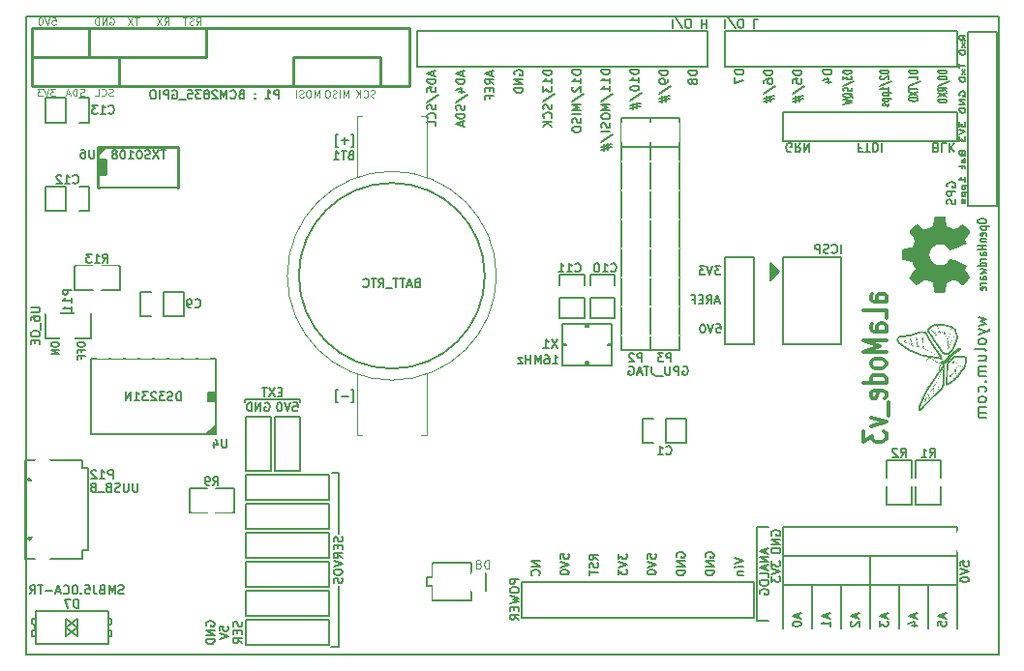
<source format=gbo>
G04 (created by PCBNEW (2013-03-15 BZR 4003)-stable) date 12-Jun-13 3:11:27 PM*
%MOIN*%
G04 Gerber Fmt 3.4, Leading zero omitted, Abs format*
%FSLAX34Y34*%
G01*
G70*
G90*
G04 APERTURE LIST*
%ADD10C,2.3622e-006*%
%ADD11C,0.005*%
%ADD12C,0.004*%
%ADD13C,0.01*%
%ADD14C,0.012*%
%ADD15C,0.006*%
%ADD16C,0.0001*%
%ADD17R,0.08X0.08*%
%ADD18C,0.08*%
%ADD19R,0.09X0.1075*%
%ADD20R,0.0365X0.0779*%
%ADD21R,0.0712X0.079*%
%ADD22R,0.062X0.076*%
%ADD23R,0.076X0.062*%
%ADD24R,0.079X0.0712*%
%ADD25C,0.06*%
%ADD26R,0.0712X0.0613*%
%ADD27R,0.0436X0.0987*%
%ADD28R,0.2X0.16*%
%ADD29R,0.1X0.07*%
%ADD30O,0.1X0.07*%
%ADD31R,0.074X0.036*%
%ADD32R,0.076X0.083*%
%ADD33R,0.095X0.095*%
%ADD34C,0.095*%
%ADD35C,0.065*%
%ADD36R,0.125X0.12*%
%ADD37R,0.05X0.07*%
%ADD38O,0.14X0.2*%
%ADD39R,0.14X0.2*%
%ADD40O,0.2X0.14*%
%ADD41O,0.05X0.09*%
%ADD42R,0.05X0.05*%
%ADD43C,0.2*%
%ADD44C,0.12*%
%ADD45O,0.08X0.11*%
%ADD46R,0.08X0.11*%
G04 APERTURE END LIST*
G54D10*
G54D11*
X42450Y-16550D02*
X42450Y-10550D01*
X43450Y-16550D02*
X42450Y-16550D01*
X43450Y-10550D02*
X43450Y-16550D01*
X42450Y-10550D02*
X43450Y-10550D01*
X42355Y-10829D02*
X42260Y-10736D01*
X42355Y-10669D02*
X42155Y-10669D01*
X42155Y-10776D01*
X42165Y-10803D01*
X42175Y-10816D01*
X42194Y-10829D01*
X42222Y-10829D01*
X42241Y-10816D01*
X42251Y-10803D01*
X42260Y-10776D01*
X42260Y-10669D01*
X42355Y-10923D02*
X42222Y-11069D01*
X42222Y-10923D02*
X42355Y-11069D01*
X42355Y-11176D02*
X42155Y-11176D01*
X42155Y-11243D01*
X42165Y-11283D01*
X42184Y-11309D01*
X42203Y-11323D01*
X42241Y-11336D01*
X42270Y-11336D01*
X42308Y-11323D01*
X42327Y-11309D01*
X42346Y-11283D01*
X42355Y-11243D01*
X42355Y-11176D01*
X42155Y-11629D02*
X42155Y-11789D01*
X42355Y-11709D02*
X42155Y-11709D01*
X42355Y-11856D02*
X42222Y-12003D01*
X42222Y-11856D02*
X42355Y-12003D01*
X42355Y-12109D02*
X42155Y-12109D01*
X42155Y-12176D01*
X42165Y-12216D01*
X42184Y-12243D01*
X42203Y-12256D01*
X42241Y-12269D01*
X42270Y-12269D01*
X42308Y-12256D01*
X42327Y-12243D01*
X42346Y-12216D01*
X42355Y-12176D01*
X42355Y-12109D01*
X42165Y-12750D02*
X42155Y-12723D01*
X42155Y-12683D01*
X42165Y-12643D01*
X42184Y-12616D01*
X42203Y-12603D01*
X42241Y-12590D01*
X42270Y-12590D01*
X42308Y-12603D01*
X42327Y-12616D01*
X42346Y-12643D01*
X42355Y-12683D01*
X42355Y-12710D01*
X42346Y-12750D01*
X42336Y-12763D01*
X42270Y-12763D01*
X42270Y-12710D01*
X42355Y-12883D02*
X42155Y-12883D01*
X42355Y-13043D01*
X42155Y-13043D01*
X42355Y-13176D02*
X42155Y-13176D01*
X42155Y-13243D01*
X42165Y-13283D01*
X42184Y-13310D01*
X42203Y-13323D01*
X42241Y-13336D01*
X42270Y-13336D01*
X42308Y-13323D01*
X42327Y-13310D01*
X42346Y-13283D01*
X42355Y-13243D01*
X42355Y-13176D01*
X42155Y-13643D02*
X42155Y-13816D01*
X42232Y-13723D01*
X42232Y-13763D01*
X42241Y-13790D01*
X42251Y-13803D01*
X42270Y-13816D01*
X42317Y-13816D01*
X42336Y-13803D01*
X42346Y-13790D01*
X42355Y-13763D01*
X42355Y-13683D01*
X42346Y-13656D01*
X42336Y-13643D01*
X42155Y-13896D02*
X42355Y-13990D01*
X42155Y-14083D01*
X42155Y-14150D02*
X42155Y-14323D01*
X42232Y-14230D01*
X42232Y-14270D01*
X42241Y-14296D01*
X42251Y-14310D01*
X42270Y-14323D01*
X42317Y-14323D01*
X42336Y-14310D01*
X42346Y-14296D01*
X42355Y-14270D01*
X42355Y-14190D01*
X42346Y-14163D01*
X42336Y-14150D01*
X42251Y-14750D02*
X42260Y-14790D01*
X42270Y-14803D01*
X42289Y-14816D01*
X42317Y-14816D01*
X42336Y-14803D01*
X42346Y-14790D01*
X42355Y-14763D01*
X42355Y-14656D01*
X42155Y-14656D01*
X42155Y-14750D01*
X42165Y-14776D01*
X42175Y-14790D01*
X42194Y-14803D01*
X42213Y-14803D01*
X42232Y-14790D01*
X42241Y-14776D01*
X42251Y-14750D01*
X42251Y-14656D01*
X42355Y-15056D02*
X42251Y-15056D01*
X42232Y-15043D01*
X42222Y-15016D01*
X42222Y-14963D01*
X42232Y-14936D01*
X42346Y-15056D02*
X42355Y-15030D01*
X42355Y-14963D01*
X42346Y-14936D01*
X42327Y-14923D01*
X42308Y-14923D01*
X42289Y-14936D01*
X42279Y-14963D01*
X42279Y-15030D01*
X42270Y-15056D01*
X42222Y-15150D02*
X42222Y-15256D01*
X42155Y-15190D02*
X42327Y-15190D01*
X42346Y-15203D01*
X42355Y-15230D01*
X42355Y-15256D01*
X42355Y-15710D02*
X42355Y-15550D01*
X42355Y-15630D02*
X42155Y-15630D01*
X42184Y-15603D01*
X42203Y-15576D01*
X42213Y-15550D01*
X42222Y-15830D02*
X42422Y-15830D01*
X42232Y-15830D02*
X42222Y-15856D01*
X42222Y-15910D01*
X42232Y-15936D01*
X42241Y-15950D01*
X42260Y-15963D01*
X42317Y-15963D01*
X42336Y-15950D01*
X42346Y-15936D01*
X42355Y-15910D01*
X42355Y-15856D01*
X42346Y-15830D01*
X42222Y-16083D02*
X42422Y-16083D01*
X42232Y-16083D02*
X42222Y-16110D01*
X42222Y-16163D01*
X42232Y-16190D01*
X42241Y-16203D01*
X42260Y-16216D01*
X42317Y-16216D01*
X42336Y-16203D01*
X42346Y-16190D01*
X42355Y-16163D01*
X42355Y-16110D01*
X42346Y-16083D01*
X42346Y-16323D02*
X42355Y-16350D01*
X42355Y-16403D01*
X42346Y-16430D01*
X42327Y-16443D01*
X42317Y-16443D01*
X42298Y-16430D01*
X42289Y-16403D01*
X42289Y-16363D01*
X42279Y-16336D01*
X42260Y-16323D01*
X42251Y-16323D01*
X42232Y-16336D01*
X42222Y-16363D01*
X42222Y-16403D01*
X42232Y-16430D01*
X16210Y-31021D02*
X16196Y-30992D01*
X16196Y-30950D01*
X16210Y-30907D01*
X16239Y-30878D01*
X16267Y-30864D01*
X16325Y-30850D01*
X16367Y-30850D01*
X16425Y-30864D01*
X16453Y-30878D01*
X16482Y-30907D01*
X16496Y-30950D01*
X16496Y-30978D01*
X16482Y-31021D01*
X16467Y-31035D01*
X16367Y-31035D01*
X16367Y-30978D01*
X16496Y-31164D02*
X16196Y-31164D01*
X16496Y-31335D01*
X16196Y-31335D01*
X16496Y-31478D02*
X16196Y-31478D01*
X16196Y-31550D01*
X16210Y-31592D01*
X16239Y-31621D01*
X16267Y-31635D01*
X16325Y-31650D01*
X16367Y-31650D01*
X16425Y-31635D01*
X16453Y-31621D01*
X16482Y-31592D01*
X16496Y-31550D01*
X16496Y-31478D01*
X16666Y-31192D02*
X16666Y-31050D01*
X16809Y-31035D01*
X16795Y-31050D01*
X16780Y-31078D01*
X16780Y-31150D01*
X16795Y-31178D01*
X16809Y-31192D01*
X16837Y-31207D01*
X16909Y-31207D01*
X16937Y-31192D01*
X16952Y-31178D01*
X16966Y-31150D01*
X16966Y-31078D01*
X16952Y-31050D01*
X16937Y-31035D01*
X16666Y-31292D02*
X16966Y-31392D01*
X16666Y-31492D01*
X17422Y-30878D02*
X17436Y-30921D01*
X17436Y-30992D01*
X17422Y-31021D01*
X17407Y-31035D01*
X17379Y-31050D01*
X17350Y-31050D01*
X17322Y-31035D01*
X17307Y-31021D01*
X17293Y-30992D01*
X17279Y-30935D01*
X17265Y-30907D01*
X17250Y-30892D01*
X17222Y-30878D01*
X17193Y-30878D01*
X17165Y-30892D01*
X17150Y-30907D01*
X17136Y-30935D01*
X17136Y-31007D01*
X17150Y-31050D01*
X17279Y-31178D02*
X17279Y-31278D01*
X17436Y-31321D02*
X17436Y-31178D01*
X17136Y-31178D01*
X17136Y-31321D01*
X17436Y-31621D02*
X17293Y-31521D01*
X17436Y-31450D02*
X17136Y-31450D01*
X17136Y-31564D01*
X17150Y-31592D01*
X17165Y-31607D01*
X17193Y-31621D01*
X17236Y-31621D01*
X17265Y-31607D01*
X17279Y-31592D01*
X17293Y-31564D01*
X17293Y-31450D01*
X41350Y-14535D02*
X41392Y-14521D01*
X41407Y-14507D01*
X41421Y-14478D01*
X41421Y-14435D01*
X41407Y-14407D01*
X41392Y-14392D01*
X41364Y-14378D01*
X41250Y-14378D01*
X41250Y-14678D01*
X41350Y-14678D01*
X41378Y-14664D01*
X41392Y-14650D01*
X41407Y-14621D01*
X41407Y-14592D01*
X41392Y-14564D01*
X41378Y-14550D01*
X41350Y-14535D01*
X41250Y-14535D01*
X41692Y-14378D02*
X41550Y-14378D01*
X41550Y-14678D01*
X41792Y-14378D02*
X41792Y-14678D01*
X41964Y-14378D02*
X41835Y-14550D01*
X41964Y-14678D02*
X41792Y-14507D01*
X36346Y-14664D02*
X36317Y-14678D01*
X36275Y-14678D01*
X36232Y-14664D01*
X36203Y-14635D01*
X36189Y-14607D01*
X36175Y-14550D01*
X36175Y-14507D01*
X36189Y-14450D01*
X36203Y-14421D01*
X36232Y-14392D01*
X36275Y-14378D01*
X36303Y-14378D01*
X36346Y-14392D01*
X36360Y-14407D01*
X36360Y-14507D01*
X36303Y-14507D01*
X36660Y-14378D02*
X36560Y-14521D01*
X36489Y-14378D02*
X36489Y-14678D01*
X36603Y-14678D01*
X36632Y-14664D01*
X36646Y-14650D01*
X36660Y-14621D01*
X36660Y-14578D01*
X36646Y-14550D01*
X36632Y-14535D01*
X36603Y-14521D01*
X36489Y-14521D01*
X36789Y-14378D02*
X36789Y-14678D01*
X36960Y-14378D01*
X36960Y-14678D01*
G54D12*
X10891Y-10051D02*
X11010Y-10051D01*
X11022Y-10170D01*
X11010Y-10158D01*
X10986Y-10146D01*
X10927Y-10146D01*
X10903Y-10158D01*
X10891Y-10170D01*
X10879Y-10194D01*
X10879Y-10253D01*
X10891Y-10277D01*
X10903Y-10289D01*
X10927Y-10301D01*
X10986Y-10301D01*
X11010Y-10289D01*
X11022Y-10277D01*
X10808Y-10051D02*
X10725Y-10301D01*
X10641Y-10051D01*
X10510Y-10051D02*
X10486Y-10051D01*
X10463Y-10063D01*
X10451Y-10075D01*
X10439Y-10098D01*
X10427Y-10146D01*
X10427Y-10205D01*
X10439Y-10253D01*
X10451Y-10277D01*
X10463Y-10289D01*
X10486Y-10301D01*
X10510Y-10301D01*
X10534Y-10289D01*
X10546Y-10277D01*
X10558Y-10253D01*
X10570Y-10205D01*
X10570Y-10146D01*
X10558Y-10098D01*
X10546Y-10075D01*
X10534Y-10063D01*
X10510Y-10051D01*
G54D11*
X29121Y-11855D02*
X28821Y-11855D01*
X28821Y-11927D01*
X28835Y-11970D01*
X28864Y-11998D01*
X28892Y-12012D01*
X28950Y-12027D01*
X28992Y-12027D01*
X29050Y-12012D01*
X29078Y-11998D01*
X29107Y-11970D01*
X29121Y-11927D01*
X29121Y-11855D01*
X29121Y-12312D02*
X29121Y-12141D01*
X29121Y-12227D02*
X28821Y-12227D01*
X28864Y-12198D01*
X28892Y-12170D01*
X28907Y-12141D01*
X28850Y-12427D02*
X28835Y-12441D01*
X28821Y-12470D01*
X28821Y-12541D01*
X28835Y-12570D01*
X28850Y-12584D01*
X28878Y-12598D01*
X28907Y-12598D01*
X28950Y-12584D01*
X29121Y-12412D01*
X29121Y-12598D01*
X28807Y-12941D02*
X29192Y-12684D01*
X29121Y-13041D02*
X28821Y-13041D01*
X29035Y-13141D01*
X28821Y-13241D01*
X29121Y-13241D01*
X29121Y-13384D02*
X28821Y-13384D01*
X29107Y-13512D02*
X29121Y-13555D01*
X29121Y-13627D01*
X29107Y-13655D01*
X29092Y-13670D01*
X29064Y-13684D01*
X29035Y-13684D01*
X29007Y-13670D01*
X28992Y-13655D01*
X28978Y-13627D01*
X28964Y-13570D01*
X28950Y-13541D01*
X28935Y-13527D01*
X28907Y-13512D01*
X28878Y-13512D01*
X28850Y-13527D01*
X28835Y-13541D01*
X28821Y-13570D01*
X28821Y-13641D01*
X28835Y-13684D01*
X28821Y-13869D02*
X28821Y-13927D01*
X28835Y-13955D01*
X28864Y-13984D01*
X28921Y-13998D01*
X29021Y-13998D01*
X29078Y-13984D01*
X29107Y-13955D01*
X29121Y-13927D01*
X29121Y-13869D01*
X29107Y-13841D01*
X29078Y-13812D01*
X29021Y-13798D01*
X28921Y-13798D01*
X28864Y-13812D01*
X28835Y-13841D01*
X28821Y-13869D01*
X24035Y-11889D02*
X24035Y-12032D01*
X24121Y-11860D02*
X23821Y-11960D01*
X24121Y-12060D01*
X24121Y-12160D02*
X23821Y-12160D01*
X23821Y-12232D01*
X23835Y-12275D01*
X23864Y-12303D01*
X23892Y-12317D01*
X23950Y-12332D01*
X23992Y-12332D01*
X24050Y-12317D01*
X24078Y-12303D01*
X24107Y-12275D01*
X24121Y-12232D01*
X24121Y-12160D01*
X23821Y-12603D02*
X23821Y-12460D01*
X23964Y-12446D01*
X23950Y-12460D01*
X23935Y-12489D01*
X23935Y-12560D01*
X23950Y-12589D01*
X23964Y-12603D01*
X23992Y-12617D01*
X24064Y-12617D01*
X24092Y-12603D01*
X24107Y-12589D01*
X24121Y-12560D01*
X24121Y-12489D01*
X24107Y-12460D01*
X24092Y-12446D01*
X23807Y-12960D02*
X24192Y-12703D01*
X24107Y-13046D02*
X24121Y-13089D01*
X24121Y-13160D01*
X24107Y-13189D01*
X24092Y-13203D01*
X24064Y-13217D01*
X24035Y-13217D01*
X24007Y-13203D01*
X23992Y-13189D01*
X23978Y-13160D01*
X23964Y-13103D01*
X23950Y-13075D01*
X23935Y-13060D01*
X23907Y-13046D01*
X23878Y-13046D01*
X23850Y-13060D01*
X23835Y-13075D01*
X23821Y-13103D01*
X23821Y-13175D01*
X23835Y-13217D01*
X24092Y-13517D02*
X24107Y-13503D01*
X24121Y-13460D01*
X24121Y-13432D01*
X24107Y-13389D01*
X24078Y-13360D01*
X24050Y-13346D01*
X23992Y-13332D01*
X23950Y-13332D01*
X23892Y-13346D01*
X23864Y-13360D01*
X23835Y-13389D01*
X23821Y-13432D01*
X23821Y-13460D01*
X23835Y-13503D01*
X23850Y-13517D01*
X24121Y-13789D02*
X24121Y-13646D01*
X23821Y-13646D01*
X25035Y-11907D02*
X25035Y-12050D01*
X25121Y-11878D02*
X24821Y-11978D01*
X25121Y-12078D01*
X25121Y-12178D02*
X24821Y-12178D01*
X24821Y-12250D01*
X24835Y-12292D01*
X24864Y-12321D01*
X24892Y-12335D01*
X24950Y-12350D01*
X24992Y-12350D01*
X25050Y-12335D01*
X25078Y-12321D01*
X25107Y-12292D01*
X25121Y-12250D01*
X25121Y-12178D01*
X24921Y-12607D02*
X25121Y-12607D01*
X24807Y-12535D02*
X25021Y-12464D01*
X25021Y-12650D01*
X24807Y-12978D02*
X25192Y-12721D01*
X25107Y-13064D02*
X25121Y-13107D01*
X25121Y-13178D01*
X25107Y-13207D01*
X25092Y-13221D01*
X25064Y-13235D01*
X25035Y-13235D01*
X25007Y-13221D01*
X24992Y-13207D01*
X24978Y-13178D01*
X24964Y-13121D01*
X24950Y-13092D01*
X24935Y-13078D01*
X24907Y-13064D01*
X24878Y-13064D01*
X24850Y-13078D01*
X24835Y-13092D01*
X24821Y-13121D01*
X24821Y-13192D01*
X24835Y-13235D01*
X25121Y-13364D02*
X24821Y-13364D01*
X24821Y-13435D01*
X24835Y-13478D01*
X24864Y-13507D01*
X24892Y-13521D01*
X24950Y-13535D01*
X24992Y-13535D01*
X25050Y-13521D01*
X25078Y-13507D01*
X25107Y-13478D01*
X25121Y-13435D01*
X25121Y-13364D01*
X25035Y-13650D02*
X25035Y-13792D01*
X25121Y-13621D02*
X24821Y-13721D01*
X25121Y-13821D01*
X26035Y-11889D02*
X26035Y-12032D01*
X26121Y-11860D02*
X25821Y-11960D01*
X26121Y-12060D01*
X26121Y-12332D02*
X25978Y-12232D01*
X26121Y-12160D02*
X25821Y-12160D01*
X25821Y-12275D01*
X25835Y-12303D01*
X25850Y-12317D01*
X25878Y-12332D01*
X25921Y-12332D01*
X25950Y-12317D01*
X25964Y-12303D01*
X25978Y-12275D01*
X25978Y-12160D01*
X25964Y-12460D02*
X25964Y-12560D01*
X26121Y-12603D02*
X26121Y-12460D01*
X25821Y-12460D01*
X25821Y-12603D01*
X25964Y-12832D02*
X25964Y-12732D01*
X26121Y-12732D02*
X25821Y-12732D01*
X25821Y-12875D01*
X26835Y-12021D02*
X26821Y-11992D01*
X26821Y-11950D01*
X26835Y-11907D01*
X26864Y-11878D01*
X26892Y-11864D01*
X26950Y-11850D01*
X26992Y-11850D01*
X27050Y-11864D01*
X27078Y-11878D01*
X27107Y-11907D01*
X27121Y-11950D01*
X27121Y-11978D01*
X27107Y-12021D01*
X27092Y-12035D01*
X26992Y-12035D01*
X26992Y-11978D01*
X27121Y-12164D02*
X26821Y-12164D01*
X27121Y-12335D01*
X26821Y-12335D01*
X27121Y-12478D02*
X26821Y-12478D01*
X26821Y-12550D01*
X26835Y-12592D01*
X26864Y-12621D01*
X26892Y-12635D01*
X26950Y-12650D01*
X26992Y-12650D01*
X27050Y-12635D01*
X27078Y-12621D01*
X27107Y-12592D01*
X27121Y-12550D01*
X27121Y-12478D01*
X28121Y-11860D02*
X27821Y-11860D01*
X27821Y-11932D01*
X27835Y-11975D01*
X27864Y-12003D01*
X27892Y-12017D01*
X27950Y-12032D01*
X27992Y-12032D01*
X28050Y-12017D01*
X28078Y-12003D01*
X28107Y-11975D01*
X28121Y-11932D01*
X28121Y-11860D01*
X28121Y-12317D02*
X28121Y-12146D01*
X28121Y-12232D02*
X27821Y-12232D01*
X27864Y-12203D01*
X27892Y-12175D01*
X27907Y-12146D01*
X27821Y-12417D02*
X27821Y-12603D01*
X27935Y-12503D01*
X27935Y-12546D01*
X27950Y-12575D01*
X27964Y-12589D01*
X27992Y-12603D01*
X28064Y-12603D01*
X28092Y-12589D01*
X28107Y-12575D01*
X28121Y-12546D01*
X28121Y-12460D01*
X28107Y-12432D01*
X28092Y-12417D01*
X27807Y-12946D02*
X28192Y-12689D01*
X28107Y-13032D02*
X28121Y-13075D01*
X28121Y-13146D01*
X28107Y-13175D01*
X28092Y-13189D01*
X28064Y-13203D01*
X28035Y-13203D01*
X28007Y-13189D01*
X27992Y-13175D01*
X27978Y-13146D01*
X27964Y-13089D01*
X27950Y-13060D01*
X27935Y-13046D01*
X27907Y-13032D01*
X27878Y-13032D01*
X27850Y-13046D01*
X27835Y-13060D01*
X27821Y-13089D01*
X27821Y-13160D01*
X27835Y-13203D01*
X28092Y-13503D02*
X28107Y-13489D01*
X28121Y-13446D01*
X28121Y-13417D01*
X28107Y-13375D01*
X28078Y-13346D01*
X28050Y-13332D01*
X27992Y-13317D01*
X27950Y-13317D01*
X27892Y-13332D01*
X27864Y-13346D01*
X27835Y-13375D01*
X27821Y-13417D01*
X27821Y-13446D01*
X27835Y-13489D01*
X27850Y-13503D01*
X28121Y-13632D02*
X27821Y-13632D01*
X28121Y-13803D02*
X27950Y-13675D01*
X27821Y-13803D02*
X27992Y-13632D01*
X30121Y-11843D02*
X29821Y-11843D01*
X29821Y-11915D01*
X29835Y-11957D01*
X29864Y-11986D01*
X29892Y-12000D01*
X29950Y-12015D01*
X29992Y-12015D01*
X30050Y-12000D01*
X30078Y-11986D01*
X30107Y-11957D01*
X30121Y-11915D01*
X30121Y-11843D01*
X30121Y-12300D02*
X30121Y-12129D01*
X30121Y-12215D02*
X29821Y-12215D01*
X29864Y-12186D01*
X29892Y-12157D01*
X29907Y-12129D01*
X30121Y-12586D02*
X30121Y-12415D01*
X30121Y-12500D02*
X29821Y-12500D01*
X29864Y-12472D01*
X29892Y-12443D01*
X29907Y-12415D01*
X29807Y-12929D02*
X30192Y-12672D01*
X30121Y-13029D02*
X29821Y-13029D01*
X30035Y-13129D01*
X29821Y-13229D01*
X30121Y-13229D01*
X29821Y-13429D02*
X29821Y-13486D01*
X29835Y-13515D01*
X29864Y-13543D01*
X29921Y-13557D01*
X30021Y-13557D01*
X30078Y-13543D01*
X30107Y-13515D01*
X30121Y-13486D01*
X30121Y-13429D01*
X30107Y-13400D01*
X30078Y-13372D01*
X30021Y-13357D01*
X29921Y-13357D01*
X29864Y-13372D01*
X29835Y-13400D01*
X29821Y-13429D01*
X30107Y-13672D02*
X30121Y-13715D01*
X30121Y-13786D01*
X30107Y-13815D01*
X30092Y-13829D01*
X30064Y-13843D01*
X30035Y-13843D01*
X30007Y-13829D01*
X29992Y-13815D01*
X29978Y-13786D01*
X29964Y-13729D01*
X29950Y-13700D01*
X29935Y-13686D01*
X29907Y-13672D01*
X29878Y-13672D01*
X29850Y-13686D01*
X29835Y-13700D01*
X29821Y-13729D01*
X29821Y-13800D01*
X29835Y-13843D01*
X30121Y-13972D02*
X29821Y-13972D01*
X29807Y-14329D02*
X30192Y-14072D01*
X29921Y-14415D02*
X29921Y-14629D01*
X29792Y-14500D02*
X30178Y-14415D01*
X30050Y-14600D02*
X30050Y-14386D01*
X30178Y-14515D02*
X29792Y-14600D01*
X31121Y-11828D02*
X30821Y-11828D01*
X30821Y-11900D01*
X30835Y-11942D01*
X30864Y-11971D01*
X30892Y-11985D01*
X30950Y-12000D01*
X30992Y-12000D01*
X31050Y-11985D01*
X31078Y-11971D01*
X31107Y-11942D01*
X31121Y-11900D01*
X31121Y-11828D01*
X31121Y-12285D02*
X31121Y-12114D01*
X31121Y-12200D02*
X30821Y-12200D01*
X30864Y-12171D01*
X30892Y-12142D01*
X30907Y-12114D01*
X30821Y-12471D02*
X30821Y-12500D01*
X30835Y-12528D01*
X30850Y-12542D01*
X30878Y-12557D01*
X30935Y-12571D01*
X31007Y-12571D01*
X31064Y-12557D01*
X31092Y-12542D01*
X31107Y-12528D01*
X31121Y-12500D01*
X31121Y-12471D01*
X31107Y-12442D01*
X31092Y-12428D01*
X31064Y-12414D01*
X31007Y-12400D01*
X30935Y-12400D01*
X30878Y-12414D01*
X30850Y-12428D01*
X30835Y-12442D01*
X30821Y-12471D01*
X30807Y-12914D02*
X31192Y-12657D01*
X30921Y-13000D02*
X30921Y-13214D01*
X30792Y-13085D02*
X31178Y-13000D01*
X31050Y-13185D02*
X31050Y-12971D01*
X31178Y-13100D02*
X30792Y-13185D01*
X32121Y-11871D02*
X31821Y-11871D01*
X31821Y-11942D01*
X31835Y-11985D01*
X31864Y-12014D01*
X31892Y-12028D01*
X31950Y-12042D01*
X31992Y-12042D01*
X32050Y-12028D01*
X32078Y-12014D01*
X32107Y-11985D01*
X32121Y-11942D01*
X32121Y-11871D01*
X32121Y-12185D02*
X32121Y-12242D01*
X32107Y-12271D01*
X32092Y-12285D01*
X32050Y-12314D01*
X31992Y-12328D01*
X31878Y-12328D01*
X31850Y-12314D01*
X31835Y-12300D01*
X31821Y-12271D01*
X31821Y-12214D01*
X31835Y-12185D01*
X31850Y-12171D01*
X31878Y-12157D01*
X31950Y-12157D01*
X31978Y-12171D01*
X31992Y-12185D01*
X32007Y-12214D01*
X32007Y-12271D01*
X31992Y-12300D01*
X31978Y-12314D01*
X31950Y-12328D01*
X31807Y-12671D02*
X32192Y-12414D01*
X31921Y-12757D02*
X31921Y-12971D01*
X31792Y-12842D02*
X32178Y-12757D01*
X32050Y-12942D02*
X32050Y-12728D01*
X32178Y-12857D02*
X31792Y-12942D01*
X33121Y-11878D02*
X32821Y-11878D01*
X32821Y-11950D01*
X32835Y-11992D01*
X32864Y-12021D01*
X32892Y-12035D01*
X32950Y-12050D01*
X32992Y-12050D01*
X33050Y-12035D01*
X33078Y-12021D01*
X33107Y-11992D01*
X33121Y-11950D01*
X33121Y-11878D01*
X32950Y-12221D02*
X32935Y-12192D01*
X32921Y-12178D01*
X32892Y-12164D01*
X32878Y-12164D01*
X32850Y-12178D01*
X32835Y-12192D01*
X32821Y-12221D01*
X32821Y-12278D01*
X32835Y-12307D01*
X32850Y-12321D01*
X32878Y-12335D01*
X32892Y-12335D01*
X32921Y-12321D01*
X32935Y-12307D01*
X32950Y-12278D01*
X32950Y-12221D01*
X32964Y-12192D01*
X32978Y-12178D01*
X33007Y-12164D01*
X33064Y-12164D01*
X33092Y-12178D01*
X33107Y-12192D01*
X33121Y-12221D01*
X33121Y-12278D01*
X33107Y-12307D01*
X33092Y-12321D01*
X33064Y-12335D01*
X33007Y-12335D01*
X32978Y-12321D01*
X32964Y-12307D01*
X32950Y-12278D01*
X34721Y-11853D02*
X34421Y-11853D01*
X34421Y-11925D01*
X34435Y-11967D01*
X34464Y-11996D01*
X34492Y-12010D01*
X34550Y-12025D01*
X34592Y-12025D01*
X34650Y-12010D01*
X34678Y-11996D01*
X34707Y-11967D01*
X34721Y-11925D01*
X34721Y-11853D01*
X34421Y-12125D02*
X34421Y-12325D01*
X34721Y-12196D01*
X35721Y-11871D02*
X35421Y-11871D01*
X35421Y-11942D01*
X35435Y-11985D01*
X35464Y-12014D01*
X35492Y-12028D01*
X35550Y-12042D01*
X35592Y-12042D01*
X35650Y-12028D01*
X35678Y-12014D01*
X35707Y-11985D01*
X35721Y-11942D01*
X35721Y-11871D01*
X35421Y-12300D02*
X35421Y-12242D01*
X35435Y-12214D01*
X35450Y-12200D01*
X35492Y-12171D01*
X35550Y-12157D01*
X35664Y-12157D01*
X35692Y-12171D01*
X35707Y-12185D01*
X35721Y-12214D01*
X35721Y-12271D01*
X35707Y-12300D01*
X35692Y-12314D01*
X35664Y-12328D01*
X35592Y-12328D01*
X35564Y-12314D01*
X35550Y-12300D01*
X35535Y-12271D01*
X35535Y-12214D01*
X35550Y-12185D01*
X35564Y-12171D01*
X35592Y-12157D01*
X35407Y-12671D02*
X35792Y-12414D01*
X35521Y-12757D02*
X35521Y-12971D01*
X35392Y-12842D02*
X35778Y-12757D01*
X35650Y-12942D02*
X35650Y-12728D01*
X35778Y-12857D02*
X35392Y-12942D01*
X36721Y-11871D02*
X36421Y-11871D01*
X36421Y-11942D01*
X36435Y-11985D01*
X36464Y-12014D01*
X36492Y-12028D01*
X36550Y-12042D01*
X36592Y-12042D01*
X36650Y-12028D01*
X36678Y-12014D01*
X36707Y-11985D01*
X36721Y-11942D01*
X36721Y-11871D01*
X36421Y-12314D02*
X36421Y-12171D01*
X36564Y-12157D01*
X36550Y-12171D01*
X36535Y-12200D01*
X36535Y-12271D01*
X36550Y-12300D01*
X36564Y-12314D01*
X36592Y-12328D01*
X36664Y-12328D01*
X36692Y-12314D01*
X36707Y-12300D01*
X36721Y-12271D01*
X36721Y-12200D01*
X36707Y-12171D01*
X36692Y-12157D01*
X36407Y-12671D02*
X36792Y-12414D01*
X36521Y-12757D02*
X36521Y-12971D01*
X36392Y-12842D02*
X36778Y-12757D01*
X36650Y-12942D02*
X36650Y-12728D01*
X36778Y-12857D02*
X36392Y-12942D01*
X37746Y-11853D02*
X37446Y-11853D01*
X37446Y-11925D01*
X37460Y-11967D01*
X37489Y-11996D01*
X37517Y-12010D01*
X37575Y-12025D01*
X37617Y-12025D01*
X37675Y-12010D01*
X37703Y-11996D01*
X37732Y-11967D01*
X37746Y-11925D01*
X37746Y-11853D01*
X37546Y-12282D02*
X37746Y-12282D01*
X37432Y-12210D02*
X37646Y-12139D01*
X37646Y-12325D01*
X38446Y-11883D02*
X38146Y-11883D01*
X38146Y-11930D01*
X38160Y-11959D01*
X38189Y-11978D01*
X38217Y-11988D01*
X38275Y-11997D01*
X38317Y-11997D01*
X38375Y-11988D01*
X38403Y-11978D01*
X38432Y-11959D01*
X38446Y-11930D01*
X38446Y-11883D01*
X38146Y-12064D02*
X38146Y-12188D01*
X38260Y-12121D01*
X38260Y-12150D01*
X38275Y-12169D01*
X38289Y-12178D01*
X38317Y-12188D01*
X38389Y-12188D01*
X38417Y-12178D01*
X38432Y-12169D01*
X38446Y-12150D01*
X38446Y-12092D01*
X38432Y-12073D01*
X38417Y-12064D01*
X38132Y-12416D02*
X38517Y-12245D01*
X38432Y-12473D02*
X38446Y-12502D01*
X38446Y-12550D01*
X38432Y-12569D01*
X38417Y-12578D01*
X38389Y-12588D01*
X38360Y-12588D01*
X38332Y-12578D01*
X38317Y-12569D01*
X38303Y-12550D01*
X38289Y-12511D01*
X38275Y-12492D01*
X38260Y-12483D01*
X38232Y-12473D01*
X38203Y-12473D01*
X38175Y-12483D01*
X38160Y-12492D01*
X38146Y-12511D01*
X38146Y-12559D01*
X38160Y-12588D01*
X38475Y-12807D02*
X38460Y-12788D01*
X38432Y-12769D01*
X38389Y-12740D01*
X38375Y-12721D01*
X38375Y-12702D01*
X38446Y-12711D02*
X38432Y-12692D01*
X38403Y-12673D01*
X38346Y-12664D01*
X38246Y-12664D01*
X38189Y-12673D01*
X38160Y-12692D01*
X38146Y-12711D01*
X38146Y-12750D01*
X38160Y-12769D01*
X38189Y-12788D01*
X38246Y-12797D01*
X38346Y-12797D01*
X38403Y-12788D01*
X38432Y-12769D01*
X38446Y-12750D01*
X38446Y-12711D01*
X38146Y-12864D02*
X38446Y-12911D01*
X38232Y-12950D01*
X38446Y-12988D01*
X38146Y-13035D01*
X39721Y-11865D02*
X39421Y-11865D01*
X39421Y-11913D01*
X39435Y-11941D01*
X39464Y-11960D01*
X39492Y-11970D01*
X39550Y-11979D01*
X39592Y-11979D01*
X39650Y-11970D01*
X39678Y-11960D01*
X39707Y-11941D01*
X39721Y-11913D01*
X39721Y-11865D01*
X39450Y-12055D02*
X39435Y-12065D01*
X39421Y-12084D01*
X39421Y-12132D01*
X39435Y-12151D01*
X39450Y-12160D01*
X39478Y-12170D01*
X39507Y-12170D01*
X39550Y-12160D01*
X39721Y-12046D01*
X39721Y-12170D01*
X39407Y-12398D02*
X39792Y-12227D01*
X39721Y-12570D02*
X39721Y-12455D01*
X39721Y-12513D02*
X39421Y-12513D01*
X39464Y-12494D01*
X39492Y-12475D01*
X39507Y-12455D01*
X39521Y-12655D02*
X39821Y-12655D01*
X39535Y-12655D02*
X39521Y-12675D01*
X39521Y-12713D01*
X39535Y-12732D01*
X39550Y-12741D01*
X39578Y-12751D01*
X39664Y-12751D01*
X39692Y-12741D01*
X39707Y-12732D01*
X39721Y-12713D01*
X39721Y-12675D01*
X39707Y-12655D01*
X39521Y-12836D02*
X39821Y-12836D01*
X39535Y-12836D02*
X39521Y-12855D01*
X39521Y-12894D01*
X39535Y-12913D01*
X39550Y-12922D01*
X39578Y-12932D01*
X39664Y-12932D01*
X39692Y-12922D01*
X39707Y-12913D01*
X39721Y-12894D01*
X39721Y-12855D01*
X39707Y-12836D01*
X39707Y-13008D02*
X39721Y-13027D01*
X39721Y-13065D01*
X39707Y-13084D01*
X39678Y-13094D01*
X39664Y-13094D01*
X39635Y-13084D01*
X39621Y-13065D01*
X39621Y-13036D01*
X39607Y-13017D01*
X39578Y-13008D01*
X39564Y-13008D01*
X39535Y-13017D01*
X39521Y-13036D01*
X39521Y-13065D01*
X39535Y-13084D01*
X40721Y-11876D02*
X40421Y-11876D01*
X40421Y-11923D01*
X40435Y-11952D01*
X40464Y-11971D01*
X40492Y-11980D01*
X40550Y-11990D01*
X40592Y-11990D01*
X40650Y-11980D01*
X40678Y-11971D01*
X40707Y-11952D01*
X40721Y-11923D01*
X40721Y-11876D01*
X40721Y-12180D02*
X40721Y-12066D01*
X40721Y-12123D02*
X40421Y-12123D01*
X40464Y-12104D01*
X40492Y-12085D01*
X40507Y-12066D01*
X40407Y-12409D02*
X40792Y-12238D01*
X40421Y-12447D02*
X40421Y-12561D01*
X40721Y-12504D02*
X40421Y-12504D01*
X40421Y-12609D02*
X40721Y-12742D01*
X40421Y-12742D02*
X40721Y-12609D01*
X40721Y-12819D02*
X40421Y-12819D01*
X40421Y-12866D01*
X40435Y-12895D01*
X40464Y-12914D01*
X40492Y-12923D01*
X40550Y-12933D01*
X40592Y-12933D01*
X40650Y-12923D01*
X40678Y-12914D01*
X40707Y-12895D01*
X40721Y-12866D01*
X40721Y-12819D01*
X41721Y-11877D02*
X41421Y-11877D01*
X41421Y-11925D01*
X41435Y-11953D01*
X41464Y-11972D01*
X41492Y-11982D01*
X41550Y-11991D01*
X41592Y-11991D01*
X41650Y-11982D01*
X41678Y-11972D01*
X41707Y-11953D01*
X41721Y-11925D01*
X41721Y-11877D01*
X41421Y-12115D02*
X41421Y-12134D01*
X41435Y-12153D01*
X41450Y-12163D01*
X41478Y-12172D01*
X41535Y-12182D01*
X41607Y-12182D01*
X41664Y-12172D01*
X41692Y-12163D01*
X41707Y-12153D01*
X41721Y-12134D01*
X41721Y-12115D01*
X41707Y-12096D01*
X41692Y-12086D01*
X41664Y-12077D01*
X41607Y-12067D01*
X41535Y-12067D01*
X41478Y-12077D01*
X41450Y-12086D01*
X41435Y-12096D01*
X41421Y-12115D01*
X41407Y-12410D02*
X41792Y-12239D01*
X41721Y-12591D02*
X41578Y-12525D01*
X41721Y-12477D02*
X41421Y-12477D01*
X41421Y-12553D01*
X41435Y-12572D01*
X41450Y-12582D01*
X41478Y-12591D01*
X41521Y-12591D01*
X41550Y-12582D01*
X41564Y-12572D01*
X41578Y-12553D01*
X41578Y-12477D01*
X41421Y-12658D02*
X41721Y-12791D01*
X41421Y-12791D02*
X41721Y-12658D01*
X41721Y-12867D02*
X41421Y-12867D01*
X41421Y-12915D01*
X41435Y-12944D01*
X41464Y-12963D01*
X41492Y-12972D01*
X41550Y-12982D01*
X41592Y-12982D01*
X41650Y-12972D01*
X41678Y-12963D01*
X41707Y-12944D01*
X41721Y-12915D01*
X41721Y-12867D01*
X34075Y-10103D02*
X34075Y-10403D01*
X34432Y-10417D02*
X34175Y-10032D01*
X34589Y-10403D02*
X34646Y-10403D01*
X34675Y-10389D01*
X34703Y-10360D01*
X34717Y-10303D01*
X34717Y-10203D01*
X34703Y-10146D01*
X34675Y-10117D01*
X34646Y-10103D01*
X34589Y-10103D01*
X34560Y-10117D01*
X34532Y-10146D01*
X34517Y-10203D01*
X34517Y-10303D01*
X34532Y-10360D01*
X34560Y-10389D01*
X34589Y-10403D01*
X35217Y-10103D02*
X35075Y-10103D01*
X35075Y-10403D01*
X32264Y-10103D02*
X32264Y-10403D01*
X32621Y-10417D02*
X32364Y-10032D01*
X32778Y-10403D02*
X32835Y-10403D01*
X32864Y-10389D01*
X32892Y-10360D01*
X32907Y-10303D01*
X32907Y-10203D01*
X32892Y-10146D01*
X32864Y-10117D01*
X32835Y-10103D01*
X32778Y-10103D01*
X32750Y-10117D01*
X32721Y-10146D01*
X32707Y-10203D01*
X32707Y-10303D01*
X32721Y-10360D01*
X32750Y-10389D01*
X32778Y-10403D01*
X33264Y-10103D02*
X33264Y-10403D01*
X33264Y-10260D02*
X33435Y-10260D01*
X33435Y-10103D02*
X33435Y-10403D01*
X23475Y-10500D02*
X33475Y-10500D01*
X23475Y-11750D02*
X23475Y-10500D01*
X33475Y-11750D02*
X23475Y-11750D01*
X33475Y-10500D02*
X33475Y-11750D01*
X34075Y-11750D02*
X34075Y-10500D01*
X42075Y-11750D02*
X34075Y-11750D01*
X42075Y-10500D02*
X42075Y-11750D01*
X34075Y-10500D02*
X42075Y-10500D01*
X36075Y-14300D02*
X36075Y-13300D01*
X42075Y-14300D02*
X36075Y-14300D01*
X42075Y-13300D02*
X42075Y-14300D01*
X36075Y-13300D02*
X42075Y-13300D01*
X38782Y-14535D02*
X38682Y-14535D01*
X38682Y-14378D02*
X38682Y-14678D01*
X38825Y-14678D01*
X38896Y-14678D02*
X39067Y-14678D01*
X38982Y-14378D02*
X38982Y-14678D01*
X39167Y-14378D02*
X39167Y-14678D01*
X39239Y-14678D01*
X39282Y-14664D01*
X39310Y-14635D01*
X39325Y-14607D01*
X39339Y-14550D01*
X39339Y-14507D01*
X39325Y-14450D01*
X39310Y-14421D01*
X39282Y-14392D01*
X39239Y-14378D01*
X39167Y-14378D01*
X39467Y-14378D02*
X39467Y-14678D01*
X41735Y-15885D02*
X41721Y-15857D01*
X41721Y-15814D01*
X41735Y-15771D01*
X41764Y-15742D01*
X41792Y-15728D01*
X41850Y-15714D01*
X41892Y-15714D01*
X41950Y-15728D01*
X41978Y-15742D01*
X42007Y-15771D01*
X42021Y-15814D01*
X42021Y-15842D01*
X42007Y-15885D01*
X41992Y-15900D01*
X41892Y-15900D01*
X41892Y-15842D01*
X42021Y-16028D02*
X41721Y-16028D01*
X41721Y-16142D01*
X41735Y-16171D01*
X41750Y-16185D01*
X41778Y-16200D01*
X41821Y-16200D01*
X41850Y-16185D01*
X41864Y-16171D01*
X41878Y-16142D01*
X41878Y-16028D01*
X42007Y-16314D02*
X42021Y-16357D01*
X42021Y-16428D01*
X42007Y-16457D01*
X41992Y-16471D01*
X41964Y-16485D01*
X41935Y-16485D01*
X41907Y-16471D01*
X41892Y-16457D01*
X41878Y-16428D01*
X41864Y-16371D01*
X41850Y-16342D01*
X41835Y-16328D01*
X41807Y-16314D01*
X41778Y-16314D01*
X41750Y-16328D01*
X41735Y-16342D01*
X41721Y-16371D01*
X41721Y-16442D01*
X41735Y-16485D01*
X38067Y-18171D02*
X38067Y-17871D01*
X37753Y-18142D02*
X37767Y-18157D01*
X37810Y-18171D01*
X37839Y-18171D01*
X37882Y-18157D01*
X37910Y-18128D01*
X37924Y-18100D01*
X37939Y-18042D01*
X37939Y-18000D01*
X37924Y-17942D01*
X37910Y-17914D01*
X37882Y-17885D01*
X37839Y-17871D01*
X37810Y-17871D01*
X37767Y-17885D01*
X37753Y-17900D01*
X37639Y-18157D02*
X37596Y-18171D01*
X37524Y-18171D01*
X37496Y-18157D01*
X37482Y-18142D01*
X37467Y-18114D01*
X37467Y-18085D01*
X37482Y-18057D01*
X37496Y-18042D01*
X37524Y-18028D01*
X37582Y-18014D01*
X37610Y-18000D01*
X37624Y-17985D01*
X37639Y-17957D01*
X37639Y-17928D01*
X37624Y-17900D01*
X37610Y-17885D01*
X37582Y-17871D01*
X37510Y-17871D01*
X37467Y-17885D01*
X37339Y-18171D02*
X37339Y-17871D01*
X37225Y-17871D01*
X37196Y-17885D01*
X37182Y-17900D01*
X37167Y-17928D01*
X37167Y-17971D01*
X37182Y-18000D01*
X37196Y-18014D01*
X37225Y-18028D01*
X37339Y-18028D01*
X35875Y-18750D02*
X35875Y-18850D01*
X35825Y-18700D02*
X35825Y-18900D01*
X35775Y-18650D02*
X35775Y-18950D01*
X35725Y-18600D02*
X35725Y-19000D01*
X35675Y-18550D02*
X35675Y-19050D01*
X35625Y-19100D02*
X35925Y-18800D01*
X35625Y-18500D02*
X35625Y-19100D01*
X35925Y-18800D02*
X35625Y-18500D01*
X36075Y-18300D02*
X38075Y-18300D01*
X36075Y-21300D02*
X36075Y-18300D01*
X38075Y-21300D02*
X36075Y-21300D01*
X38075Y-18300D02*
X38075Y-21300D01*
X33774Y-20621D02*
X33917Y-20621D01*
X33932Y-20764D01*
X33917Y-20750D01*
X33889Y-20735D01*
X33817Y-20735D01*
X33789Y-20750D01*
X33774Y-20764D01*
X33760Y-20792D01*
X33760Y-20864D01*
X33774Y-20892D01*
X33789Y-20907D01*
X33817Y-20921D01*
X33889Y-20921D01*
X33917Y-20907D01*
X33932Y-20892D01*
X33675Y-20621D02*
X33575Y-20921D01*
X33475Y-20621D01*
X33317Y-20621D02*
X33289Y-20621D01*
X33260Y-20635D01*
X33246Y-20650D01*
X33232Y-20678D01*
X33217Y-20735D01*
X33217Y-20807D01*
X33232Y-20864D01*
X33246Y-20892D01*
X33260Y-20907D01*
X33289Y-20921D01*
X33317Y-20921D01*
X33346Y-20907D01*
X33360Y-20892D01*
X33374Y-20864D01*
X33389Y-20807D01*
X33389Y-20735D01*
X33374Y-20678D01*
X33360Y-20650D01*
X33346Y-20635D01*
X33317Y-20621D01*
X33921Y-18621D02*
X33735Y-18621D01*
X33835Y-18735D01*
X33792Y-18735D01*
X33764Y-18750D01*
X33749Y-18764D01*
X33735Y-18792D01*
X33735Y-18864D01*
X33749Y-18892D01*
X33764Y-18907D01*
X33792Y-18921D01*
X33878Y-18921D01*
X33907Y-18907D01*
X33921Y-18892D01*
X33650Y-18621D02*
X33550Y-18921D01*
X33450Y-18621D01*
X33378Y-18621D02*
X33192Y-18621D01*
X33292Y-18735D01*
X33249Y-18735D01*
X33221Y-18750D01*
X33207Y-18764D01*
X33192Y-18792D01*
X33192Y-18864D01*
X33207Y-18892D01*
X33221Y-18907D01*
X33249Y-18921D01*
X33335Y-18921D01*
X33364Y-18907D01*
X33378Y-18892D01*
X33885Y-19835D02*
X33742Y-19835D01*
X33914Y-19921D02*
X33814Y-19621D01*
X33714Y-19921D01*
X33442Y-19921D02*
X33542Y-19778D01*
X33614Y-19921D02*
X33614Y-19621D01*
X33500Y-19621D01*
X33471Y-19635D01*
X33457Y-19650D01*
X33442Y-19678D01*
X33442Y-19721D01*
X33457Y-19750D01*
X33471Y-19764D01*
X33500Y-19778D01*
X33614Y-19778D01*
X33314Y-19764D02*
X33214Y-19764D01*
X33171Y-19921D02*
X33314Y-19921D01*
X33314Y-19621D01*
X33171Y-19621D01*
X32942Y-19764D02*
X33042Y-19764D01*
X33042Y-19921D02*
X33042Y-19621D01*
X32899Y-19621D01*
X34075Y-21300D02*
X34075Y-18300D01*
X35075Y-21300D02*
X34075Y-21300D01*
X35075Y-18300D02*
X35075Y-21300D01*
X34075Y-18300D02*
X35075Y-18300D01*
X18821Y-22964D02*
X18721Y-22964D01*
X18678Y-23121D02*
X18821Y-23121D01*
X18821Y-22821D01*
X18678Y-22821D01*
X18578Y-22821D02*
X18378Y-23121D01*
X18378Y-22821D02*
X18578Y-23121D01*
X18307Y-22821D02*
X18135Y-22821D01*
X18221Y-23121D02*
X18221Y-22821D01*
X19425Y-23225D02*
X19425Y-23300D01*
X17550Y-23225D02*
X19425Y-23225D01*
X17550Y-23300D02*
X17550Y-23225D01*
X19199Y-23321D02*
X19342Y-23321D01*
X19357Y-23464D01*
X19342Y-23450D01*
X19314Y-23435D01*
X19242Y-23435D01*
X19214Y-23450D01*
X19199Y-23464D01*
X19185Y-23492D01*
X19185Y-23564D01*
X19199Y-23592D01*
X19214Y-23607D01*
X19242Y-23621D01*
X19314Y-23621D01*
X19342Y-23607D01*
X19357Y-23592D01*
X19100Y-23321D02*
X19000Y-23621D01*
X18900Y-23321D01*
X18742Y-23321D02*
X18714Y-23321D01*
X18685Y-23335D01*
X18671Y-23350D01*
X18657Y-23378D01*
X18642Y-23435D01*
X18642Y-23507D01*
X18657Y-23564D01*
X18671Y-23592D01*
X18685Y-23607D01*
X18714Y-23621D01*
X18742Y-23621D01*
X18771Y-23607D01*
X18785Y-23592D01*
X18799Y-23564D01*
X18814Y-23507D01*
X18814Y-23435D01*
X18799Y-23378D01*
X18785Y-23350D01*
X18771Y-23335D01*
X18742Y-23321D01*
X18228Y-23335D02*
X18257Y-23321D01*
X18300Y-23321D01*
X18342Y-23335D01*
X18371Y-23364D01*
X18385Y-23392D01*
X18400Y-23450D01*
X18400Y-23492D01*
X18385Y-23550D01*
X18371Y-23578D01*
X18342Y-23607D01*
X18300Y-23621D01*
X18271Y-23621D01*
X18228Y-23607D01*
X18214Y-23592D01*
X18214Y-23492D01*
X18271Y-23492D01*
X18085Y-23621D02*
X18085Y-23321D01*
X17914Y-23621D01*
X17914Y-23321D01*
X17771Y-23621D02*
X17771Y-23321D01*
X17700Y-23321D01*
X17657Y-23335D01*
X17628Y-23364D01*
X17614Y-23392D01*
X17600Y-23450D01*
X17600Y-23492D01*
X17614Y-23550D01*
X17628Y-23578D01*
X17657Y-23607D01*
X17700Y-23621D01*
X17771Y-23621D01*
X42075Y-29625D02*
X42075Y-31125D01*
X41075Y-29625D02*
X41075Y-31125D01*
X40075Y-29625D02*
X40075Y-31125D01*
X39075Y-29625D02*
X39075Y-31125D01*
X38075Y-29625D02*
X38075Y-31125D01*
X37075Y-29625D02*
X37075Y-31125D01*
X36075Y-29625D02*
X36075Y-31125D01*
X42075Y-27625D02*
X42075Y-28625D01*
X36075Y-27625D02*
X42075Y-27625D01*
X36075Y-28625D02*
X36075Y-27625D01*
X42075Y-29625D02*
X39075Y-29625D01*
X42075Y-28625D02*
X42075Y-29625D01*
X39075Y-28625D02*
X42075Y-28625D01*
X39075Y-29625D02*
X39075Y-28625D01*
X36075Y-29625D02*
X39075Y-29625D01*
X36075Y-28625D02*
X36075Y-29625D01*
X39075Y-28625D02*
X36075Y-28625D01*
X41610Y-30610D02*
X41610Y-30753D01*
X41696Y-30582D02*
X41396Y-30682D01*
X41696Y-30782D01*
X41396Y-31025D02*
X41396Y-30882D01*
X41539Y-30867D01*
X41525Y-30882D01*
X41510Y-30910D01*
X41510Y-30982D01*
X41525Y-31010D01*
X41539Y-31025D01*
X41567Y-31039D01*
X41639Y-31039D01*
X41667Y-31025D01*
X41682Y-31010D01*
X41696Y-30982D01*
X41696Y-30910D01*
X41682Y-30882D01*
X41667Y-30867D01*
X40610Y-30610D02*
X40610Y-30753D01*
X40696Y-30582D02*
X40396Y-30682D01*
X40696Y-30782D01*
X40496Y-31010D02*
X40696Y-31010D01*
X40382Y-30939D02*
X40596Y-30867D01*
X40596Y-31053D01*
X39610Y-30610D02*
X39610Y-30753D01*
X39696Y-30582D02*
X39396Y-30682D01*
X39696Y-30782D01*
X39396Y-30853D02*
X39396Y-31039D01*
X39510Y-30939D01*
X39510Y-30982D01*
X39525Y-31010D01*
X39539Y-31025D01*
X39567Y-31039D01*
X39639Y-31039D01*
X39667Y-31025D01*
X39682Y-31010D01*
X39696Y-30982D01*
X39696Y-30896D01*
X39682Y-30867D01*
X39667Y-30853D01*
X38610Y-30610D02*
X38610Y-30753D01*
X38696Y-30582D02*
X38396Y-30682D01*
X38696Y-30782D01*
X38425Y-30867D02*
X38410Y-30882D01*
X38396Y-30910D01*
X38396Y-30982D01*
X38410Y-31010D01*
X38425Y-31025D01*
X38453Y-31039D01*
X38482Y-31039D01*
X38525Y-31025D01*
X38696Y-30853D01*
X38696Y-31039D01*
X37610Y-30610D02*
X37610Y-30753D01*
X37696Y-30582D02*
X37396Y-30682D01*
X37696Y-30782D01*
X37696Y-31039D02*
X37696Y-30867D01*
X37696Y-30953D02*
X37396Y-30953D01*
X37439Y-30925D01*
X37467Y-30896D01*
X37482Y-30867D01*
X36610Y-30610D02*
X36610Y-30753D01*
X36696Y-30582D02*
X36396Y-30682D01*
X36696Y-30782D01*
X36396Y-30939D02*
X36396Y-30967D01*
X36410Y-30996D01*
X36425Y-31010D01*
X36453Y-31025D01*
X36510Y-31039D01*
X36582Y-31039D01*
X36639Y-31025D01*
X36667Y-31010D01*
X36682Y-30996D01*
X36696Y-30967D01*
X36696Y-30939D01*
X36682Y-30910D01*
X36667Y-30896D01*
X36639Y-30882D01*
X36582Y-30867D01*
X36510Y-30867D01*
X36453Y-30882D01*
X36425Y-30896D01*
X36410Y-30910D01*
X36396Y-30939D01*
X35175Y-30850D02*
X35575Y-30850D01*
X35175Y-27625D02*
X35175Y-30850D01*
X35575Y-27625D02*
X35175Y-27625D01*
X27075Y-29500D02*
X35075Y-29500D01*
X27075Y-30750D02*
X27075Y-29500D01*
X35075Y-30750D02*
X27075Y-30750D01*
X35075Y-29500D02*
X35075Y-30750D01*
X34396Y-28692D02*
X34696Y-28792D01*
X34396Y-28892D01*
X34696Y-28992D02*
X34496Y-28992D01*
X34396Y-28992D02*
X34410Y-28978D01*
X34425Y-28992D01*
X34410Y-29007D01*
X34396Y-28992D01*
X34425Y-28992D01*
X34496Y-29135D02*
X34696Y-29135D01*
X34525Y-29135D02*
X34510Y-29150D01*
X34496Y-29178D01*
X34496Y-29221D01*
X34510Y-29250D01*
X34539Y-29264D01*
X34696Y-29264D01*
X33410Y-28646D02*
X33396Y-28617D01*
X33396Y-28575D01*
X33410Y-28532D01*
X33439Y-28503D01*
X33467Y-28489D01*
X33525Y-28475D01*
X33567Y-28475D01*
X33625Y-28489D01*
X33653Y-28503D01*
X33682Y-28532D01*
X33696Y-28575D01*
X33696Y-28603D01*
X33682Y-28646D01*
X33667Y-28660D01*
X33567Y-28660D01*
X33567Y-28603D01*
X33696Y-28789D02*
X33396Y-28789D01*
X33696Y-28960D01*
X33396Y-28960D01*
X33696Y-29103D02*
X33396Y-29103D01*
X33396Y-29175D01*
X33410Y-29217D01*
X33439Y-29246D01*
X33467Y-29260D01*
X33525Y-29275D01*
X33567Y-29275D01*
X33625Y-29260D01*
X33653Y-29246D01*
X33682Y-29217D01*
X33696Y-29175D01*
X33696Y-29103D01*
X32410Y-28646D02*
X32396Y-28617D01*
X32396Y-28575D01*
X32410Y-28532D01*
X32439Y-28503D01*
X32467Y-28489D01*
X32525Y-28475D01*
X32567Y-28475D01*
X32625Y-28489D01*
X32653Y-28503D01*
X32682Y-28532D01*
X32696Y-28575D01*
X32696Y-28603D01*
X32682Y-28646D01*
X32667Y-28660D01*
X32567Y-28660D01*
X32567Y-28603D01*
X32696Y-28789D02*
X32396Y-28789D01*
X32696Y-28960D01*
X32396Y-28960D01*
X32696Y-29103D02*
X32396Y-29103D01*
X32396Y-29175D01*
X32410Y-29217D01*
X32439Y-29246D01*
X32467Y-29260D01*
X32525Y-29275D01*
X32567Y-29275D01*
X32625Y-29260D01*
X32653Y-29246D01*
X32682Y-29217D01*
X32696Y-29175D01*
X32696Y-29103D01*
X31396Y-28700D02*
X31396Y-28557D01*
X31539Y-28542D01*
X31525Y-28557D01*
X31510Y-28585D01*
X31510Y-28657D01*
X31525Y-28685D01*
X31539Y-28700D01*
X31567Y-28714D01*
X31639Y-28714D01*
X31667Y-28700D01*
X31682Y-28685D01*
X31696Y-28657D01*
X31696Y-28585D01*
X31682Y-28557D01*
X31667Y-28542D01*
X31396Y-28800D02*
X31696Y-28900D01*
X31396Y-29000D01*
X31396Y-29157D02*
X31396Y-29185D01*
X31410Y-29214D01*
X31425Y-29228D01*
X31453Y-29242D01*
X31510Y-29257D01*
X31582Y-29257D01*
X31639Y-29242D01*
X31667Y-29228D01*
X31682Y-29214D01*
X31696Y-29185D01*
X31696Y-29157D01*
X31682Y-29128D01*
X31667Y-29114D01*
X31639Y-29100D01*
X31582Y-29085D01*
X31510Y-29085D01*
X31453Y-29100D01*
X31425Y-29114D01*
X31410Y-29128D01*
X31396Y-29157D01*
X30396Y-28528D02*
X30396Y-28714D01*
X30510Y-28614D01*
X30510Y-28657D01*
X30525Y-28685D01*
X30539Y-28700D01*
X30567Y-28714D01*
X30639Y-28714D01*
X30667Y-28700D01*
X30682Y-28685D01*
X30696Y-28657D01*
X30696Y-28571D01*
X30682Y-28542D01*
X30667Y-28528D01*
X30396Y-28800D02*
X30696Y-28900D01*
X30396Y-29000D01*
X30396Y-29071D02*
X30396Y-29257D01*
X30510Y-29157D01*
X30510Y-29200D01*
X30525Y-29228D01*
X30539Y-29242D01*
X30567Y-29257D01*
X30639Y-29257D01*
X30667Y-29242D01*
X30682Y-29228D01*
X30696Y-29200D01*
X30696Y-29114D01*
X30682Y-29085D01*
X30667Y-29071D01*
X29696Y-28735D02*
X29553Y-28635D01*
X29696Y-28564D02*
X29396Y-28564D01*
X29396Y-28678D01*
X29410Y-28707D01*
X29425Y-28721D01*
X29453Y-28735D01*
X29496Y-28735D01*
X29525Y-28721D01*
X29539Y-28707D01*
X29553Y-28678D01*
X29553Y-28564D01*
X29682Y-28850D02*
X29696Y-28892D01*
X29696Y-28964D01*
X29682Y-28992D01*
X29667Y-29007D01*
X29639Y-29021D01*
X29610Y-29021D01*
X29582Y-29007D01*
X29567Y-28992D01*
X29553Y-28964D01*
X29539Y-28907D01*
X29525Y-28878D01*
X29510Y-28864D01*
X29482Y-28850D01*
X29453Y-28850D01*
X29425Y-28864D01*
X29410Y-28878D01*
X29396Y-28907D01*
X29396Y-28978D01*
X29410Y-29021D01*
X29396Y-29107D02*
X29396Y-29278D01*
X29696Y-29192D02*
X29396Y-29192D01*
X28396Y-28700D02*
X28396Y-28557D01*
X28539Y-28542D01*
X28525Y-28557D01*
X28510Y-28585D01*
X28510Y-28657D01*
X28525Y-28685D01*
X28539Y-28700D01*
X28567Y-28714D01*
X28639Y-28714D01*
X28667Y-28700D01*
X28682Y-28685D01*
X28696Y-28657D01*
X28696Y-28585D01*
X28682Y-28557D01*
X28667Y-28542D01*
X28396Y-28800D02*
X28696Y-28900D01*
X28396Y-29000D01*
X28396Y-29157D02*
X28396Y-29185D01*
X28410Y-29214D01*
X28425Y-29228D01*
X28453Y-29242D01*
X28510Y-29257D01*
X28582Y-29257D01*
X28639Y-29242D01*
X28667Y-29228D01*
X28682Y-29214D01*
X28696Y-29185D01*
X28696Y-29157D01*
X28682Y-29128D01*
X28667Y-29114D01*
X28639Y-29100D01*
X28582Y-29085D01*
X28510Y-29085D01*
X28453Y-29100D01*
X28425Y-29114D01*
X28410Y-29128D01*
X28396Y-29157D01*
X27696Y-28789D02*
X27396Y-28789D01*
X27696Y-28960D01*
X27396Y-28960D01*
X27667Y-29275D02*
X27682Y-29260D01*
X27696Y-29217D01*
X27696Y-29189D01*
X27682Y-29146D01*
X27653Y-29117D01*
X27625Y-29103D01*
X27567Y-29089D01*
X27525Y-29089D01*
X27467Y-29103D01*
X27439Y-29117D01*
X27410Y-29146D01*
X27396Y-29189D01*
X27396Y-29217D01*
X27410Y-29260D01*
X27425Y-29275D01*
X42171Y-28950D02*
X42171Y-28807D01*
X42314Y-28792D01*
X42300Y-28807D01*
X42285Y-28835D01*
X42285Y-28907D01*
X42300Y-28935D01*
X42314Y-28950D01*
X42342Y-28964D01*
X42414Y-28964D01*
X42442Y-28950D01*
X42457Y-28935D01*
X42471Y-28907D01*
X42471Y-28835D01*
X42457Y-28807D01*
X42442Y-28792D01*
X42171Y-29050D02*
X42471Y-29150D01*
X42171Y-29250D01*
X42171Y-29407D02*
X42171Y-29435D01*
X42185Y-29464D01*
X42200Y-29478D01*
X42228Y-29492D01*
X42285Y-29507D01*
X42357Y-29507D01*
X42414Y-29492D01*
X42442Y-29478D01*
X42457Y-29464D01*
X42471Y-29435D01*
X42471Y-29407D01*
X42457Y-29378D01*
X42442Y-29364D01*
X42414Y-29350D01*
X42357Y-29335D01*
X42285Y-29335D01*
X42228Y-29350D01*
X42200Y-29364D01*
X42185Y-29378D01*
X42171Y-29407D01*
X35685Y-27896D02*
X35671Y-27867D01*
X35671Y-27825D01*
X35685Y-27782D01*
X35714Y-27753D01*
X35742Y-27739D01*
X35800Y-27725D01*
X35842Y-27725D01*
X35900Y-27739D01*
X35928Y-27753D01*
X35957Y-27782D01*
X35971Y-27825D01*
X35971Y-27853D01*
X35957Y-27896D01*
X35942Y-27910D01*
X35842Y-27910D01*
X35842Y-27853D01*
X35971Y-28039D02*
X35671Y-28039D01*
X35971Y-28210D01*
X35671Y-28210D01*
X35971Y-28353D02*
X35671Y-28353D01*
X35671Y-28425D01*
X35685Y-28467D01*
X35714Y-28496D01*
X35742Y-28510D01*
X35800Y-28525D01*
X35842Y-28525D01*
X35900Y-28510D01*
X35928Y-28496D01*
X35957Y-28467D01*
X35971Y-28425D01*
X35971Y-28353D01*
X35671Y-28778D02*
X35671Y-28964D01*
X35785Y-28864D01*
X35785Y-28907D01*
X35800Y-28935D01*
X35814Y-28950D01*
X35842Y-28964D01*
X35914Y-28964D01*
X35942Y-28950D01*
X35957Y-28935D01*
X35971Y-28907D01*
X35971Y-28821D01*
X35957Y-28792D01*
X35942Y-28778D01*
X35671Y-29050D02*
X35971Y-29150D01*
X35671Y-29250D01*
X35671Y-29321D02*
X35671Y-29507D01*
X35785Y-29407D01*
X35785Y-29450D01*
X35800Y-29478D01*
X35814Y-29492D01*
X35842Y-29507D01*
X35914Y-29507D01*
X35942Y-29492D01*
X35957Y-29478D01*
X35971Y-29450D01*
X35971Y-29364D01*
X35957Y-29335D01*
X35942Y-29321D01*
X35485Y-28364D02*
X35485Y-28507D01*
X35571Y-28335D02*
X35271Y-28435D01*
X35571Y-28535D01*
X35571Y-28635D02*
X35271Y-28635D01*
X35571Y-28807D01*
X35271Y-28807D01*
X35485Y-28935D02*
X35485Y-29078D01*
X35571Y-28907D02*
X35271Y-29007D01*
X35571Y-29107D01*
X35571Y-29350D02*
X35571Y-29207D01*
X35271Y-29207D01*
X35271Y-29507D02*
X35271Y-29564D01*
X35285Y-29592D01*
X35314Y-29621D01*
X35371Y-29635D01*
X35471Y-29635D01*
X35528Y-29621D01*
X35557Y-29592D01*
X35571Y-29564D01*
X35571Y-29507D01*
X35557Y-29478D01*
X35528Y-29450D01*
X35471Y-29435D01*
X35371Y-29435D01*
X35314Y-29450D01*
X35285Y-29478D01*
X35271Y-29507D01*
X35285Y-29921D02*
X35271Y-29892D01*
X35271Y-29850D01*
X35285Y-29807D01*
X35314Y-29778D01*
X35342Y-29764D01*
X35400Y-29750D01*
X35442Y-29750D01*
X35500Y-29764D01*
X35528Y-29778D01*
X35557Y-29807D01*
X35571Y-29850D01*
X35571Y-29878D01*
X35557Y-29921D01*
X35542Y-29935D01*
X35442Y-29935D01*
X35442Y-29878D01*
X26971Y-29407D02*
X26671Y-29407D01*
X26671Y-29521D01*
X26685Y-29550D01*
X26700Y-29564D01*
X26728Y-29578D01*
X26771Y-29578D01*
X26800Y-29564D01*
X26814Y-29550D01*
X26828Y-29521D01*
X26828Y-29407D01*
X26671Y-29764D02*
X26671Y-29821D01*
X26685Y-29850D01*
X26714Y-29878D01*
X26771Y-29892D01*
X26871Y-29892D01*
X26928Y-29878D01*
X26957Y-29850D01*
X26971Y-29821D01*
X26971Y-29764D01*
X26957Y-29735D01*
X26928Y-29707D01*
X26871Y-29692D01*
X26771Y-29692D01*
X26714Y-29707D01*
X26685Y-29735D01*
X26671Y-29764D01*
X26671Y-29992D02*
X26971Y-30064D01*
X26757Y-30121D01*
X26971Y-30178D01*
X26671Y-30250D01*
X26814Y-30364D02*
X26814Y-30464D01*
X26971Y-30507D02*
X26971Y-30364D01*
X26671Y-30364D01*
X26671Y-30507D01*
X26971Y-30807D02*
X26828Y-30707D01*
X26971Y-30635D02*
X26671Y-30635D01*
X26671Y-30750D01*
X26685Y-30778D01*
X26700Y-30792D01*
X26728Y-30807D01*
X26771Y-30807D01*
X26800Y-30792D01*
X26814Y-30778D01*
X26828Y-30750D01*
X26828Y-30635D01*
X20775Y-31750D02*
X20500Y-31750D01*
X20775Y-29650D02*
X20775Y-31750D01*
X20775Y-25750D02*
X20525Y-25750D01*
X20775Y-27850D02*
X20775Y-25750D01*
X20882Y-27950D02*
X20896Y-27992D01*
X20896Y-28064D01*
X20882Y-28092D01*
X20867Y-28107D01*
X20839Y-28121D01*
X20810Y-28121D01*
X20782Y-28107D01*
X20767Y-28092D01*
X20753Y-28064D01*
X20739Y-28007D01*
X20725Y-27978D01*
X20710Y-27964D01*
X20682Y-27950D01*
X20653Y-27950D01*
X20625Y-27964D01*
X20610Y-27978D01*
X20596Y-28007D01*
X20596Y-28078D01*
X20610Y-28121D01*
X20739Y-28250D02*
X20739Y-28350D01*
X20896Y-28392D02*
X20896Y-28250D01*
X20596Y-28250D01*
X20596Y-28392D01*
X20896Y-28692D02*
X20753Y-28592D01*
X20896Y-28521D02*
X20596Y-28521D01*
X20596Y-28635D01*
X20610Y-28664D01*
X20625Y-28678D01*
X20653Y-28692D01*
X20696Y-28692D01*
X20725Y-28678D01*
X20739Y-28664D01*
X20753Y-28635D01*
X20753Y-28521D01*
X20596Y-28778D02*
X20896Y-28878D01*
X20596Y-28978D01*
X20596Y-29135D02*
X20596Y-29192D01*
X20610Y-29221D01*
X20639Y-29250D01*
X20696Y-29264D01*
X20796Y-29264D01*
X20853Y-29250D01*
X20882Y-29221D01*
X20896Y-29192D01*
X20896Y-29135D01*
X20882Y-29107D01*
X20853Y-29078D01*
X20796Y-29064D01*
X20696Y-29064D01*
X20639Y-29078D01*
X20610Y-29107D01*
X20596Y-29135D01*
X20882Y-29378D02*
X20896Y-29421D01*
X20896Y-29492D01*
X20882Y-29521D01*
X20867Y-29535D01*
X20839Y-29550D01*
X20810Y-29550D01*
X20782Y-29535D01*
X20767Y-29521D01*
X20753Y-29492D01*
X20739Y-29435D01*
X20725Y-29407D01*
X20710Y-29392D01*
X20682Y-29378D01*
X20653Y-29378D01*
X20625Y-29392D01*
X20610Y-29407D01*
X20596Y-29435D01*
X20596Y-29507D01*
X20610Y-29550D01*
X18575Y-25675D02*
X18575Y-23825D01*
X19425Y-25675D02*
X18575Y-25675D01*
X19425Y-23825D02*
X19425Y-25675D01*
X18575Y-23825D02*
X19425Y-23825D01*
X17575Y-25675D02*
X17575Y-23825D01*
X18425Y-25675D02*
X17575Y-25675D01*
X18425Y-23825D02*
X18425Y-25675D01*
X17575Y-23825D02*
X18425Y-23825D01*
X17575Y-25825D02*
X17575Y-26675D01*
X20425Y-25825D02*
X17575Y-25825D01*
X20425Y-26675D02*
X20425Y-25825D01*
X17575Y-26675D02*
X20425Y-26675D01*
X17575Y-26825D02*
X17575Y-27675D01*
X20425Y-26825D02*
X17575Y-26825D01*
X20425Y-27675D02*
X20425Y-26825D01*
X17575Y-27675D02*
X20425Y-27675D01*
X17575Y-27825D02*
X17575Y-28675D01*
X20425Y-27825D02*
X17575Y-27825D01*
X20425Y-28675D02*
X20425Y-27825D01*
X17575Y-28675D02*
X20425Y-28675D01*
X17575Y-28825D02*
X17575Y-29675D01*
X20425Y-28825D02*
X17575Y-28825D01*
X20425Y-29675D02*
X20425Y-28825D01*
X17575Y-29675D02*
X20425Y-29675D01*
X17575Y-29825D02*
X17575Y-30675D01*
X20425Y-29825D02*
X17575Y-29825D01*
X20425Y-30675D02*
X20425Y-29825D01*
X17575Y-30675D02*
X20425Y-30675D01*
X20425Y-30825D02*
X20425Y-31675D01*
X20425Y-30825D02*
X17575Y-30825D01*
X17575Y-31675D02*
X20425Y-31675D01*
X17575Y-30825D02*
X17575Y-31675D01*
X43500Y-32000D02*
X43500Y-10000D01*
G54D13*
X13200Y-11400D02*
X13200Y-12400D01*
X12175Y-11400D02*
X10200Y-11400D01*
X22200Y-11400D02*
X22200Y-12400D01*
X19200Y-11400D02*
X22200Y-11400D01*
X19200Y-12400D02*
X19200Y-11400D01*
X16200Y-11400D02*
X16200Y-10400D01*
X12175Y-11400D02*
X16200Y-11400D01*
X12175Y-10400D02*
X12175Y-11400D01*
X10200Y-12400D02*
X23200Y-12400D01*
X10200Y-10400D02*
X23200Y-10400D01*
G54D11*
X18707Y-12846D02*
X18707Y-12546D01*
X18592Y-12546D01*
X18564Y-12560D01*
X18549Y-12575D01*
X18535Y-12603D01*
X18535Y-12646D01*
X18549Y-12675D01*
X18564Y-12689D01*
X18592Y-12703D01*
X18707Y-12703D01*
X18249Y-12846D02*
X18421Y-12846D01*
X18335Y-12846D02*
X18335Y-12546D01*
X18364Y-12589D01*
X18392Y-12617D01*
X18421Y-12632D01*
X17892Y-12817D02*
X17878Y-12832D01*
X17892Y-12846D01*
X17907Y-12832D01*
X17892Y-12817D01*
X17892Y-12846D01*
X17892Y-12660D02*
X17878Y-12675D01*
X17892Y-12689D01*
X17907Y-12675D01*
X17892Y-12660D01*
X17892Y-12689D01*
X17421Y-12689D02*
X17378Y-12703D01*
X17364Y-12717D01*
X17350Y-12746D01*
X17350Y-12789D01*
X17364Y-12817D01*
X17378Y-12832D01*
X17407Y-12846D01*
X17521Y-12846D01*
X17521Y-12546D01*
X17421Y-12546D01*
X17392Y-12560D01*
X17378Y-12575D01*
X17364Y-12603D01*
X17364Y-12632D01*
X17378Y-12660D01*
X17392Y-12675D01*
X17421Y-12689D01*
X17521Y-12689D01*
X17050Y-12817D02*
X17064Y-12832D01*
X17107Y-12846D01*
X17135Y-12846D01*
X17178Y-12832D01*
X17207Y-12803D01*
X17221Y-12775D01*
X17235Y-12717D01*
X17235Y-12675D01*
X17221Y-12617D01*
X17207Y-12589D01*
X17178Y-12560D01*
X17135Y-12546D01*
X17107Y-12546D01*
X17064Y-12560D01*
X17050Y-12575D01*
X16921Y-12846D02*
X16921Y-12546D01*
X16821Y-12760D01*
X16721Y-12546D01*
X16721Y-12846D01*
X16592Y-12575D02*
X16578Y-12560D01*
X16550Y-12546D01*
X16478Y-12546D01*
X16450Y-12560D01*
X16435Y-12575D01*
X16421Y-12603D01*
X16421Y-12632D01*
X16435Y-12675D01*
X16607Y-12846D01*
X16421Y-12846D01*
X16250Y-12675D02*
X16278Y-12660D01*
X16292Y-12646D01*
X16307Y-12617D01*
X16307Y-12603D01*
X16292Y-12575D01*
X16278Y-12560D01*
X16250Y-12546D01*
X16192Y-12546D01*
X16164Y-12560D01*
X16150Y-12575D01*
X16135Y-12603D01*
X16135Y-12617D01*
X16150Y-12646D01*
X16164Y-12660D01*
X16192Y-12675D01*
X16250Y-12675D01*
X16278Y-12689D01*
X16292Y-12703D01*
X16307Y-12732D01*
X16307Y-12789D01*
X16292Y-12817D01*
X16278Y-12832D01*
X16250Y-12846D01*
X16192Y-12846D01*
X16164Y-12832D01*
X16150Y-12817D01*
X16135Y-12789D01*
X16135Y-12732D01*
X16150Y-12703D01*
X16164Y-12689D01*
X16192Y-12675D01*
X16035Y-12546D02*
X15850Y-12546D01*
X15950Y-12660D01*
X15907Y-12660D01*
X15878Y-12675D01*
X15864Y-12689D01*
X15850Y-12717D01*
X15850Y-12789D01*
X15864Y-12817D01*
X15878Y-12832D01*
X15907Y-12846D01*
X15992Y-12846D01*
X16021Y-12832D01*
X16035Y-12817D01*
X15578Y-12546D02*
X15721Y-12546D01*
X15735Y-12689D01*
X15721Y-12675D01*
X15692Y-12660D01*
X15621Y-12660D01*
X15592Y-12675D01*
X15578Y-12689D01*
X15564Y-12717D01*
X15564Y-12789D01*
X15578Y-12817D01*
X15592Y-12832D01*
X15621Y-12846D01*
X15692Y-12846D01*
X15721Y-12832D01*
X15735Y-12817D01*
X15507Y-12875D02*
X15278Y-12875D01*
X15050Y-12560D02*
X15078Y-12546D01*
X15121Y-12546D01*
X15164Y-12560D01*
X15192Y-12589D01*
X15207Y-12617D01*
X15221Y-12675D01*
X15221Y-12717D01*
X15207Y-12775D01*
X15192Y-12803D01*
X15164Y-12832D01*
X15121Y-12846D01*
X15092Y-12846D01*
X15050Y-12832D01*
X15035Y-12817D01*
X15035Y-12717D01*
X15092Y-12717D01*
X14907Y-12846D02*
X14907Y-12546D01*
X14792Y-12546D01*
X14764Y-12560D01*
X14750Y-12575D01*
X14735Y-12603D01*
X14735Y-12646D01*
X14750Y-12675D01*
X14764Y-12689D01*
X14792Y-12703D01*
X14907Y-12703D01*
X14607Y-12846D02*
X14607Y-12546D01*
X14407Y-12546D02*
X14350Y-12546D01*
X14321Y-12560D01*
X14292Y-12589D01*
X14278Y-12646D01*
X14278Y-12746D01*
X14292Y-12803D01*
X14321Y-12832D01*
X14350Y-12846D01*
X14407Y-12846D01*
X14435Y-12832D01*
X14464Y-12803D01*
X14478Y-12746D01*
X14478Y-12646D01*
X14464Y-12589D01*
X14435Y-12560D01*
X14407Y-12546D01*
G54D13*
X10200Y-12400D02*
X10200Y-10400D01*
X23200Y-10400D02*
X23200Y-12400D01*
G54D12*
X15861Y-10301D02*
X15945Y-10182D01*
X16004Y-10301D02*
X16004Y-10051D01*
X15909Y-10051D01*
X15885Y-10063D01*
X15873Y-10075D01*
X15861Y-10098D01*
X15861Y-10134D01*
X15873Y-10158D01*
X15885Y-10170D01*
X15909Y-10182D01*
X16004Y-10182D01*
X15766Y-10289D02*
X15730Y-10301D01*
X15671Y-10301D01*
X15647Y-10289D01*
X15635Y-10277D01*
X15623Y-10253D01*
X15623Y-10229D01*
X15635Y-10205D01*
X15647Y-10194D01*
X15671Y-10182D01*
X15719Y-10170D01*
X15742Y-10158D01*
X15754Y-10146D01*
X15766Y-10122D01*
X15766Y-10098D01*
X15754Y-10075D01*
X15742Y-10063D01*
X15719Y-10051D01*
X15659Y-10051D01*
X15623Y-10063D01*
X15552Y-10051D02*
X15409Y-10051D01*
X15480Y-10301D02*
X15480Y-10051D01*
X22021Y-12789D02*
X21985Y-12801D01*
X21926Y-12801D01*
X21902Y-12789D01*
X21890Y-12777D01*
X21878Y-12753D01*
X21878Y-12729D01*
X21890Y-12705D01*
X21902Y-12694D01*
X21926Y-12682D01*
X21973Y-12670D01*
X21997Y-12658D01*
X22009Y-12646D01*
X22021Y-12622D01*
X22021Y-12598D01*
X22009Y-12575D01*
X21997Y-12563D01*
X21973Y-12551D01*
X21914Y-12551D01*
X21878Y-12563D01*
X21628Y-12777D02*
X21640Y-12789D01*
X21676Y-12801D01*
X21700Y-12801D01*
X21735Y-12789D01*
X21759Y-12765D01*
X21771Y-12741D01*
X21783Y-12694D01*
X21783Y-12658D01*
X21771Y-12610D01*
X21759Y-12586D01*
X21735Y-12563D01*
X21700Y-12551D01*
X21676Y-12551D01*
X21640Y-12563D01*
X21628Y-12575D01*
X21521Y-12801D02*
X21521Y-12551D01*
X21378Y-12801D02*
X21485Y-12658D01*
X21378Y-12551D02*
X21521Y-12694D01*
X21092Y-12801D02*
X21092Y-12551D01*
X21009Y-12729D01*
X20926Y-12551D01*
X20926Y-12801D01*
X20807Y-12801D02*
X20807Y-12551D01*
X20700Y-12789D02*
X20664Y-12801D01*
X20604Y-12801D01*
X20580Y-12789D01*
X20569Y-12777D01*
X20557Y-12753D01*
X20557Y-12729D01*
X20569Y-12705D01*
X20580Y-12694D01*
X20604Y-12682D01*
X20652Y-12670D01*
X20676Y-12658D01*
X20688Y-12646D01*
X20700Y-12622D01*
X20700Y-12598D01*
X20688Y-12575D01*
X20676Y-12563D01*
X20652Y-12551D01*
X20592Y-12551D01*
X20557Y-12563D01*
X20402Y-12551D02*
X20354Y-12551D01*
X20330Y-12563D01*
X20307Y-12586D01*
X20295Y-12634D01*
X20295Y-12717D01*
X20307Y-12765D01*
X20330Y-12789D01*
X20354Y-12801D01*
X20402Y-12801D01*
X20426Y-12789D01*
X20450Y-12765D01*
X20461Y-12717D01*
X20461Y-12634D01*
X20450Y-12586D01*
X20426Y-12563D01*
X20402Y-12551D01*
X20092Y-12801D02*
X20092Y-12551D01*
X20009Y-12729D01*
X19926Y-12551D01*
X19926Y-12801D01*
X19759Y-12551D02*
X19711Y-12551D01*
X19688Y-12563D01*
X19664Y-12586D01*
X19652Y-12634D01*
X19652Y-12717D01*
X19664Y-12765D01*
X19688Y-12789D01*
X19711Y-12801D01*
X19759Y-12801D01*
X19783Y-12789D01*
X19807Y-12765D01*
X19819Y-12717D01*
X19819Y-12634D01*
X19807Y-12586D01*
X19783Y-12563D01*
X19759Y-12551D01*
X19557Y-12789D02*
X19521Y-12801D01*
X19461Y-12801D01*
X19438Y-12789D01*
X19426Y-12777D01*
X19414Y-12753D01*
X19414Y-12729D01*
X19426Y-12705D01*
X19438Y-12694D01*
X19461Y-12682D01*
X19509Y-12670D01*
X19533Y-12658D01*
X19545Y-12646D01*
X19557Y-12622D01*
X19557Y-12598D01*
X19545Y-12575D01*
X19533Y-12563D01*
X19509Y-12551D01*
X19450Y-12551D01*
X19414Y-12563D01*
X19307Y-12801D02*
X19307Y-12551D01*
X14766Y-10301D02*
X14850Y-10182D01*
X14909Y-10301D02*
X14909Y-10051D01*
X14814Y-10051D01*
X14790Y-10063D01*
X14778Y-10075D01*
X14766Y-10098D01*
X14766Y-10134D01*
X14778Y-10158D01*
X14790Y-10170D01*
X14814Y-10182D01*
X14909Y-10182D01*
X14683Y-10051D02*
X14516Y-10301D01*
X14516Y-10051D02*
X14683Y-10301D01*
X13890Y-10051D02*
X13747Y-10051D01*
X13819Y-10301D02*
X13819Y-10051D01*
X13688Y-10051D02*
X13521Y-10301D01*
X13521Y-10051D02*
X13688Y-10301D01*
X12890Y-10063D02*
X12914Y-10051D01*
X12950Y-10051D01*
X12985Y-10063D01*
X13009Y-10086D01*
X13021Y-10110D01*
X13033Y-10158D01*
X13033Y-10194D01*
X13021Y-10241D01*
X13009Y-10265D01*
X12985Y-10289D01*
X12950Y-10301D01*
X12926Y-10301D01*
X12890Y-10289D01*
X12878Y-10277D01*
X12878Y-10194D01*
X12926Y-10194D01*
X12771Y-10301D02*
X12771Y-10051D01*
X12628Y-10301D01*
X12628Y-10051D01*
X12509Y-10301D02*
X12509Y-10051D01*
X12450Y-10051D01*
X12414Y-10063D01*
X12390Y-10086D01*
X12378Y-10110D01*
X12366Y-10158D01*
X12366Y-10194D01*
X12378Y-10241D01*
X12390Y-10265D01*
X12414Y-10289D01*
X12450Y-10301D01*
X12509Y-10301D01*
X12997Y-12739D02*
X12961Y-12751D01*
X12902Y-12751D01*
X12878Y-12739D01*
X12866Y-12727D01*
X12854Y-12703D01*
X12854Y-12679D01*
X12866Y-12655D01*
X12878Y-12644D01*
X12902Y-12632D01*
X12950Y-12620D01*
X12973Y-12608D01*
X12985Y-12596D01*
X12997Y-12572D01*
X12997Y-12548D01*
X12985Y-12525D01*
X12973Y-12513D01*
X12950Y-12501D01*
X12890Y-12501D01*
X12854Y-12513D01*
X12604Y-12727D02*
X12616Y-12739D01*
X12652Y-12751D01*
X12676Y-12751D01*
X12711Y-12739D01*
X12735Y-12715D01*
X12747Y-12691D01*
X12759Y-12644D01*
X12759Y-12608D01*
X12747Y-12560D01*
X12735Y-12536D01*
X12711Y-12513D01*
X12676Y-12501D01*
X12652Y-12501D01*
X12616Y-12513D01*
X12604Y-12525D01*
X12378Y-12751D02*
X12497Y-12751D01*
X12497Y-12501D01*
X12003Y-12739D02*
X11967Y-12751D01*
X11908Y-12751D01*
X11884Y-12739D01*
X11872Y-12727D01*
X11860Y-12703D01*
X11860Y-12679D01*
X11872Y-12655D01*
X11884Y-12644D01*
X11908Y-12632D01*
X11955Y-12620D01*
X11979Y-12608D01*
X11991Y-12596D01*
X12003Y-12572D01*
X12003Y-12548D01*
X11991Y-12525D01*
X11979Y-12513D01*
X11955Y-12501D01*
X11896Y-12501D01*
X11860Y-12513D01*
X11753Y-12751D02*
X11753Y-12501D01*
X11694Y-12501D01*
X11658Y-12513D01*
X11634Y-12536D01*
X11622Y-12560D01*
X11610Y-12608D01*
X11610Y-12644D01*
X11622Y-12691D01*
X11634Y-12715D01*
X11658Y-12739D01*
X11694Y-12751D01*
X11753Y-12751D01*
X11515Y-12679D02*
X11396Y-12679D01*
X11539Y-12751D02*
X11455Y-12501D01*
X11372Y-12751D01*
X11009Y-12501D02*
X10854Y-12501D01*
X10938Y-12596D01*
X10902Y-12596D01*
X10878Y-12608D01*
X10866Y-12620D01*
X10854Y-12644D01*
X10854Y-12703D01*
X10866Y-12727D01*
X10878Y-12739D01*
X10902Y-12751D01*
X10973Y-12751D01*
X10997Y-12739D01*
X11009Y-12727D01*
X10783Y-12501D02*
X10700Y-12751D01*
X10616Y-12501D01*
X10557Y-12501D02*
X10402Y-12501D01*
X10485Y-12596D01*
X10450Y-12596D01*
X10426Y-12608D01*
X10414Y-12620D01*
X10402Y-12644D01*
X10402Y-12703D01*
X10414Y-12727D01*
X10426Y-12739D01*
X10450Y-12751D01*
X10521Y-12751D01*
X10545Y-12739D01*
X10557Y-12727D01*
G54D14*
X39623Y-19848D02*
X39204Y-19848D01*
X39128Y-19820D01*
X39090Y-19762D01*
X39090Y-19648D01*
X39128Y-19591D01*
X39585Y-19848D02*
X39623Y-19791D01*
X39623Y-19648D01*
X39585Y-19591D01*
X39509Y-19562D01*
X39433Y-19562D01*
X39357Y-19591D01*
X39319Y-19648D01*
X39319Y-19791D01*
X39280Y-19848D01*
X39623Y-20420D02*
X39623Y-20134D01*
X38823Y-20134D01*
X39623Y-20877D02*
X39204Y-20877D01*
X39128Y-20848D01*
X39090Y-20791D01*
X39090Y-20677D01*
X39128Y-20620D01*
X39585Y-20877D02*
X39623Y-20820D01*
X39623Y-20677D01*
X39585Y-20620D01*
X39509Y-20591D01*
X39433Y-20591D01*
X39357Y-20620D01*
X39319Y-20677D01*
X39319Y-20820D01*
X39280Y-20877D01*
X39623Y-21162D02*
X38823Y-21162D01*
X39395Y-21362D01*
X38823Y-21562D01*
X39623Y-21562D01*
X39623Y-21934D02*
X39585Y-21877D01*
X39547Y-21848D01*
X39471Y-21820D01*
X39242Y-21820D01*
X39166Y-21848D01*
X39128Y-21877D01*
X39090Y-21934D01*
X39090Y-22020D01*
X39128Y-22077D01*
X39166Y-22105D01*
X39242Y-22134D01*
X39471Y-22134D01*
X39547Y-22105D01*
X39585Y-22077D01*
X39623Y-22020D01*
X39623Y-21934D01*
X39623Y-22648D02*
X38823Y-22648D01*
X39585Y-22648D02*
X39623Y-22591D01*
X39623Y-22477D01*
X39585Y-22420D01*
X39547Y-22391D01*
X39471Y-22362D01*
X39242Y-22362D01*
X39166Y-22391D01*
X39128Y-22420D01*
X39090Y-22477D01*
X39090Y-22591D01*
X39128Y-22648D01*
X39585Y-23162D02*
X39623Y-23105D01*
X39623Y-22991D01*
X39585Y-22934D01*
X39509Y-22905D01*
X39204Y-22905D01*
X39128Y-22934D01*
X39090Y-22991D01*
X39090Y-23105D01*
X39128Y-23162D01*
X39204Y-23191D01*
X39280Y-23191D01*
X39357Y-22905D01*
X39700Y-23305D02*
X39700Y-23762D01*
X39090Y-23848D02*
X39623Y-23991D01*
X39090Y-24134D01*
X38823Y-24305D02*
X38823Y-24677D01*
X39128Y-24477D01*
X39128Y-24562D01*
X39166Y-24620D01*
X39204Y-24648D01*
X39280Y-24677D01*
X39471Y-24677D01*
X39547Y-24648D01*
X39585Y-24620D01*
X39623Y-24562D01*
X39623Y-24391D01*
X39585Y-24334D01*
X39547Y-24305D01*
G54D11*
X10000Y-10000D02*
X43500Y-10000D01*
G54D15*
X42795Y-20367D02*
X43061Y-20443D01*
X42871Y-20520D01*
X43061Y-20596D01*
X42795Y-20672D01*
X42795Y-20786D02*
X43061Y-20881D01*
X42795Y-20977D02*
X43061Y-20881D01*
X43157Y-20843D01*
X43176Y-20824D01*
X43195Y-20786D01*
X43061Y-21186D02*
X43042Y-21148D01*
X43023Y-21129D01*
X42985Y-21110D01*
X42871Y-21110D01*
X42833Y-21129D01*
X42814Y-21148D01*
X42795Y-21186D01*
X42795Y-21243D01*
X42814Y-21281D01*
X42833Y-21300D01*
X42871Y-21320D01*
X42985Y-21320D01*
X43023Y-21300D01*
X43042Y-21281D01*
X43061Y-21243D01*
X43061Y-21186D01*
X43061Y-21548D02*
X43042Y-21510D01*
X43004Y-21491D01*
X42661Y-21491D01*
X42795Y-21872D02*
X43061Y-21872D01*
X42795Y-21700D02*
X43004Y-21700D01*
X43042Y-21720D01*
X43061Y-21758D01*
X43061Y-21815D01*
X43042Y-21853D01*
X43023Y-21872D01*
X43061Y-22062D02*
X42795Y-22062D01*
X42833Y-22062D02*
X42814Y-22081D01*
X42795Y-22120D01*
X42795Y-22177D01*
X42814Y-22215D01*
X42852Y-22234D01*
X43061Y-22234D01*
X42852Y-22234D02*
X42814Y-22253D01*
X42795Y-22291D01*
X42795Y-22348D01*
X42814Y-22386D01*
X42852Y-22405D01*
X43061Y-22405D01*
X43023Y-22596D02*
X43042Y-22615D01*
X43061Y-22596D01*
X43042Y-22577D01*
X43023Y-22596D01*
X43061Y-22596D01*
X43042Y-22958D02*
X43061Y-22920D01*
X43061Y-22843D01*
X43042Y-22805D01*
X43023Y-22786D01*
X42985Y-22767D01*
X42871Y-22767D01*
X42833Y-22786D01*
X42814Y-22805D01*
X42795Y-22843D01*
X42795Y-22920D01*
X42814Y-22958D01*
X43061Y-23186D02*
X43042Y-23148D01*
X43023Y-23129D01*
X42985Y-23110D01*
X42871Y-23110D01*
X42833Y-23129D01*
X42814Y-23148D01*
X42795Y-23186D01*
X42795Y-23243D01*
X42814Y-23281D01*
X42833Y-23300D01*
X42871Y-23320D01*
X42985Y-23320D01*
X43023Y-23300D01*
X43042Y-23281D01*
X43061Y-23243D01*
X43061Y-23186D01*
X43061Y-23491D02*
X42795Y-23491D01*
X42833Y-23491D02*
X42814Y-23510D01*
X42795Y-23548D01*
X42795Y-23605D01*
X42814Y-23643D01*
X42852Y-23662D01*
X43061Y-23662D01*
X42852Y-23662D02*
X42814Y-23681D01*
X42795Y-23720D01*
X42795Y-23777D01*
X42814Y-23815D01*
X42852Y-23834D01*
X43061Y-23834D01*
G54D11*
X43500Y-32000D02*
X10000Y-32000D01*
X10000Y-32000D02*
X10000Y-10000D01*
G54D15*
X11775Y-31075D02*
X11375Y-31375D01*
X11375Y-31375D02*
X11375Y-30775D01*
X11375Y-30775D02*
X11775Y-31075D01*
X11775Y-31075D02*
X11775Y-31375D01*
X11775Y-31375D02*
X11375Y-31075D01*
X11375Y-31075D02*
X11775Y-30775D01*
X11775Y-30775D02*
X11775Y-31075D01*
X12950Y-31200D02*
G75*
G02X12825Y-31075I0J125D01*
G74*
G01*
X12825Y-31075D02*
G75*
G02X12950Y-30950I125J0D01*
G74*
G01*
X12950Y-30950D02*
X12950Y-30775D01*
X12950Y-30775D02*
X12825Y-30775D01*
X12825Y-31375D02*
X12950Y-31375D01*
X12950Y-31375D02*
X12950Y-31200D01*
X10200Y-30950D02*
G75*
G02X10325Y-31075I0J-125D01*
G74*
G01*
X10325Y-31075D02*
G75*
G02X10200Y-31200I-125J0D01*
G74*
G01*
X10200Y-30950D02*
X10200Y-30775D01*
X10200Y-30775D02*
X10325Y-30775D01*
X10325Y-31375D02*
X10200Y-31375D01*
X10200Y-31375D02*
X10200Y-31200D01*
X12825Y-31650D02*
X12825Y-30500D01*
X10325Y-30500D02*
X12825Y-30500D01*
X12825Y-31650D02*
X10325Y-31650D01*
X10325Y-30500D02*
X10325Y-31650D01*
G54D13*
X12575Y-14500D02*
X12575Y-14650D01*
X12475Y-14750D02*
X12725Y-14500D01*
X12475Y-14500D02*
X12475Y-15900D01*
X12475Y-14500D02*
X15225Y-14500D01*
X12550Y-15450D02*
X12550Y-14950D01*
X12625Y-14950D02*
X12625Y-15450D01*
X12475Y-15450D02*
X12725Y-15450D01*
X12725Y-15450D02*
X12725Y-14950D01*
X12725Y-14950D02*
X12475Y-14950D01*
X15225Y-14500D02*
X15225Y-15900D01*
X12475Y-15900D02*
X15225Y-15900D01*
G54D15*
X12300Y-19450D02*
X11675Y-19450D01*
X11675Y-19450D02*
X11675Y-18600D01*
X11675Y-18600D02*
X12300Y-18600D01*
X12600Y-18600D02*
X13200Y-18600D01*
X13200Y-18600D02*
X13225Y-18600D01*
X13225Y-18600D02*
X13225Y-19450D01*
X13225Y-19450D02*
X12600Y-19450D01*
X10675Y-13675D02*
X11375Y-13675D01*
X10675Y-12825D02*
X11375Y-12825D01*
X11825Y-13675D02*
X12175Y-13675D01*
X12175Y-12825D02*
X11825Y-12825D01*
X11375Y-12825D02*
X11375Y-13675D01*
X10675Y-12825D02*
X10675Y-13675D01*
X12175Y-12825D02*
X12175Y-13675D01*
X10675Y-16725D02*
X11375Y-16725D01*
X10675Y-15875D02*
X11375Y-15875D01*
X11825Y-16725D02*
X12175Y-16725D01*
X12175Y-15875D02*
X11825Y-15875D01*
X11375Y-15875D02*
X11375Y-16725D01*
X10675Y-15875D02*
X10675Y-16725D01*
X12175Y-15875D02*
X12175Y-16725D01*
X29225Y-20425D02*
X29225Y-19725D01*
X28375Y-20425D02*
X28375Y-19725D01*
X29225Y-19275D02*
X29225Y-18925D01*
X28375Y-18925D02*
X28375Y-19275D01*
X28375Y-19725D02*
X29225Y-19725D01*
X28375Y-20425D02*
X29225Y-20425D01*
X28375Y-18925D02*
X29225Y-18925D01*
X32750Y-23875D02*
X32050Y-23875D01*
X32750Y-24725D02*
X32050Y-24725D01*
X31600Y-23875D02*
X31250Y-23875D01*
X31250Y-24725D02*
X31600Y-24725D01*
X32050Y-24725D02*
X32050Y-23875D01*
X32750Y-24725D02*
X32750Y-23875D01*
X31250Y-24725D02*
X31250Y-23875D01*
X15450Y-19500D02*
X14750Y-19500D01*
X15450Y-20350D02*
X14750Y-20350D01*
X14300Y-19500D02*
X13950Y-19500D01*
X13950Y-20350D02*
X14300Y-20350D01*
X14750Y-20350D02*
X14750Y-19500D01*
X15450Y-20350D02*
X15450Y-19500D01*
X13950Y-20350D02*
X13950Y-19500D01*
X30275Y-20425D02*
X30275Y-19725D01*
X29425Y-20425D02*
X29425Y-19725D01*
X30275Y-19275D02*
X30275Y-18925D01*
X29425Y-18925D02*
X29425Y-19275D01*
X29425Y-19725D02*
X30275Y-19725D01*
X29425Y-20425D02*
X30275Y-20425D01*
X29425Y-18925D02*
X30275Y-18925D01*
X40650Y-25925D02*
X40650Y-25300D01*
X40650Y-25300D02*
X41500Y-25300D01*
X41500Y-25300D02*
X41500Y-25925D01*
X41500Y-26225D02*
X41500Y-26825D01*
X41500Y-26825D02*
X41500Y-26850D01*
X41500Y-26850D02*
X40650Y-26850D01*
X40650Y-26850D02*
X40650Y-26225D01*
X39650Y-25925D02*
X39650Y-25300D01*
X39650Y-25300D02*
X40500Y-25300D01*
X40500Y-25300D02*
X40500Y-25925D01*
X40500Y-26225D02*
X40500Y-26825D01*
X40500Y-26825D02*
X40500Y-26850D01*
X40500Y-26850D02*
X39650Y-26850D01*
X39650Y-26850D02*
X39650Y-26225D01*
X29325Y-20725D02*
X29325Y-20600D01*
X29275Y-20600D02*
X29275Y-20725D01*
X29275Y-20725D02*
X29375Y-20725D01*
X29375Y-20725D02*
X29375Y-20600D01*
X29325Y-21925D02*
X29325Y-22050D01*
X29375Y-22050D02*
X29375Y-21925D01*
X29375Y-21925D02*
X29275Y-21925D01*
X29275Y-21925D02*
X29275Y-22050D01*
X28475Y-21300D02*
X28600Y-21300D01*
X28600Y-21300D02*
X28600Y-21350D01*
X28600Y-21350D02*
X28475Y-21350D01*
X30175Y-21300D02*
X30050Y-21300D01*
X30050Y-21300D02*
X30050Y-21350D01*
X30050Y-21350D02*
X30175Y-21350D01*
X30175Y-21325D02*
X30175Y-20625D01*
X30175Y-20625D02*
X30175Y-20600D01*
X30175Y-20600D02*
X28475Y-20600D01*
X28475Y-20600D02*
X28475Y-22050D01*
X28475Y-22050D02*
X30175Y-22050D01*
X30175Y-22050D02*
X30175Y-21325D01*
X16525Y-24100D02*
X16200Y-24425D01*
X16525Y-24325D02*
X16450Y-24400D01*
X16525Y-24250D02*
X16375Y-24400D01*
X16275Y-24425D02*
X16525Y-24175D01*
X16525Y-23275D02*
X16275Y-23275D01*
X16525Y-22975D02*
X16275Y-22975D01*
X16275Y-22975D02*
X16275Y-23275D01*
X16325Y-22975D02*
X16325Y-23275D01*
X16425Y-22975D02*
X16425Y-23275D01*
X16475Y-22975D02*
X16475Y-23275D01*
X16375Y-22975D02*
X16375Y-23275D01*
X16525Y-21825D02*
X12225Y-21825D01*
X12225Y-24425D02*
X16525Y-24425D01*
X12225Y-24425D02*
X12225Y-21825D01*
X16525Y-21825D02*
X16525Y-24425D01*
X16550Y-26275D02*
X17175Y-26275D01*
X17175Y-26275D02*
X17175Y-27125D01*
X17175Y-27125D02*
X16550Y-27125D01*
X16250Y-27125D02*
X15650Y-27125D01*
X15650Y-27125D02*
X15625Y-27125D01*
X15625Y-27125D02*
X15625Y-26275D01*
X15625Y-26275D02*
X16250Y-26275D01*
G54D12*
X23600Y-24450D02*
X23800Y-24450D01*
X23800Y-24450D02*
X23800Y-22350D01*
X21600Y-24450D02*
X21400Y-24450D01*
X21400Y-24450D02*
X21400Y-22350D01*
X21600Y-13450D02*
X21400Y-13450D01*
X21400Y-13450D02*
X21400Y-15550D01*
X23600Y-13450D02*
X23800Y-13450D01*
X23800Y-13450D02*
X23800Y-15550D01*
X26200Y-18950D02*
G75*
G03X26200Y-18950I-3600J0D01*
G74*
G01*
G54D15*
X25801Y-18950D02*
G75*
G03X25801Y-18950I-3201J0D01*
G74*
G01*
G54D16*
G36*
X42521Y-19017D02*
X42513Y-19003D01*
X42494Y-18972D01*
X42465Y-18928D01*
X42431Y-18876D01*
X42395Y-18824D01*
X42367Y-18781D01*
X42347Y-18751D01*
X42340Y-18739D01*
X42343Y-18732D01*
X42355Y-18707D01*
X42373Y-18672D01*
X42384Y-18651D01*
X42398Y-18618D01*
X42401Y-18601D01*
X42397Y-18599D01*
X42372Y-18587D01*
X42329Y-18568D01*
X42272Y-18543D01*
X42205Y-18514D01*
X42133Y-18484D01*
X42060Y-18453D01*
X41990Y-18424D01*
X41927Y-18399D01*
X41875Y-18378D01*
X41840Y-18364D01*
X41825Y-18359D01*
X41821Y-18361D01*
X41805Y-18377D01*
X41784Y-18406D01*
X41733Y-18468D01*
X41657Y-18530D01*
X41570Y-18567D01*
X41473Y-18580D01*
X41383Y-18569D01*
X41297Y-18534D01*
X41220Y-18474D01*
X41162Y-18401D01*
X41126Y-18316D01*
X41114Y-18220D01*
X41124Y-18129D01*
X41159Y-18041D01*
X41218Y-17963D01*
X41256Y-17930D01*
X41334Y-17885D01*
X41418Y-17860D01*
X41440Y-17857D01*
X41532Y-17861D01*
X41620Y-17888D01*
X41699Y-17937D01*
X41764Y-18004D01*
X41770Y-18013D01*
X41794Y-18044D01*
X41810Y-18065D01*
X41823Y-18082D01*
X42106Y-17964D01*
X42151Y-17945D01*
X42229Y-17913D01*
X42295Y-17885D01*
X42348Y-17862D01*
X42384Y-17846D01*
X42398Y-17839D01*
X42399Y-17839D01*
X42401Y-17828D01*
X42393Y-17807D01*
X42374Y-17767D01*
X42360Y-17741D01*
X42346Y-17711D01*
X42340Y-17697D01*
X42347Y-17686D01*
X42365Y-17657D01*
X42393Y-17615D01*
X42428Y-17564D01*
X42461Y-17516D01*
X42490Y-17472D01*
X42511Y-17440D01*
X42519Y-17424D01*
X42519Y-17422D01*
X42511Y-17408D01*
X42490Y-17382D01*
X42454Y-17344D01*
X42400Y-17289D01*
X42391Y-17281D01*
X42346Y-17236D01*
X42308Y-17200D01*
X42280Y-17175D01*
X42268Y-17166D01*
X42268Y-17166D01*
X42253Y-17174D01*
X42220Y-17195D01*
X42175Y-17224D01*
X42123Y-17260D01*
X41987Y-17354D01*
X41858Y-17302D01*
X41819Y-17286D01*
X41771Y-17266D01*
X41737Y-17251D01*
X41722Y-17244D01*
X41717Y-17230D01*
X41709Y-17195D01*
X41698Y-17144D01*
X41687Y-17083D01*
X41676Y-17025D01*
X41666Y-16973D01*
X41659Y-16935D01*
X41656Y-16918D01*
X41653Y-16914D01*
X41645Y-16910D01*
X41627Y-16908D01*
X41595Y-16907D01*
X41545Y-16906D01*
X41473Y-16906D01*
X41465Y-16906D01*
X41396Y-16907D01*
X41341Y-16908D01*
X41305Y-16910D01*
X41291Y-16912D01*
X41291Y-16912D01*
X41287Y-16929D01*
X41279Y-16966D01*
X41269Y-17018D01*
X41257Y-17080D01*
X41256Y-17084D01*
X41244Y-17146D01*
X41233Y-17199D01*
X41225Y-17235D01*
X41220Y-17250D01*
X41216Y-17254D01*
X41191Y-17266D01*
X41153Y-17284D01*
X41106Y-17305D01*
X41057Y-17325D01*
X41013Y-17342D01*
X40980Y-17354D01*
X40965Y-17358D01*
X40965Y-17358D01*
X40950Y-17348D01*
X40918Y-17327D01*
X40873Y-17297D01*
X40820Y-17260D01*
X40816Y-17258D01*
X40764Y-17222D01*
X40719Y-17193D01*
X40687Y-17174D01*
X40673Y-17166D01*
X40672Y-17167D01*
X40657Y-17178D01*
X40627Y-17205D01*
X40587Y-17243D01*
X40540Y-17289D01*
X40526Y-17304D01*
X40476Y-17355D01*
X40443Y-17391D01*
X40426Y-17413D01*
X40422Y-17423D01*
X40422Y-17424D01*
X40432Y-17440D01*
X40454Y-17473D01*
X40484Y-17518D01*
X40520Y-17571D01*
X40523Y-17575D01*
X40559Y-17627D01*
X40588Y-17671D01*
X40609Y-17702D01*
X40617Y-17716D01*
X40617Y-17718D01*
X40611Y-17740D01*
X40598Y-17777D01*
X40580Y-17823D01*
X40560Y-17872D01*
X40542Y-17916D01*
X40527Y-17949D01*
X40518Y-17964D01*
X40517Y-17965D01*
X40498Y-17970D01*
X40459Y-17979D01*
X40405Y-17991D01*
X40340Y-18003D01*
X40330Y-18005D01*
X40267Y-18017D01*
X40216Y-18027D01*
X40180Y-18034D01*
X40165Y-18038D01*
X40163Y-18047D01*
X40161Y-18077D01*
X40160Y-18124D01*
X40159Y-18180D01*
X40159Y-18240D01*
X40161Y-18298D01*
X40162Y-18347D01*
X40165Y-18383D01*
X40168Y-18398D01*
X40169Y-18398D01*
X40188Y-18404D01*
X40227Y-18412D01*
X40282Y-18423D01*
X40346Y-18436D01*
X40358Y-18438D01*
X40420Y-18450D01*
X40471Y-18460D01*
X40507Y-18468D01*
X40521Y-18472D01*
X40524Y-18477D01*
X40535Y-18503D01*
X40552Y-18545D01*
X40573Y-18597D01*
X40622Y-18717D01*
X40521Y-18865D01*
X40512Y-18878D01*
X40475Y-18931D01*
X40446Y-18975D01*
X40427Y-19005D01*
X40420Y-19018D01*
X40420Y-19019D01*
X40433Y-19034D01*
X40460Y-19063D01*
X40499Y-19103D01*
X40546Y-19149D01*
X40580Y-19184D01*
X40621Y-19224D01*
X40649Y-19250D01*
X40667Y-19264D01*
X40678Y-19269D01*
X40685Y-19268D01*
X40700Y-19258D01*
X40733Y-19237D01*
X40777Y-19206D01*
X40830Y-19170D01*
X40873Y-19141D01*
X40923Y-19109D01*
X40958Y-19088D01*
X40975Y-19081D01*
X40983Y-19083D01*
X41011Y-19093D01*
X41055Y-19110D01*
X41107Y-19133D01*
X41224Y-19184D01*
X41239Y-19260D01*
X41247Y-19307D01*
X41260Y-19372D01*
X41272Y-19434D01*
X41291Y-19531D01*
X41647Y-19534D01*
X41653Y-19519D01*
X41657Y-19505D01*
X41665Y-19469D01*
X41675Y-19418D01*
X41686Y-19357D01*
X41696Y-19306D01*
X41706Y-19254D01*
X41713Y-19216D01*
X41717Y-19200D01*
X41722Y-19196D01*
X41747Y-19183D01*
X41787Y-19164D01*
X41835Y-19144D01*
X41885Y-19123D01*
X41931Y-19105D01*
X41966Y-19092D01*
X41985Y-19087D01*
X41998Y-19094D01*
X42029Y-19114D01*
X42072Y-19142D01*
X42124Y-19178D01*
X42175Y-19213D01*
X42220Y-19243D01*
X42251Y-19263D01*
X42266Y-19272D01*
X42276Y-19268D01*
X42301Y-19247D01*
X42341Y-19208D01*
X42398Y-19150D01*
X42407Y-19141D01*
X42452Y-19095D01*
X42488Y-19056D01*
X42512Y-19029D01*
X42521Y-19017D01*
X42521Y-19017D01*
G37*
G36*
X39985Y-21190D02*
X39985Y-21180D01*
X39995Y-21180D01*
X39995Y-21190D01*
X39985Y-21190D01*
X39985Y-21190D01*
G37*
G36*
X39985Y-21180D02*
X39985Y-21170D01*
X39995Y-21170D01*
X39995Y-21180D01*
X39985Y-21180D01*
X39985Y-21180D01*
G37*
G36*
X39985Y-21170D02*
X39985Y-21160D01*
X39995Y-21160D01*
X39995Y-21170D01*
X39985Y-21170D01*
X39985Y-21170D01*
G37*
G36*
X39985Y-21160D02*
X39985Y-21150D01*
X39995Y-21150D01*
X39995Y-21160D01*
X39985Y-21160D01*
X39985Y-21160D01*
G37*
G36*
X39985Y-21150D02*
X39985Y-21140D01*
X39995Y-21140D01*
X39995Y-21150D01*
X39985Y-21150D01*
X39985Y-21150D01*
G37*
G36*
X39995Y-21200D02*
X39995Y-21190D01*
X40005Y-21190D01*
X40005Y-21200D01*
X39995Y-21200D01*
X39995Y-21200D01*
G37*
G36*
X39995Y-21190D02*
X39995Y-21180D01*
X40005Y-21180D01*
X40005Y-21190D01*
X39995Y-21190D01*
X39995Y-21190D01*
G37*
G36*
X39995Y-21180D02*
X39995Y-21170D01*
X40005Y-21170D01*
X40005Y-21180D01*
X39995Y-21180D01*
X39995Y-21180D01*
G37*
G36*
X39995Y-21170D02*
X39995Y-21160D01*
X40005Y-21160D01*
X40005Y-21170D01*
X39995Y-21170D01*
X39995Y-21170D01*
G37*
G36*
X39995Y-21160D02*
X39995Y-21150D01*
X40005Y-21150D01*
X40005Y-21160D01*
X39995Y-21160D01*
X39995Y-21160D01*
G37*
G36*
X39995Y-21150D02*
X39995Y-21140D01*
X40005Y-21140D01*
X40005Y-21150D01*
X39995Y-21150D01*
X39995Y-21150D01*
G37*
G36*
X39995Y-21140D02*
X39995Y-21130D01*
X40005Y-21130D01*
X40005Y-21140D01*
X39995Y-21140D01*
X39995Y-21140D01*
G37*
G36*
X39995Y-21130D02*
X39995Y-21120D01*
X40005Y-21120D01*
X40005Y-21130D01*
X39995Y-21130D01*
X39995Y-21130D01*
G37*
G36*
X39995Y-21120D02*
X39995Y-21110D01*
X40005Y-21110D01*
X40005Y-21120D01*
X39995Y-21120D01*
X39995Y-21120D01*
G37*
G36*
X39995Y-21110D02*
X39995Y-21100D01*
X40005Y-21100D01*
X40005Y-21110D01*
X39995Y-21110D01*
X39995Y-21110D01*
G37*
G36*
X40005Y-21220D02*
X40005Y-21210D01*
X40015Y-21210D01*
X40015Y-21220D01*
X40005Y-21220D01*
X40005Y-21220D01*
G37*
G36*
X40005Y-21210D02*
X40005Y-21200D01*
X40015Y-21200D01*
X40015Y-21210D01*
X40005Y-21210D01*
X40005Y-21210D01*
G37*
G36*
X40005Y-21200D02*
X40005Y-21190D01*
X40015Y-21190D01*
X40015Y-21200D01*
X40005Y-21200D01*
X40005Y-21200D01*
G37*
G36*
X40005Y-21190D02*
X40005Y-21180D01*
X40015Y-21180D01*
X40015Y-21190D01*
X40005Y-21190D01*
X40005Y-21190D01*
G37*
G36*
X40005Y-21180D02*
X40005Y-21170D01*
X40015Y-21170D01*
X40015Y-21180D01*
X40005Y-21180D01*
X40005Y-21180D01*
G37*
G36*
X40005Y-21170D02*
X40005Y-21160D01*
X40015Y-21160D01*
X40015Y-21170D01*
X40005Y-21170D01*
X40005Y-21170D01*
G37*
G36*
X40005Y-21160D02*
X40005Y-21150D01*
X40015Y-21150D01*
X40015Y-21160D01*
X40005Y-21160D01*
X40005Y-21160D01*
G37*
G36*
X40005Y-21150D02*
X40005Y-21140D01*
X40015Y-21140D01*
X40015Y-21150D01*
X40005Y-21150D01*
X40005Y-21150D01*
G37*
G36*
X40005Y-21140D02*
X40005Y-21130D01*
X40015Y-21130D01*
X40015Y-21140D01*
X40005Y-21140D01*
X40005Y-21140D01*
G37*
G36*
X40005Y-21130D02*
X40005Y-21120D01*
X40015Y-21120D01*
X40015Y-21130D01*
X40005Y-21130D01*
X40005Y-21130D01*
G37*
G36*
X40005Y-21120D02*
X40005Y-21110D01*
X40015Y-21110D01*
X40015Y-21120D01*
X40005Y-21120D01*
X40005Y-21120D01*
G37*
G36*
X40005Y-21110D02*
X40005Y-21100D01*
X40015Y-21100D01*
X40015Y-21110D01*
X40005Y-21110D01*
X40005Y-21110D01*
G37*
G36*
X40005Y-21100D02*
X40005Y-21090D01*
X40015Y-21090D01*
X40015Y-21100D01*
X40005Y-21100D01*
X40005Y-21100D01*
G37*
G36*
X40005Y-21090D02*
X40005Y-21080D01*
X40015Y-21080D01*
X40015Y-21090D01*
X40005Y-21090D01*
X40005Y-21090D01*
G37*
G36*
X40005Y-21080D02*
X40005Y-21070D01*
X40015Y-21070D01*
X40015Y-21080D01*
X40005Y-21080D01*
X40005Y-21080D01*
G37*
G36*
X40015Y-21240D02*
X40015Y-21230D01*
X40025Y-21230D01*
X40025Y-21240D01*
X40015Y-21240D01*
X40015Y-21240D01*
G37*
G36*
X40015Y-21230D02*
X40015Y-21220D01*
X40025Y-21220D01*
X40025Y-21230D01*
X40015Y-21230D01*
X40015Y-21230D01*
G37*
G36*
X40015Y-21220D02*
X40015Y-21210D01*
X40025Y-21210D01*
X40025Y-21220D01*
X40015Y-21220D01*
X40015Y-21220D01*
G37*
G36*
X40015Y-21210D02*
X40015Y-21200D01*
X40025Y-21200D01*
X40025Y-21210D01*
X40015Y-21210D01*
X40015Y-21210D01*
G37*
G36*
X40015Y-21200D02*
X40015Y-21190D01*
X40025Y-21190D01*
X40025Y-21200D01*
X40015Y-21200D01*
X40015Y-21200D01*
G37*
G36*
X40015Y-21190D02*
X40015Y-21180D01*
X40025Y-21180D01*
X40025Y-21190D01*
X40015Y-21190D01*
X40015Y-21190D01*
G37*
G36*
X40015Y-21180D02*
X40015Y-21170D01*
X40025Y-21170D01*
X40025Y-21180D01*
X40015Y-21180D01*
X40015Y-21180D01*
G37*
G36*
X40015Y-21170D02*
X40015Y-21160D01*
X40025Y-21160D01*
X40025Y-21170D01*
X40015Y-21170D01*
X40015Y-21170D01*
G37*
G36*
X40015Y-21160D02*
X40015Y-21150D01*
X40025Y-21150D01*
X40025Y-21160D01*
X40015Y-21160D01*
X40015Y-21160D01*
G37*
G36*
X40015Y-21150D02*
X40015Y-21140D01*
X40025Y-21140D01*
X40025Y-21150D01*
X40015Y-21150D01*
X40015Y-21150D01*
G37*
G36*
X40015Y-21140D02*
X40015Y-21130D01*
X40025Y-21130D01*
X40025Y-21140D01*
X40015Y-21140D01*
X40015Y-21140D01*
G37*
G36*
X40015Y-21130D02*
X40015Y-21120D01*
X40025Y-21120D01*
X40025Y-21130D01*
X40015Y-21130D01*
X40015Y-21130D01*
G37*
G36*
X40015Y-21120D02*
X40015Y-21110D01*
X40025Y-21110D01*
X40025Y-21120D01*
X40015Y-21120D01*
X40015Y-21120D01*
G37*
G36*
X40015Y-21110D02*
X40015Y-21100D01*
X40025Y-21100D01*
X40025Y-21110D01*
X40015Y-21110D01*
X40015Y-21110D01*
G37*
G36*
X40015Y-21100D02*
X40015Y-21090D01*
X40025Y-21090D01*
X40025Y-21100D01*
X40015Y-21100D01*
X40015Y-21100D01*
G37*
G36*
X40015Y-21090D02*
X40015Y-21080D01*
X40025Y-21080D01*
X40025Y-21090D01*
X40015Y-21090D01*
X40015Y-21090D01*
G37*
G36*
X40015Y-21080D02*
X40015Y-21070D01*
X40025Y-21070D01*
X40025Y-21080D01*
X40015Y-21080D01*
X40015Y-21080D01*
G37*
G36*
X40015Y-21070D02*
X40015Y-21060D01*
X40025Y-21060D01*
X40025Y-21070D01*
X40015Y-21070D01*
X40015Y-21070D01*
G37*
G36*
X40025Y-21250D02*
X40025Y-21240D01*
X40035Y-21240D01*
X40035Y-21250D01*
X40025Y-21250D01*
X40025Y-21250D01*
G37*
G36*
X40025Y-21240D02*
X40025Y-21230D01*
X40035Y-21230D01*
X40035Y-21240D01*
X40025Y-21240D01*
X40025Y-21240D01*
G37*
G36*
X40025Y-21230D02*
X40025Y-21220D01*
X40035Y-21220D01*
X40035Y-21230D01*
X40025Y-21230D01*
X40025Y-21230D01*
G37*
G36*
X40025Y-21220D02*
X40025Y-21210D01*
X40035Y-21210D01*
X40035Y-21220D01*
X40025Y-21220D01*
X40025Y-21220D01*
G37*
G36*
X40025Y-21210D02*
X40025Y-21200D01*
X40035Y-21200D01*
X40035Y-21210D01*
X40025Y-21210D01*
X40025Y-21210D01*
G37*
G36*
X40025Y-21200D02*
X40025Y-21190D01*
X40035Y-21190D01*
X40035Y-21200D01*
X40025Y-21200D01*
X40025Y-21200D01*
G37*
G36*
X40025Y-21190D02*
X40025Y-21180D01*
X40035Y-21180D01*
X40035Y-21190D01*
X40025Y-21190D01*
X40025Y-21190D01*
G37*
G36*
X40025Y-21180D02*
X40025Y-21170D01*
X40035Y-21170D01*
X40035Y-21180D01*
X40025Y-21180D01*
X40025Y-21180D01*
G37*
G36*
X40025Y-21170D02*
X40025Y-21160D01*
X40035Y-21160D01*
X40035Y-21170D01*
X40025Y-21170D01*
X40025Y-21170D01*
G37*
G36*
X40025Y-21160D02*
X40025Y-21150D01*
X40035Y-21150D01*
X40035Y-21160D01*
X40025Y-21160D01*
X40025Y-21160D01*
G37*
G36*
X40025Y-21150D02*
X40025Y-21140D01*
X40035Y-21140D01*
X40035Y-21150D01*
X40025Y-21150D01*
X40025Y-21150D01*
G37*
G36*
X40025Y-21140D02*
X40025Y-21130D01*
X40035Y-21130D01*
X40035Y-21140D01*
X40025Y-21140D01*
X40025Y-21140D01*
G37*
G36*
X40025Y-21130D02*
X40025Y-21120D01*
X40035Y-21120D01*
X40035Y-21130D01*
X40025Y-21130D01*
X40025Y-21130D01*
G37*
G36*
X40025Y-21120D02*
X40025Y-21110D01*
X40035Y-21110D01*
X40035Y-21120D01*
X40025Y-21120D01*
X40025Y-21120D01*
G37*
G36*
X40025Y-21110D02*
X40025Y-21100D01*
X40035Y-21100D01*
X40035Y-21110D01*
X40025Y-21110D01*
X40025Y-21110D01*
G37*
G36*
X40025Y-21100D02*
X40025Y-21090D01*
X40035Y-21090D01*
X40035Y-21100D01*
X40025Y-21100D01*
X40025Y-21100D01*
G37*
G36*
X40025Y-21090D02*
X40025Y-21080D01*
X40035Y-21080D01*
X40035Y-21090D01*
X40025Y-21090D01*
X40025Y-21090D01*
G37*
G36*
X40025Y-21080D02*
X40025Y-21070D01*
X40035Y-21070D01*
X40035Y-21080D01*
X40025Y-21080D01*
X40025Y-21080D01*
G37*
G36*
X40025Y-21070D02*
X40025Y-21060D01*
X40035Y-21060D01*
X40035Y-21070D01*
X40025Y-21070D01*
X40025Y-21070D01*
G37*
G36*
X40025Y-21060D02*
X40025Y-21050D01*
X40035Y-21050D01*
X40035Y-21060D01*
X40025Y-21060D01*
X40025Y-21060D01*
G37*
G36*
X40035Y-21270D02*
X40035Y-21260D01*
X40045Y-21260D01*
X40045Y-21270D01*
X40035Y-21270D01*
X40035Y-21270D01*
G37*
G36*
X40035Y-21260D02*
X40035Y-21250D01*
X40045Y-21250D01*
X40045Y-21260D01*
X40035Y-21260D01*
X40035Y-21260D01*
G37*
G36*
X40035Y-21250D02*
X40035Y-21240D01*
X40045Y-21240D01*
X40045Y-21250D01*
X40035Y-21250D01*
X40035Y-21250D01*
G37*
G36*
X40035Y-21240D02*
X40035Y-21230D01*
X40045Y-21230D01*
X40045Y-21240D01*
X40035Y-21240D01*
X40035Y-21240D01*
G37*
G36*
X40035Y-21230D02*
X40035Y-21220D01*
X40045Y-21220D01*
X40045Y-21230D01*
X40035Y-21230D01*
X40035Y-21230D01*
G37*
G36*
X40035Y-21220D02*
X40035Y-21210D01*
X40045Y-21210D01*
X40045Y-21220D01*
X40035Y-21220D01*
X40035Y-21220D01*
G37*
G36*
X40035Y-21210D02*
X40035Y-21200D01*
X40045Y-21200D01*
X40045Y-21210D01*
X40035Y-21210D01*
X40035Y-21210D01*
G37*
G36*
X40035Y-21200D02*
X40035Y-21190D01*
X40045Y-21190D01*
X40045Y-21200D01*
X40035Y-21200D01*
X40035Y-21200D01*
G37*
G36*
X40035Y-21190D02*
X40035Y-21180D01*
X40045Y-21180D01*
X40045Y-21190D01*
X40035Y-21190D01*
X40035Y-21190D01*
G37*
G36*
X40035Y-21180D02*
X40035Y-21170D01*
X40045Y-21170D01*
X40045Y-21180D01*
X40035Y-21180D01*
X40035Y-21180D01*
G37*
G36*
X40035Y-21170D02*
X40035Y-21160D01*
X40045Y-21160D01*
X40045Y-21170D01*
X40035Y-21170D01*
X40035Y-21170D01*
G37*
G36*
X40035Y-21160D02*
X40035Y-21150D01*
X40045Y-21150D01*
X40045Y-21160D01*
X40035Y-21160D01*
X40035Y-21160D01*
G37*
G36*
X40035Y-21150D02*
X40035Y-21140D01*
X40045Y-21140D01*
X40045Y-21150D01*
X40035Y-21150D01*
X40035Y-21150D01*
G37*
G36*
X40035Y-21140D02*
X40035Y-21130D01*
X40045Y-21130D01*
X40045Y-21140D01*
X40035Y-21140D01*
X40035Y-21140D01*
G37*
G36*
X40035Y-21130D02*
X40035Y-21120D01*
X40045Y-21120D01*
X40045Y-21130D01*
X40035Y-21130D01*
X40035Y-21130D01*
G37*
G36*
X40035Y-21120D02*
X40035Y-21110D01*
X40045Y-21110D01*
X40045Y-21120D01*
X40035Y-21120D01*
X40035Y-21120D01*
G37*
G36*
X40035Y-21110D02*
X40035Y-21100D01*
X40045Y-21100D01*
X40045Y-21110D01*
X40035Y-21110D01*
X40035Y-21110D01*
G37*
G36*
X40035Y-21100D02*
X40035Y-21090D01*
X40045Y-21090D01*
X40045Y-21100D01*
X40035Y-21100D01*
X40035Y-21100D01*
G37*
G36*
X40035Y-21090D02*
X40035Y-21080D01*
X40045Y-21080D01*
X40045Y-21090D01*
X40035Y-21090D01*
X40035Y-21090D01*
G37*
G36*
X40035Y-21080D02*
X40035Y-21070D01*
X40045Y-21070D01*
X40045Y-21080D01*
X40035Y-21080D01*
X40035Y-21080D01*
G37*
G36*
X40035Y-21070D02*
X40035Y-21060D01*
X40045Y-21060D01*
X40045Y-21070D01*
X40035Y-21070D01*
X40035Y-21070D01*
G37*
G36*
X40035Y-21060D02*
X40035Y-21050D01*
X40045Y-21050D01*
X40045Y-21060D01*
X40035Y-21060D01*
X40035Y-21060D01*
G37*
G36*
X40045Y-21280D02*
X40045Y-21270D01*
X40055Y-21270D01*
X40055Y-21280D01*
X40045Y-21280D01*
X40045Y-21280D01*
G37*
G36*
X40045Y-21270D02*
X40045Y-21260D01*
X40055Y-21260D01*
X40055Y-21270D01*
X40045Y-21270D01*
X40045Y-21270D01*
G37*
G36*
X40045Y-21260D02*
X40045Y-21250D01*
X40055Y-21250D01*
X40055Y-21260D01*
X40045Y-21260D01*
X40045Y-21260D01*
G37*
G36*
X40045Y-21250D02*
X40045Y-21240D01*
X40055Y-21240D01*
X40055Y-21250D01*
X40045Y-21250D01*
X40045Y-21250D01*
G37*
G36*
X40045Y-21240D02*
X40045Y-21230D01*
X40055Y-21230D01*
X40055Y-21240D01*
X40045Y-21240D01*
X40045Y-21240D01*
G37*
G36*
X40045Y-21230D02*
X40045Y-21220D01*
X40055Y-21220D01*
X40055Y-21230D01*
X40045Y-21230D01*
X40045Y-21230D01*
G37*
G36*
X40045Y-21220D02*
X40045Y-21210D01*
X40055Y-21210D01*
X40055Y-21220D01*
X40045Y-21220D01*
X40045Y-21220D01*
G37*
G36*
X40045Y-21210D02*
X40045Y-21200D01*
X40055Y-21200D01*
X40055Y-21210D01*
X40045Y-21210D01*
X40045Y-21210D01*
G37*
G36*
X40045Y-21200D02*
X40045Y-21190D01*
X40055Y-21190D01*
X40055Y-21200D01*
X40045Y-21200D01*
X40045Y-21200D01*
G37*
G36*
X40045Y-21190D02*
X40045Y-21180D01*
X40055Y-21180D01*
X40055Y-21190D01*
X40045Y-21190D01*
X40045Y-21190D01*
G37*
G36*
X40045Y-21180D02*
X40045Y-21170D01*
X40055Y-21170D01*
X40055Y-21180D01*
X40045Y-21180D01*
X40045Y-21180D01*
G37*
G36*
X40045Y-21170D02*
X40045Y-21160D01*
X40055Y-21160D01*
X40055Y-21170D01*
X40045Y-21170D01*
X40045Y-21170D01*
G37*
G36*
X40045Y-21160D02*
X40045Y-21150D01*
X40055Y-21150D01*
X40055Y-21160D01*
X40045Y-21160D01*
X40045Y-21160D01*
G37*
G36*
X40045Y-21150D02*
X40045Y-21140D01*
X40055Y-21140D01*
X40055Y-21150D01*
X40045Y-21150D01*
X40045Y-21150D01*
G37*
G36*
X40045Y-21140D02*
X40045Y-21130D01*
X40055Y-21130D01*
X40055Y-21140D01*
X40045Y-21140D01*
X40045Y-21140D01*
G37*
G36*
X40045Y-21130D02*
X40045Y-21120D01*
X40055Y-21120D01*
X40055Y-21130D01*
X40045Y-21130D01*
X40045Y-21130D01*
G37*
G36*
X40045Y-21120D02*
X40045Y-21110D01*
X40055Y-21110D01*
X40055Y-21120D01*
X40045Y-21120D01*
X40045Y-21120D01*
G37*
G36*
X40045Y-21110D02*
X40045Y-21100D01*
X40055Y-21100D01*
X40055Y-21110D01*
X40045Y-21110D01*
X40045Y-21110D01*
G37*
G36*
X40045Y-21100D02*
X40045Y-21090D01*
X40055Y-21090D01*
X40055Y-21100D01*
X40045Y-21100D01*
X40045Y-21100D01*
G37*
G36*
X40045Y-21090D02*
X40045Y-21080D01*
X40055Y-21080D01*
X40055Y-21090D01*
X40045Y-21090D01*
X40045Y-21090D01*
G37*
G36*
X40045Y-21080D02*
X40045Y-21070D01*
X40055Y-21070D01*
X40055Y-21080D01*
X40045Y-21080D01*
X40045Y-21080D01*
G37*
G36*
X40045Y-21070D02*
X40045Y-21060D01*
X40055Y-21060D01*
X40055Y-21070D01*
X40045Y-21070D01*
X40045Y-21070D01*
G37*
G36*
X40045Y-21060D02*
X40045Y-21050D01*
X40055Y-21050D01*
X40055Y-21060D01*
X40045Y-21060D01*
X40045Y-21060D01*
G37*
G36*
X40045Y-21050D02*
X40045Y-21040D01*
X40055Y-21040D01*
X40055Y-21050D01*
X40045Y-21050D01*
X40045Y-21050D01*
G37*
G36*
X40055Y-21300D02*
X40055Y-21290D01*
X40065Y-21290D01*
X40065Y-21300D01*
X40055Y-21300D01*
X40055Y-21300D01*
G37*
G36*
X40055Y-21290D02*
X40055Y-21280D01*
X40065Y-21280D01*
X40065Y-21290D01*
X40055Y-21290D01*
X40055Y-21290D01*
G37*
G36*
X40055Y-21280D02*
X40055Y-21270D01*
X40065Y-21270D01*
X40065Y-21280D01*
X40055Y-21280D01*
X40055Y-21280D01*
G37*
G36*
X40055Y-21270D02*
X40055Y-21260D01*
X40065Y-21260D01*
X40065Y-21270D01*
X40055Y-21270D01*
X40055Y-21270D01*
G37*
G36*
X40055Y-21260D02*
X40055Y-21250D01*
X40065Y-21250D01*
X40065Y-21260D01*
X40055Y-21260D01*
X40055Y-21260D01*
G37*
G36*
X40055Y-21250D02*
X40055Y-21240D01*
X40065Y-21240D01*
X40065Y-21250D01*
X40055Y-21250D01*
X40055Y-21250D01*
G37*
G36*
X40055Y-21240D02*
X40055Y-21230D01*
X40065Y-21230D01*
X40065Y-21240D01*
X40055Y-21240D01*
X40055Y-21240D01*
G37*
G36*
X40055Y-21230D02*
X40055Y-21220D01*
X40065Y-21220D01*
X40065Y-21230D01*
X40055Y-21230D01*
X40055Y-21230D01*
G37*
G36*
X40055Y-21220D02*
X40055Y-21210D01*
X40065Y-21210D01*
X40065Y-21220D01*
X40055Y-21220D01*
X40055Y-21220D01*
G37*
G36*
X40055Y-21210D02*
X40055Y-21200D01*
X40065Y-21200D01*
X40065Y-21210D01*
X40055Y-21210D01*
X40055Y-21210D01*
G37*
G36*
X40055Y-21200D02*
X40055Y-21190D01*
X40065Y-21190D01*
X40065Y-21200D01*
X40055Y-21200D01*
X40055Y-21200D01*
G37*
G36*
X40055Y-21190D02*
X40055Y-21180D01*
X40065Y-21180D01*
X40065Y-21190D01*
X40055Y-21190D01*
X40055Y-21190D01*
G37*
G36*
X40055Y-21120D02*
X40055Y-21110D01*
X40065Y-21110D01*
X40065Y-21120D01*
X40055Y-21120D01*
X40055Y-21120D01*
G37*
G36*
X40055Y-21110D02*
X40055Y-21100D01*
X40065Y-21100D01*
X40065Y-21110D01*
X40055Y-21110D01*
X40055Y-21110D01*
G37*
G36*
X40055Y-21100D02*
X40055Y-21090D01*
X40065Y-21090D01*
X40065Y-21100D01*
X40055Y-21100D01*
X40055Y-21100D01*
G37*
G36*
X40055Y-21090D02*
X40055Y-21080D01*
X40065Y-21080D01*
X40065Y-21090D01*
X40055Y-21090D01*
X40055Y-21090D01*
G37*
G36*
X40055Y-21080D02*
X40055Y-21070D01*
X40065Y-21070D01*
X40065Y-21080D01*
X40055Y-21080D01*
X40055Y-21080D01*
G37*
G36*
X40055Y-21070D02*
X40055Y-21060D01*
X40065Y-21060D01*
X40065Y-21070D01*
X40055Y-21070D01*
X40055Y-21070D01*
G37*
G36*
X40055Y-21060D02*
X40055Y-21050D01*
X40065Y-21050D01*
X40065Y-21060D01*
X40055Y-21060D01*
X40055Y-21060D01*
G37*
G36*
X40055Y-21050D02*
X40055Y-21040D01*
X40065Y-21040D01*
X40065Y-21050D01*
X40055Y-21050D01*
X40055Y-21050D01*
G37*
G36*
X40065Y-21310D02*
X40065Y-21300D01*
X40075Y-21300D01*
X40075Y-21310D01*
X40065Y-21310D01*
X40065Y-21310D01*
G37*
G36*
X40065Y-21300D02*
X40065Y-21290D01*
X40075Y-21290D01*
X40075Y-21300D01*
X40065Y-21300D01*
X40065Y-21300D01*
G37*
G36*
X40065Y-21290D02*
X40065Y-21280D01*
X40075Y-21280D01*
X40075Y-21290D01*
X40065Y-21290D01*
X40065Y-21290D01*
G37*
G36*
X40065Y-21280D02*
X40065Y-21270D01*
X40075Y-21270D01*
X40075Y-21280D01*
X40065Y-21280D01*
X40065Y-21280D01*
G37*
G36*
X40065Y-21270D02*
X40065Y-21260D01*
X40075Y-21260D01*
X40075Y-21270D01*
X40065Y-21270D01*
X40065Y-21270D01*
G37*
G36*
X40065Y-21260D02*
X40065Y-21250D01*
X40075Y-21250D01*
X40075Y-21260D01*
X40065Y-21260D01*
X40065Y-21260D01*
G37*
G36*
X40065Y-21250D02*
X40065Y-21240D01*
X40075Y-21240D01*
X40075Y-21250D01*
X40065Y-21250D01*
X40065Y-21250D01*
G37*
G36*
X40065Y-21240D02*
X40065Y-21230D01*
X40075Y-21230D01*
X40075Y-21240D01*
X40065Y-21240D01*
X40065Y-21240D01*
G37*
G36*
X40065Y-21230D02*
X40065Y-21220D01*
X40075Y-21220D01*
X40075Y-21230D01*
X40065Y-21230D01*
X40065Y-21230D01*
G37*
G36*
X40065Y-21220D02*
X40065Y-21210D01*
X40075Y-21210D01*
X40075Y-21220D01*
X40065Y-21220D01*
X40065Y-21220D01*
G37*
G36*
X40065Y-21210D02*
X40065Y-21200D01*
X40075Y-21200D01*
X40075Y-21210D01*
X40065Y-21210D01*
X40065Y-21210D01*
G37*
G36*
X40065Y-21110D02*
X40065Y-21100D01*
X40075Y-21100D01*
X40075Y-21110D01*
X40065Y-21110D01*
X40065Y-21110D01*
G37*
G36*
X40065Y-21100D02*
X40065Y-21090D01*
X40075Y-21090D01*
X40075Y-21100D01*
X40065Y-21100D01*
X40065Y-21100D01*
G37*
G36*
X40065Y-21090D02*
X40065Y-21080D01*
X40075Y-21080D01*
X40075Y-21090D01*
X40065Y-21090D01*
X40065Y-21090D01*
G37*
G36*
X40065Y-21080D02*
X40065Y-21070D01*
X40075Y-21070D01*
X40075Y-21080D01*
X40065Y-21080D01*
X40065Y-21080D01*
G37*
G36*
X40065Y-21070D02*
X40065Y-21060D01*
X40075Y-21060D01*
X40075Y-21070D01*
X40065Y-21070D01*
X40065Y-21070D01*
G37*
G36*
X40065Y-21060D02*
X40065Y-21050D01*
X40075Y-21050D01*
X40075Y-21060D01*
X40065Y-21060D01*
X40065Y-21060D01*
G37*
G36*
X40065Y-21050D02*
X40065Y-21040D01*
X40075Y-21040D01*
X40075Y-21050D01*
X40065Y-21050D01*
X40065Y-21050D01*
G37*
G36*
X40065Y-21040D02*
X40065Y-21030D01*
X40075Y-21030D01*
X40075Y-21040D01*
X40065Y-21040D01*
X40065Y-21040D01*
G37*
G36*
X40075Y-21320D02*
X40075Y-21310D01*
X40085Y-21310D01*
X40085Y-21320D01*
X40075Y-21320D01*
X40075Y-21320D01*
G37*
G36*
X40075Y-21310D02*
X40075Y-21300D01*
X40085Y-21300D01*
X40085Y-21310D01*
X40075Y-21310D01*
X40075Y-21310D01*
G37*
G36*
X40075Y-21300D02*
X40075Y-21290D01*
X40085Y-21290D01*
X40085Y-21300D01*
X40075Y-21300D01*
X40075Y-21300D01*
G37*
G36*
X40075Y-21290D02*
X40075Y-21280D01*
X40085Y-21280D01*
X40085Y-21290D01*
X40075Y-21290D01*
X40075Y-21290D01*
G37*
G36*
X40075Y-21280D02*
X40075Y-21270D01*
X40085Y-21270D01*
X40085Y-21280D01*
X40075Y-21280D01*
X40075Y-21280D01*
G37*
G36*
X40075Y-21270D02*
X40075Y-21260D01*
X40085Y-21260D01*
X40085Y-21270D01*
X40075Y-21270D01*
X40075Y-21270D01*
G37*
G36*
X40075Y-21260D02*
X40075Y-21250D01*
X40085Y-21250D01*
X40085Y-21260D01*
X40075Y-21260D01*
X40075Y-21260D01*
G37*
G36*
X40075Y-21250D02*
X40075Y-21240D01*
X40085Y-21240D01*
X40085Y-21250D01*
X40075Y-21250D01*
X40075Y-21250D01*
G37*
G36*
X40075Y-21240D02*
X40075Y-21230D01*
X40085Y-21230D01*
X40085Y-21240D01*
X40075Y-21240D01*
X40075Y-21240D01*
G37*
G36*
X40075Y-21230D02*
X40075Y-21220D01*
X40085Y-21220D01*
X40085Y-21230D01*
X40075Y-21230D01*
X40075Y-21230D01*
G37*
G36*
X40075Y-21220D02*
X40075Y-21210D01*
X40085Y-21210D01*
X40085Y-21220D01*
X40075Y-21220D01*
X40075Y-21220D01*
G37*
G36*
X40075Y-21100D02*
X40075Y-21090D01*
X40085Y-21090D01*
X40085Y-21100D01*
X40075Y-21100D01*
X40075Y-21100D01*
G37*
G36*
X40075Y-21090D02*
X40075Y-21080D01*
X40085Y-21080D01*
X40085Y-21090D01*
X40075Y-21090D01*
X40075Y-21090D01*
G37*
G36*
X40075Y-21080D02*
X40075Y-21070D01*
X40085Y-21070D01*
X40085Y-21080D01*
X40075Y-21080D01*
X40075Y-21080D01*
G37*
G36*
X40075Y-21070D02*
X40075Y-21060D01*
X40085Y-21060D01*
X40085Y-21070D01*
X40075Y-21070D01*
X40075Y-21070D01*
G37*
G36*
X40075Y-21060D02*
X40075Y-21050D01*
X40085Y-21050D01*
X40085Y-21060D01*
X40075Y-21060D01*
X40075Y-21060D01*
G37*
G36*
X40075Y-21050D02*
X40075Y-21040D01*
X40085Y-21040D01*
X40085Y-21050D01*
X40075Y-21050D01*
X40075Y-21050D01*
G37*
G36*
X40075Y-21040D02*
X40075Y-21030D01*
X40085Y-21030D01*
X40085Y-21040D01*
X40075Y-21040D01*
X40075Y-21040D01*
G37*
G36*
X40075Y-21030D02*
X40075Y-21020D01*
X40085Y-21020D01*
X40085Y-21030D01*
X40075Y-21030D01*
X40075Y-21030D01*
G37*
G36*
X40085Y-21320D02*
X40085Y-21310D01*
X40095Y-21310D01*
X40095Y-21320D01*
X40085Y-21320D01*
X40085Y-21320D01*
G37*
G36*
X40085Y-21310D02*
X40085Y-21300D01*
X40095Y-21300D01*
X40095Y-21310D01*
X40085Y-21310D01*
X40085Y-21310D01*
G37*
G36*
X40085Y-21300D02*
X40085Y-21290D01*
X40095Y-21290D01*
X40095Y-21300D01*
X40085Y-21300D01*
X40085Y-21300D01*
G37*
G36*
X40085Y-21290D02*
X40085Y-21280D01*
X40095Y-21280D01*
X40095Y-21290D01*
X40085Y-21290D01*
X40085Y-21290D01*
G37*
G36*
X40085Y-21280D02*
X40085Y-21270D01*
X40095Y-21270D01*
X40095Y-21280D01*
X40085Y-21280D01*
X40085Y-21280D01*
G37*
G36*
X40085Y-21270D02*
X40085Y-21260D01*
X40095Y-21260D01*
X40095Y-21270D01*
X40085Y-21270D01*
X40085Y-21270D01*
G37*
G36*
X40085Y-21260D02*
X40085Y-21250D01*
X40095Y-21250D01*
X40095Y-21260D01*
X40085Y-21260D01*
X40085Y-21260D01*
G37*
G36*
X40085Y-21250D02*
X40085Y-21240D01*
X40095Y-21240D01*
X40095Y-21250D01*
X40085Y-21250D01*
X40085Y-21250D01*
G37*
G36*
X40085Y-21240D02*
X40085Y-21230D01*
X40095Y-21230D01*
X40095Y-21240D01*
X40085Y-21240D01*
X40085Y-21240D01*
G37*
G36*
X40085Y-21090D02*
X40085Y-21080D01*
X40095Y-21080D01*
X40095Y-21090D01*
X40085Y-21090D01*
X40085Y-21090D01*
G37*
G36*
X40085Y-21080D02*
X40085Y-21070D01*
X40095Y-21070D01*
X40095Y-21080D01*
X40085Y-21080D01*
X40085Y-21080D01*
G37*
G36*
X40085Y-21070D02*
X40085Y-21060D01*
X40095Y-21060D01*
X40095Y-21070D01*
X40085Y-21070D01*
X40085Y-21070D01*
G37*
G36*
X40085Y-21060D02*
X40085Y-21050D01*
X40095Y-21050D01*
X40095Y-21060D01*
X40085Y-21060D01*
X40085Y-21060D01*
G37*
G36*
X40085Y-21050D02*
X40085Y-21040D01*
X40095Y-21040D01*
X40095Y-21050D01*
X40085Y-21050D01*
X40085Y-21050D01*
G37*
G36*
X40085Y-21040D02*
X40085Y-21030D01*
X40095Y-21030D01*
X40095Y-21040D01*
X40085Y-21040D01*
X40085Y-21040D01*
G37*
G36*
X40085Y-21030D02*
X40085Y-21020D01*
X40095Y-21020D01*
X40095Y-21030D01*
X40085Y-21030D01*
X40085Y-21030D01*
G37*
G36*
X40095Y-21330D02*
X40095Y-21320D01*
X40105Y-21320D01*
X40105Y-21330D01*
X40095Y-21330D01*
X40095Y-21330D01*
G37*
G36*
X40095Y-21320D02*
X40095Y-21310D01*
X40105Y-21310D01*
X40105Y-21320D01*
X40095Y-21320D01*
X40095Y-21320D01*
G37*
G36*
X40095Y-21310D02*
X40095Y-21300D01*
X40105Y-21300D01*
X40105Y-21310D01*
X40095Y-21310D01*
X40095Y-21310D01*
G37*
G36*
X40095Y-21300D02*
X40095Y-21290D01*
X40105Y-21290D01*
X40105Y-21300D01*
X40095Y-21300D01*
X40095Y-21300D01*
G37*
G36*
X40095Y-21290D02*
X40095Y-21280D01*
X40105Y-21280D01*
X40105Y-21290D01*
X40095Y-21290D01*
X40095Y-21290D01*
G37*
G36*
X40095Y-21280D02*
X40095Y-21270D01*
X40105Y-21270D01*
X40105Y-21280D01*
X40095Y-21280D01*
X40095Y-21280D01*
G37*
G36*
X40095Y-21270D02*
X40095Y-21260D01*
X40105Y-21260D01*
X40105Y-21270D01*
X40095Y-21270D01*
X40095Y-21270D01*
G37*
G36*
X40095Y-21260D02*
X40095Y-21250D01*
X40105Y-21250D01*
X40105Y-21260D01*
X40095Y-21260D01*
X40095Y-21260D01*
G37*
G36*
X40095Y-21250D02*
X40095Y-21240D01*
X40105Y-21240D01*
X40105Y-21250D01*
X40095Y-21250D01*
X40095Y-21250D01*
G37*
G36*
X40095Y-21080D02*
X40095Y-21070D01*
X40105Y-21070D01*
X40105Y-21080D01*
X40095Y-21080D01*
X40095Y-21080D01*
G37*
G36*
X40095Y-21070D02*
X40095Y-21060D01*
X40105Y-21060D01*
X40105Y-21070D01*
X40095Y-21070D01*
X40095Y-21070D01*
G37*
G36*
X40095Y-21060D02*
X40095Y-21050D01*
X40105Y-21050D01*
X40105Y-21060D01*
X40095Y-21060D01*
X40095Y-21060D01*
G37*
G36*
X40095Y-21050D02*
X40095Y-21040D01*
X40105Y-21040D01*
X40105Y-21050D01*
X40095Y-21050D01*
X40095Y-21050D01*
G37*
G36*
X40095Y-21040D02*
X40095Y-21030D01*
X40105Y-21030D01*
X40105Y-21040D01*
X40095Y-21040D01*
X40095Y-21040D01*
G37*
G36*
X40095Y-21030D02*
X40095Y-21020D01*
X40105Y-21020D01*
X40105Y-21030D01*
X40095Y-21030D01*
X40095Y-21030D01*
G37*
G36*
X40095Y-21020D02*
X40095Y-21010D01*
X40105Y-21010D01*
X40105Y-21020D01*
X40095Y-21020D01*
X40095Y-21020D01*
G37*
G36*
X40105Y-21340D02*
X40105Y-21330D01*
X40115Y-21330D01*
X40115Y-21340D01*
X40105Y-21340D01*
X40105Y-21340D01*
G37*
G36*
X40105Y-21330D02*
X40105Y-21320D01*
X40115Y-21320D01*
X40115Y-21330D01*
X40105Y-21330D01*
X40105Y-21330D01*
G37*
G36*
X40105Y-21320D02*
X40105Y-21310D01*
X40115Y-21310D01*
X40115Y-21320D01*
X40105Y-21320D01*
X40105Y-21320D01*
G37*
G36*
X40105Y-21310D02*
X40105Y-21300D01*
X40115Y-21300D01*
X40115Y-21310D01*
X40105Y-21310D01*
X40105Y-21310D01*
G37*
G36*
X40105Y-21300D02*
X40105Y-21290D01*
X40115Y-21290D01*
X40115Y-21300D01*
X40105Y-21300D01*
X40105Y-21300D01*
G37*
G36*
X40105Y-21290D02*
X40105Y-21280D01*
X40115Y-21280D01*
X40115Y-21290D01*
X40105Y-21290D01*
X40105Y-21290D01*
G37*
G36*
X40105Y-21280D02*
X40105Y-21270D01*
X40115Y-21270D01*
X40115Y-21280D01*
X40105Y-21280D01*
X40105Y-21280D01*
G37*
G36*
X40105Y-21270D02*
X40105Y-21260D01*
X40115Y-21260D01*
X40115Y-21270D01*
X40105Y-21270D01*
X40105Y-21270D01*
G37*
G36*
X40105Y-21260D02*
X40105Y-21250D01*
X40115Y-21250D01*
X40115Y-21260D01*
X40105Y-21260D01*
X40105Y-21260D01*
G37*
G36*
X40105Y-21080D02*
X40105Y-21070D01*
X40115Y-21070D01*
X40115Y-21080D01*
X40105Y-21080D01*
X40105Y-21080D01*
G37*
G36*
X40105Y-21070D02*
X40105Y-21060D01*
X40115Y-21060D01*
X40115Y-21070D01*
X40105Y-21070D01*
X40105Y-21070D01*
G37*
G36*
X40105Y-21060D02*
X40105Y-21050D01*
X40115Y-21050D01*
X40115Y-21060D01*
X40105Y-21060D01*
X40105Y-21060D01*
G37*
G36*
X40105Y-21050D02*
X40105Y-21040D01*
X40115Y-21040D01*
X40115Y-21050D01*
X40105Y-21050D01*
X40105Y-21050D01*
G37*
G36*
X40105Y-21040D02*
X40105Y-21030D01*
X40115Y-21030D01*
X40115Y-21040D01*
X40105Y-21040D01*
X40105Y-21040D01*
G37*
G36*
X40105Y-21030D02*
X40105Y-21020D01*
X40115Y-21020D01*
X40115Y-21030D01*
X40105Y-21030D01*
X40105Y-21030D01*
G37*
G36*
X40105Y-21020D02*
X40105Y-21010D01*
X40115Y-21010D01*
X40115Y-21020D01*
X40105Y-21020D01*
X40105Y-21020D01*
G37*
G36*
X40115Y-21340D02*
X40115Y-21330D01*
X40125Y-21330D01*
X40125Y-21340D01*
X40115Y-21340D01*
X40115Y-21340D01*
G37*
G36*
X40115Y-21330D02*
X40115Y-21320D01*
X40125Y-21320D01*
X40125Y-21330D01*
X40115Y-21330D01*
X40115Y-21330D01*
G37*
G36*
X40115Y-21320D02*
X40115Y-21310D01*
X40125Y-21310D01*
X40125Y-21320D01*
X40115Y-21320D01*
X40115Y-21320D01*
G37*
G36*
X40115Y-21310D02*
X40115Y-21300D01*
X40125Y-21300D01*
X40125Y-21310D01*
X40115Y-21310D01*
X40115Y-21310D01*
G37*
G36*
X40115Y-21300D02*
X40115Y-21290D01*
X40125Y-21290D01*
X40125Y-21300D01*
X40115Y-21300D01*
X40115Y-21300D01*
G37*
G36*
X40115Y-21290D02*
X40115Y-21280D01*
X40125Y-21280D01*
X40125Y-21290D01*
X40115Y-21290D01*
X40115Y-21290D01*
G37*
G36*
X40115Y-21280D02*
X40115Y-21270D01*
X40125Y-21270D01*
X40125Y-21280D01*
X40115Y-21280D01*
X40115Y-21280D01*
G37*
G36*
X40115Y-21270D02*
X40115Y-21260D01*
X40125Y-21260D01*
X40125Y-21270D01*
X40115Y-21270D01*
X40115Y-21270D01*
G37*
G36*
X40115Y-21070D02*
X40115Y-21060D01*
X40125Y-21060D01*
X40125Y-21070D01*
X40115Y-21070D01*
X40115Y-21070D01*
G37*
G36*
X40115Y-21060D02*
X40115Y-21050D01*
X40125Y-21050D01*
X40125Y-21060D01*
X40115Y-21060D01*
X40115Y-21060D01*
G37*
G36*
X40115Y-21050D02*
X40115Y-21040D01*
X40125Y-21040D01*
X40125Y-21050D01*
X40115Y-21050D01*
X40115Y-21050D01*
G37*
G36*
X40115Y-21040D02*
X40115Y-21030D01*
X40125Y-21030D01*
X40125Y-21040D01*
X40115Y-21040D01*
X40115Y-21040D01*
G37*
G36*
X40115Y-21030D02*
X40115Y-21020D01*
X40125Y-21020D01*
X40125Y-21030D01*
X40115Y-21030D01*
X40115Y-21030D01*
G37*
G36*
X40115Y-21020D02*
X40115Y-21010D01*
X40125Y-21010D01*
X40125Y-21020D01*
X40115Y-21020D01*
X40115Y-21020D01*
G37*
G36*
X40115Y-21010D02*
X40115Y-21000D01*
X40125Y-21000D01*
X40125Y-21010D01*
X40115Y-21010D01*
X40115Y-21010D01*
G37*
G36*
X40125Y-21350D02*
X40125Y-21340D01*
X40135Y-21340D01*
X40135Y-21350D01*
X40125Y-21350D01*
X40125Y-21350D01*
G37*
G36*
X40125Y-21340D02*
X40125Y-21330D01*
X40135Y-21330D01*
X40135Y-21340D01*
X40125Y-21340D01*
X40125Y-21340D01*
G37*
G36*
X40125Y-21330D02*
X40125Y-21320D01*
X40135Y-21320D01*
X40135Y-21330D01*
X40125Y-21330D01*
X40125Y-21330D01*
G37*
G36*
X40125Y-21320D02*
X40125Y-21310D01*
X40135Y-21310D01*
X40135Y-21320D01*
X40125Y-21320D01*
X40125Y-21320D01*
G37*
G36*
X40125Y-21310D02*
X40125Y-21300D01*
X40135Y-21300D01*
X40135Y-21310D01*
X40125Y-21310D01*
X40125Y-21310D01*
G37*
G36*
X40125Y-21300D02*
X40125Y-21290D01*
X40135Y-21290D01*
X40135Y-21300D01*
X40125Y-21300D01*
X40125Y-21300D01*
G37*
G36*
X40125Y-21290D02*
X40125Y-21280D01*
X40135Y-21280D01*
X40135Y-21290D01*
X40125Y-21290D01*
X40125Y-21290D01*
G37*
G36*
X40125Y-21280D02*
X40125Y-21270D01*
X40135Y-21270D01*
X40135Y-21280D01*
X40125Y-21280D01*
X40125Y-21280D01*
G37*
G36*
X40125Y-21070D02*
X40125Y-21060D01*
X40135Y-21060D01*
X40135Y-21070D01*
X40125Y-21070D01*
X40125Y-21070D01*
G37*
G36*
X40125Y-21060D02*
X40125Y-21050D01*
X40135Y-21050D01*
X40135Y-21060D01*
X40125Y-21060D01*
X40125Y-21060D01*
G37*
G36*
X40125Y-21050D02*
X40125Y-21040D01*
X40135Y-21040D01*
X40135Y-21050D01*
X40125Y-21050D01*
X40125Y-21050D01*
G37*
G36*
X40125Y-21040D02*
X40125Y-21030D01*
X40135Y-21030D01*
X40135Y-21040D01*
X40125Y-21040D01*
X40125Y-21040D01*
G37*
G36*
X40125Y-21030D02*
X40125Y-21020D01*
X40135Y-21020D01*
X40135Y-21030D01*
X40125Y-21030D01*
X40125Y-21030D01*
G37*
G36*
X40125Y-21020D02*
X40125Y-21010D01*
X40135Y-21010D01*
X40135Y-21020D01*
X40125Y-21020D01*
X40125Y-21020D01*
G37*
G36*
X40125Y-21010D02*
X40125Y-21000D01*
X40135Y-21000D01*
X40135Y-21010D01*
X40125Y-21010D01*
X40125Y-21010D01*
G37*
G36*
X40135Y-21360D02*
X40135Y-21350D01*
X40145Y-21350D01*
X40145Y-21360D01*
X40135Y-21360D01*
X40135Y-21360D01*
G37*
G36*
X40135Y-21350D02*
X40135Y-21340D01*
X40145Y-21340D01*
X40145Y-21350D01*
X40135Y-21350D01*
X40135Y-21350D01*
G37*
G36*
X40135Y-21340D02*
X40135Y-21330D01*
X40145Y-21330D01*
X40145Y-21340D01*
X40135Y-21340D01*
X40135Y-21340D01*
G37*
G36*
X40135Y-21330D02*
X40135Y-21320D01*
X40145Y-21320D01*
X40145Y-21330D01*
X40135Y-21330D01*
X40135Y-21330D01*
G37*
G36*
X40135Y-21320D02*
X40135Y-21310D01*
X40145Y-21310D01*
X40145Y-21320D01*
X40135Y-21320D01*
X40135Y-21320D01*
G37*
G36*
X40135Y-21310D02*
X40135Y-21300D01*
X40145Y-21300D01*
X40145Y-21310D01*
X40135Y-21310D01*
X40135Y-21310D01*
G37*
G36*
X40135Y-21300D02*
X40135Y-21290D01*
X40145Y-21290D01*
X40145Y-21300D01*
X40135Y-21300D01*
X40135Y-21300D01*
G37*
G36*
X40135Y-21290D02*
X40135Y-21280D01*
X40145Y-21280D01*
X40145Y-21290D01*
X40135Y-21290D01*
X40135Y-21290D01*
G37*
G36*
X40135Y-21070D02*
X40135Y-21060D01*
X40145Y-21060D01*
X40145Y-21070D01*
X40135Y-21070D01*
X40135Y-21070D01*
G37*
G36*
X40135Y-21060D02*
X40135Y-21050D01*
X40145Y-21050D01*
X40145Y-21060D01*
X40135Y-21060D01*
X40135Y-21060D01*
G37*
G36*
X40135Y-21050D02*
X40135Y-21040D01*
X40145Y-21040D01*
X40145Y-21050D01*
X40135Y-21050D01*
X40135Y-21050D01*
G37*
G36*
X40135Y-21040D02*
X40135Y-21030D01*
X40145Y-21030D01*
X40145Y-21040D01*
X40135Y-21040D01*
X40135Y-21040D01*
G37*
G36*
X40135Y-21030D02*
X40135Y-21020D01*
X40145Y-21020D01*
X40145Y-21030D01*
X40135Y-21030D01*
X40135Y-21030D01*
G37*
G36*
X40135Y-21020D02*
X40135Y-21010D01*
X40145Y-21010D01*
X40145Y-21020D01*
X40135Y-21020D01*
X40135Y-21020D01*
G37*
G36*
X40135Y-21010D02*
X40135Y-21000D01*
X40145Y-21000D01*
X40145Y-21010D01*
X40135Y-21010D01*
X40135Y-21010D01*
G37*
G36*
X40145Y-21370D02*
X40145Y-21360D01*
X40155Y-21360D01*
X40155Y-21370D01*
X40145Y-21370D01*
X40145Y-21370D01*
G37*
G36*
X40145Y-21360D02*
X40145Y-21350D01*
X40155Y-21350D01*
X40155Y-21360D01*
X40145Y-21360D01*
X40145Y-21360D01*
G37*
G36*
X40145Y-21350D02*
X40145Y-21340D01*
X40155Y-21340D01*
X40155Y-21350D01*
X40145Y-21350D01*
X40145Y-21350D01*
G37*
G36*
X40145Y-21340D02*
X40145Y-21330D01*
X40155Y-21330D01*
X40155Y-21340D01*
X40145Y-21340D01*
X40145Y-21340D01*
G37*
G36*
X40145Y-21330D02*
X40145Y-21320D01*
X40155Y-21320D01*
X40155Y-21330D01*
X40145Y-21330D01*
X40145Y-21330D01*
G37*
G36*
X40145Y-21320D02*
X40145Y-21310D01*
X40155Y-21310D01*
X40155Y-21320D01*
X40145Y-21320D01*
X40145Y-21320D01*
G37*
G36*
X40145Y-21310D02*
X40145Y-21300D01*
X40155Y-21300D01*
X40155Y-21310D01*
X40145Y-21310D01*
X40145Y-21310D01*
G37*
G36*
X40145Y-21300D02*
X40145Y-21290D01*
X40155Y-21290D01*
X40155Y-21300D01*
X40145Y-21300D01*
X40145Y-21300D01*
G37*
G36*
X40145Y-21070D02*
X40145Y-21060D01*
X40155Y-21060D01*
X40155Y-21070D01*
X40145Y-21070D01*
X40145Y-21070D01*
G37*
G36*
X40145Y-21060D02*
X40145Y-21050D01*
X40155Y-21050D01*
X40155Y-21060D01*
X40145Y-21060D01*
X40145Y-21060D01*
G37*
G36*
X40145Y-21050D02*
X40145Y-21040D01*
X40155Y-21040D01*
X40155Y-21050D01*
X40145Y-21050D01*
X40145Y-21050D01*
G37*
G36*
X40145Y-21040D02*
X40145Y-21030D01*
X40155Y-21030D01*
X40155Y-21040D01*
X40145Y-21040D01*
X40145Y-21040D01*
G37*
G36*
X40145Y-21030D02*
X40145Y-21020D01*
X40155Y-21020D01*
X40155Y-21030D01*
X40145Y-21030D01*
X40145Y-21030D01*
G37*
G36*
X40145Y-21020D02*
X40145Y-21010D01*
X40155Y-21010D01*
X40155Y-21020D01*
X40145Y-21020D01*
X40145Y-21020D01*
G37*
G36*
X40145Y-21010D02*
X40145Y-21000D01*
X40155Y-21000D01*
X40155Y-21010D01*
X40145Y-21010D01*
X40145Y-21010D01*
G37*
G36*
X40155Y-21370D02*
X40155Y-21360D01*
X40165Y-21360D01*
X40165Y-21370D01*
X40155Y-21370D01*
X40155Y-21370D01*
G37*
G36*
X40155Y-21360D02*
X40155Y-21350D01*
X40165Y-21350D01*
X40165Y-21360D01*
X40155Y-21360D01*
X40155Y-21360D01*
G37*
G36*
X40155Y-21350D02*
X40155Y-21340D01*
X40165Y-21340D01*
X40165Y-21350D01*
X40155Y-21350D01*
X40155Y-21350D01*
G37*
G36*
X40155Y-21340D02*
X40155Y-21330D01*
X40165Y-21330D01*
X40165Y-21340D01*
X40155Y-21340D01*
X40155Y-21340D01*
G37*
G36*
X40155Y-21330D02*
X40155Y-21320D01*
X40165Y-21320D01*
X40165Y-21330D01*
X40155Y-21330D01*
X40155Y-21330D01*
G37*
G36*
X40155Y-21320D02*
X40155Y-21310D01*
X40165Y-21310D01*
X40165Y-21320D01*
X40155Y-21320D01*
X40155Y-21320D01*
G37*
G36*
X40155Y-21310D02*
X40155Y-21300D01*
X40165Y-21300D01*
X40165Y-21310D01*
X40155Y-21310D01*
X40155Y-21310D01*
G37*
G36*
X40155Y-21300D02*
X40155Y-21290D01*
X40165Y-21290D01*
X40165Y-21300D01*
X40155Y-21300D01*
X40155Y-21300D01*
G37*
G36*
X40155Y-21070D02*
X40155Y-21060D01*
X40165Y-21060D01*
X40165Y-21070D01*
X40155Y-21070D01*
X40155Y-21070D01*
G37*
G36*
X40155Y-21060D02*
X40155Y-21050D01*
X40165Y-21050D01*
X40165Y-21060D01*
X40155Y-21060D01*
X40155Y-21060D01*
G37*
G36*
X40155Y-21050D02*
X40155Y-21040D01*
X40165Y-21040D01*
X40165Y-21050D01*
X40155Y-21050D01*
X40155Y-21050D01*
G37*
G36*
X40155Y-21040D02*
X40155Y-21030D01*
X40165Y-21030D01*
X40165Y-21040D01*
X40155Y-21040D01*
X40155Y-21040D01*
G37*
G36*
X40155Y-21030D02*
X40155Y-21020D01*
X40165Y-21020D01*
X40165Y-21030D01*
X40155Y-21030D01*
X40155Y-21030D01*
G37*
G36*
X40155Y-21020D02*
X40155Y-21010D01*
X40165Y-21010D01*
X40165Y-21020D01*
X40155Y-21020D01*
X40155Y-21020D01*
G37*
G36*
X40155Y-21010D02*
X40155Y-21000D01*
X40165Y-21000D01*
X40165Y-21010D01*
X40155Y-21010D01*
X40155Y-21010D01*
G37*
G36*
X40165Y-21380D02*
X40165Y-21370D01*
X40175Y-21370D01*
X40175Y-21380D01*
X40165Y-21380D01*
X40165Y-21380D01*
G37*
G36*
X40165Y-21370D02*
X40165Y-21360D01*
X40175Y-21360D01*
X40175Y-21370D01*
X40165Y-21370D01*
X40165Y-21370D01*
G37*
G36*
X40165Y-21360D02*
X40165Y-21350D01*
X40175Y-21350D01*
X40175Y-21360D01*
X40165Y-21360D01*
X40165Y-21360D01*
G37*
G36*
X40165Y-21350D02*
X40165Y-21340D01*
X40175Y-21340D01*
X40175Y-21350D01*
X40165Y-21350D01*
X40165Y-21350D01*
G37*
G36*
X40165Y-21340D02*
X40165Y-21330D01*
X40175Y-21330D01*
X40175Y-21340D01*
X40165Y-21340D01*
X40165Y-21340D01*
G37*
G36*
X40165Y-21330D02*
X40165Y-21320D01*
X40175Y-21320D01*
X40175Y-21330D01*
X40165Y-21330D01*
X40165Y-21330D01*
G37*
G36*
X40165Y-21320D02*
X40165Y-21310D01*
X40175Y-21310D01*
X40175Y-21320D01*
X40165Y-21320D01*
X40165Y-21320D01*
G37*
G36*
X40165Y-21310D02*
X40165Y-21300D01*
X40175Y-21300D01*
X40175Y-21310D01*
X40165Y-21310D01*
X40165Y-21310D01*
G37*
G36*
X40165Y-21060D02*
X40165Y-21050D01*
X40175Y-21050D01*
X40175Y-21060D01*
X40165Y-21060D01*
X40165Y-21060D01*
G37*
G36*
X40165Y-21050D02*
X40165Y-21040D01*
X40175Y-21040D01*
X40175Y-21050D01*
X40165Y-21050D01*
X40165Y-21050D01*
G37*
G36*
X40165Y-21040D02*
X40165Y-21030D01*
X40175Y-21030D01*
X40175Y-21040D01*
X40165Y-21040D01*
X40165Y-21040D01*
G37*
G36*
X40165Y-21030D02*
X40165Y-21020D01*
X40175Y-21020D01*
X40175Y-21030D01*
X40165Y-21030D01*
X40165Y-21030D01*
G37*
G36*
X40165Y-21020D02*
X40165Y-21010D01*
X40175Y-21010D01*
X40175Y-21020D01*
X40165Y-21020D01*
X40165Y-21020D01*
G37*
G36*
X40165Y-21010D02*
X40165Y-21000D01*
X40175Y-21000D01*
X40175Y-21010D01*
X40165Y-21010D01*
X40165Y-21010D01*
G37*
G36*
X40175Y-21390D02*
X40175Y-21380D01*
X40185Y-21380D01*
X40185Y-21390D01*
X40175Y-21390D01*
X40175Y-21390D01*
G37*
G36*
X40175Y-21380D02*
X40175Y-21370D01*
X40185Y-21370D01*
X40185Y-21380D01*
X40175Y-21380D01*
X40175Y-21380D01*
G37*
G36*
X40175Y-21370D02*
X40175Y-21360D01*
X40185Y-21360D01*
X40185Y-21370D01*
X40175Y-21370D01*
X40175Y-21370D01*
G37*
G36*
X40175Y-21360D02*
X40175Y-21350D01*
X40185Y-21350D01*
X40185Y-21360D01*
X40175Y-21360D01*
X40175Y-21360D01*
G37*
G36*
X40175Y-21350D02*
X40175Y-21340D01*
X40185Y-21340D01*
X40185Y-21350D01*
X40175Y-21350D01*
X40175Y-21350D01*
G37*
G36*
X40175Y-21340D02*
X40175Y-21330D01*
X40185Y-21330D01*
X40185Y-21340D01*
X40175Y-21340D01*
X40175Y-21340D01*
G37*
G36*
X40175Y-21330D02*
X40175Y-21320D01*
X40185Y-21320D01*
X40185Y-21330D01*
X40175Y-21330D01*
X40175Y-21330D01*
G37*
G36*
X40175Y-21320D02*
X40175Y-21310D01*
X40185Y-21310D01*
X40185Y-21320D01*
X40175Y-21320D01*
X40175Y-21320D01*
G37*
G36*
X40175Y-21060D02*
X40175Y-21050D01*
X40185Y-21050D01*
X40185Y-21060D01*
X40175Y-21060D01*
X40175Y-21060D01*
G37*
G36*
X40175Y-21050D02*
X40175Y-21040D01*
X40185Y-21040D01*
X40185Y-21050D01*
X40175Y-21050D01*
X40175Y-21050D01*
G37*
G36*
X40175Y-21040D02*
X40175Y-21030D01*
X40185Y-21030D01*
X40185Y-21040D01*
X40175Y-21040D01*
X40175Y-21040D01*
G37*
G36*
X40175Y-21030D02*
X40175Y-21020D01*
X40185Y-21020D01*
X40185Y-21030D01*
X40175Y-21030D01*
X40175Y-21030D01*
G37*
G36*
X40175Y-21020D02*
X40175Y-21010D01*
X40185Y-21010D01*
X40185Y-21020D01*
X40175Y-21020D01*
X40175Y-21020D01*
G37*
G36*
X40175Y-21010D02*
X40175Y-21000D01*
X40185Y-21000D01*
X40185Y-21010D01*
X40175Y-21010D01*
X40175Y-21010D01*
G37*
G36*
X40185Y-21390D02*
X40185Y-21380D01*
X40195Y-21380D01*
X40195Y-21390D01*
X40185Y-21390D01*
X40185Y-21390D01*
G37*
G36*
X40185Y-21380D02*
X40185Y-21370D01*
X40195Y-21370D01*
X40195Y-21380D01*
X40185Y-21380D01*
X40185Y-21380D01*
G37*
G36*
X40185Y-21370D02*
X40185Y-21360D01*
X40195Y-21360D01*
X40195Y-21370D01*
X40185Y-21370D01*
X40185Y-21370D01*
G37*
G36*
X40185Y-21360D02*
X40185Y-21350D01*
X40195Y-21350D01*
X40195Y-21360D01*
X40185Y-21360D01*
X40185Y-21360D01*
G37*
G36*
X40185Y-21350D02*
X40185Y-21340D01*
X40195Y-21340D01*
X40195Y-21350D01*
X40185Y-21350D01*
X40185Y-21350D01*
G37*
G36*
X40185Y-21340D02*
X40185Y-21330D01*
X40195Y-21330D01*
X40195Y-21340D01*
X40185Y-21340D01*
X40185Y-21340D01*
G37*
G36*
X40185Y-21330D02*
X40185Y-21320D01*
X40195Y-21320D01*
X40195Y-21330D01*
X40185Y-21330D01*
X40185Y-21330D01*
G37*
G36*
X40185Y-21320D02*
X40185Y-21310D01*
X40195Y-21310D01*
X40195Y-21320D01*
X40185Y-21320D01*
X40185Y-21320D01*
G37*
G36*
X40185Y-21060D02*
X40185Y-21050D01*
X40195Y-21050D01*
X40195Y-21060D01*
X40185Y-21060D01*
X40185Y-21060D01*
G37*
G36*
X40185Y-21050D02*
X40185Y-21040D01*
X40195Y-21040D01*
X40195Y-21050D01*
X40185Y-21050D01*
X40185Y-21050D01*
G37*
G36*
X40185Y-21040D02*
X40185Y-21030D01*
X40195Y-21030D01*
X40195Y-21040D01*
X40185Y-21040D01*
X40185Y-21040D01*
G37*
G36*
X40185Y-21030D02*
X40185Y-21020D01*
X40195Y-21020D01*
X40195Y-21030D01*
X40185Y-21030D01*
X40185Y-21030D01*
G37*
G36*
X40185Y-21020D02*
X40185Y-21010D01*
X40195Y-21010D01*
X40195Y-21020D01*
X40185Y-21020D01*
X40185Y-21020D01*
G37*
G36*
X40185Y-21010D02*
X40185Y-21000D01*
X40195Y-21000D01*
X40195Y-21010D01*
X40185Y-21010D01*
X40185Y-21010D01*
G37*
G36*
X40195Y-21400D02*
X40195Y-21390D01*
X40205Y-21390D01*
X40205Y-21400D01*
X40195Y-21400D01*
X40195Y-21400D01*
G37*
G36*
X40195Y-21390D02*
X40195Y-21380D01*
X40205Y-21380D01*
X40205Y-21390D01*
X40195Y-21390D01*
X40195Y-21390D01*
G37*
G36*
X40195Y-21380D02*
X40195Y-21370D01*
X40205Y-21370D01*
X40205Y-21380D01*
X40195Y-21380D01*
X40195Y-21380D01*
G37*
G36*
X40195Y-21370D02*
X40195Y-21360D01*
X40205Y-21360D01*
X40205Y-21370D01*
X40195Y-21370D01*
X40195Y-21370D01*
G37*
G36*
X40195Y-21360D02*
X40195Y-21350D01*
X40205Y-21350D01*
X40205Y-21360D01*
X40195Y-21360D01*
X40195Y-21360D01*
G37*
G36*
X40195Y-21350D02*
X40195Y-21340D01*
X40205Y-21340D01*
X40205Y-21350D01*
X40195Y-21350D01*
X40195Y-21350D01*
G37*
G36*
X40195Y-21340D02*
X40195Y-21330D01*
X40205Y-21330D01*
X40205Y-21340D01*
X40195Y-21340D01*
X40195Y-21340D01*
G37*
G36*
X40195Y-21330D02*
X40195Y-21320D01*
X40205Y-21320D01*
X40205Y-21330D01*
X40195Y-21330D01*
X40195Y-21330D01*
G37*
G36*
X40195Y-21060D02*
X40195Y-21050D01*
X40205Y-21050D01*
X40205Y-21060D01*
X40195Y-21060D01*
X40195Y-21060D01*
G37*
G36*
X40195Y-21050D02*
X40195Y-21040D01*
X40205Y-21040D01*
X40205Y-21050D01*
X40195Y-21050D01*
X40195Y-21050D01*
G37*
G36*
X40195Y-21040D02*
X40195Y-21030D01*
X40205Y-21030D01*
X40205Y-21040D01*
X40195Y-21040D01*
X40195Y-21040D01*
G37*
G36*
X40195Y-21030D02*
X40195Y-21020D01*
X40205Y-21020D01*
X40205Y-21030D01*
X40195Y-21030D01*
X40195Y-21030D01*
G37*
G36*
X40195Y-21020D02*
X40195Y-21010D01*
X40205Y-21010D01*
X40205Y-21020D01*
X40195Y-21020D01*
X40195Y-21020D01*
G37*
G36*
X40195Y-21010D02*
X40195Y-21000D01*
X40205Y-21000D01*
X40205Y-21010D01*
X40195Y-21010D01*
X40195Y-21010D01*
G37*
G36*
X40205Y-21410D02*
X40205Y-21400D01*
X40215Y-21400D01*
X40215Y-21410D01*
X40205Y-21410D01*
X40205Y-21410D01*
G37*
G36*
X40205Y-21400D02*
X40205Y-21390D01*
X40215Y-21390D01*
X40215Y-21400D01*
X40205Y-21400D01*
X40205Y-21400D01*
G37*
G36*
X40205Y-21390D02*
X40205Y-21380D01*
X40215Y-21380D01*
X40215Y-21390D01*
X40205Y-21390D01*
X40205Y-21390D01*
G37*
G36*
X40205Y-21380D02*
X40205Y-21370D01*
X40215Y-21370D01*
X40215Y-21380D01*
X40205Y-21380D01*
X40205Y-21380D01*
G37*
G36*
X40205Y-21370D02*
X40205Y-21360D01*
X40215Y-21360D01*
X40215Y-21370D01*
X40205Y-21370D01*
X40205Y-21370D01*
G37*
G36*
X40205Y-21360D02*
X40205Y-21350D01*
X40215Y-21350D01*
X40215Y-21360D01*
X40205Y-21360D01*
X40205Y-21360D01*
G37*
G36*
X40205Y-21350D02*
X40205Y-21340D01*
X40215Y-21340D01*
X40215Y-21350D01*
X40205Y-21350D01*
X40205Y-21350D01*
G37*
G36*
X40205Y-21340D02*
X40205Y-21330D01*
X40215Y-21330D01*
X40215Y-21340D01*
X40205Y-21340D01*
X40205Y-21340D01*
G37*
G36*
X40205Y-21060D02*
X40205Y-21050D01*
X40215Y-21050D01*
X40215Y-21060D01*
X40205Y-21060D01*
X40205Y-21060D01*
G37*
G36*
X40205Y-21050D02*
X40205Y-21040D01*
X40215Y-21040D01*
X40215Y-21050D01*
X40205Y-21050D01*
X40205Y-21050D01*
G37*
G36*
X40205Y-21040D02*
X40205Y-21030D01*
X40215Y-21030D01*
X40215Y-21040D01*
X40205Y-21040D01*
X40205Y-21040D01*
G37*
G36*
X40205Y-21030D02*
X40205Y-21020D01*
X40215Y-21020D01*
X40215Y-21030D01*
X40205Y-21030D01*
X40205Y-21030D01*
G37*
G36*
X40205Y-21020D02*
X40205Y-21010D01*
X40215Y-21010D01*
X40215Y-21020D01*
X40205Y-21020D01*
X40205Y-21020D01*
G37*
G36*
X40205Y-21010D02*
X40205Y-21000D01*
X40215Y-21000D01*
X40215Y-21010D01*
X40205Y-21010D01*
X40205Y-21010D01*
G37*
G36*
X40215Y-21410D02*
X40215Y-21400D01*
X40225Y-21400D01*
X40225Y-21410D01*
X40215Y-21410D01*
X40215Y-21410D01*
G37*
G36*
X40215Y-21400D02*
X40215Y-21390D01*
X40225Y-21390D01*
X40225Y-21400D01*
X40215Y-21400D01*
X40215Y-21400D01*
G37*
G36*
X40215Y-21390D02*
X40215Y-21380D01*
X40225Y-21380D01*
X40225Y-21390D01*
X40215Y-21390D01*
X40215Y-21390D01*
G37*
G36*
X40215Y-21380D02*
X40215Y-21370D01*
X40225Y-21370D01*
X40225Y-21380D01*
X40215Y-21380D01*
X40215Y-21380D01*
G37*
G36*
X40215Y-21370D02*
X40215Y-21360D01*
X40225Y-21360D01*
X40225Y-21370D01*
X40215Y-21370D01*
X40215Y-21370D01*
G37*
G36*
X40215Y-21360D02*
X40215Y-21350D01*
X40225Y-21350D01*
X40225Y-21360D01*
X40215Y-21360D01*
X40215Y-21360D01*
G37*
G36*
X40215Y-21350D02*
X40215Y-21340D01*
X40225Y-21340D01*
X40225Y-21350D01*
X40215Y-21350D01*
X40215Y-21350D01*
G37*
G36*
X40215Y-21060D02*
X40215Y-21050D01*
X40225Y-21050D01*
X40225Y-21060D01*
X40215Y-21060D01*
X40215Y-21060D01*
G37*
G36*
X40215Y-21050D02*
X40215Y-21040D01*
X40225Y-21040D01*
X40225Y-21050D01*
X40215Y-21050D01*
X40215Y-21050D01*
G37*
G36*
X40215Y-21040D02*
X40215Y-21030D01*
X40225Y-21030D01*
X40225Y-21040D01*
X40215Y-21040D01*
X40215Y-21040D01*
G37*
G36*
X40215Y-21030D02*
X40215Y-21020D01*
X40225Y-21020D01*
X40225Y-21030D01*
X40215Y-21030D01*
X40215Y-21030D01*
G37*
G36*
X40215Y-21020D02*
X40215Y-21010D01*
X40225Y-21010D01*
X40225Y-21020D01*
X40215Y-21020D01*
X40215Y-21020D01*
G37*
G36*
X40215Y-21010D02*
X40215Y-21000D01*
X40225Y-21000D01*
X40225Y-21010D01*
X40215Y-21010D01*
X40215Y-21010D01*
G37*
G36*
X40225Y-21420D02*
X40225Y-21410D01*
X40235Y-21410D01*
X40235Y-21420D01*
X40225Y-21420D01*
X40225Y-21420D01*
G37*
G36*
X40225Y-21410D02*
X40225Y-21400D01*
X40235Y-21400D01*
X40235Y-21410D01*
X40225Y-21410D01*
X40225Y-21410D01*
G37*
G36*
X40225Y-21400D02*
X40225Y-21390D01*
X40235Y-21390D01*
X40235Y-21400D01*
X40225Y-21400D01*
X40225Y-21400D01*
G37*
G36*
X40225Y-21390D02*
X40225Y-21380D01*
X40235Y-21380D01*
X40235Y-21390D01*
X40225Y-21390D01*
X40225Y-21390D01*
G37*
G36*
X40225Y-21380D02*
X40225Y-21370D01*
X40235Y-21370D01*
X40235Y-21380D01*
X40225Y-21380D01*
X40225Y-21380D01*
G37*
G36*
X40225Y-21370D02*
X40225Y-21360D01*
X40235Y-21360D01*
X40235Y-21370D01*
X40225Y-21370D01*
X40225Y-21370D01*
G37*
G36*
X40225Y-21360D02*
X40225Y-21350D01*
X40235Y-21350D01*
X40235Y-21360D01*
X40225Y-21360D01*
X40225Y-21360D01*
G37*
G36*
X40225Y-21350D02*
X40225Y-21340D01*
X40235Y-21340D01*
X40235Y-21350D01*
X40225Y-21350D01*
X40225Y-21350D01*
G37*
G36*
X40225Y-21060D02*
X40225Y-21050D01*
X40235Y-21050D01*
X40235Y-21060D01*
X40225Y-21060D01*
X40225Y-21060D01*
G37*
G36*
X40225Y-21050D02*
X40225Y-21040D01*
X40235Y-21040D01*
X40235Y-21050D01*
X40225Y-21050D01*
X40225Y-21050D01*
G37*
G36*
X40225Y-21040D02*
X40225Y-21030D01*
X40235Y-21030D01*
X40235Y-21040D01*
X40225Y-21040D01*
X40225Y-21040D01*
G37*
G36*
X40225Y-21030D02*
X40225Y-21020D01*
X40235Y-21020D01*
X40235Y-21030D01*
X40225Y-21030D01*
X40225Y-21030D01*
G37*
G36*
X40225Y-21020D02*
X40225Y-21010D01*
X40235Y-21010D01*
X40235Y-21020D01*
X40225Y-21020D01*
X40225Y-21020D01*
G37*
G36*
X40225Y-21010D02*
X40225Y-21000D01*
X40235Y-21000D01*
X40235Y-21010D01*
X40225Y-21010D01*
X40225Y-21010D01*
G37*
G36*
X40235Y-21430D02*
X40235Y-21420D01*
X40245Y-21420D01*
X40245Y-21430D01*
X40235Y-21430D01*
X40235Y-21430D01*
G37*
G36*
X40235Y-21420D02*
X40235Y-21410D01*
X40245Y-21410D01*
X40245Y-21420D01*
X40235Y-21420D01*
X40235Y-21420D01*
G37*
G36*
X40235Y-21410D02*
X40235Y-21400D01*
X40245Y-21400D01*
X40245Y-21410D01*
X40235Y-21410D01*
X40235Y-21410D01*
G37*
G36*
X40235Y-21400D02*
X40235Y-21390D01*
X40245Y-21390D01*
X40245Y-21400D01*
X40235Y-21400D01*
X40235Y-21400D01*
G37*
G36*
X40235Y-21390D02*
X40235Y-21380D01*
X40245Y-21380D01*
X40245Y-21390D01*
X40235Y-21390D01*
X40235Y-21390D01*
G37*
G36*
X40235Y-21380D02*
X40235Y-21370D01*
X40245Y-21370D01*
X40245Y-21380D01*
X40235Y-21380D01*
X40235Y-21380D01*
G37*
G36*
X40235Y-21370D02*
X40235Y-21360D01*
X40245Y-21360D01*
X40245Y-21370D01*
X40235Y-21370D01*
X40235Y-21370D01*
G37*
G36*
X40235Y-21360D02*
X40235Y-21350D01*
X40245Y-21350D01*
X40245Y-21360D01*
X40235Y-21360D01*
X40235Y-21360D01*
G37*
G36*
X40235Y-21060D02*
X40235Y-21050D01*
X40245Y-21050D01*
X40245Y-21060D01*
X40235Y-21060D01*
X40235Y-21060D01*
G37*
G36*
X40235Y-21050D02*
X40235Y-21040D01*
X40245Y-21040D01*
X40245Y-21050D01*
X40235Y-21050D01*
X40235Y-21050D01*
G37*
G36*
X40235Y-21040D02*
X40235Y-21030D01*
X40245Y-21030D01*
X40245Y-21040D01*
X40235Y-21040D01*
X40235Y-21040D01*
G37*
G36*
X40235Y-21030D02*
X40235Y-21020D01*
X40245Y-21020D01*
X40245Y-21030D01*
X40235Y-21030D01*
X40235Y-21030D01*
G37*
G36*
X40235Y-21020D02*
X40235Y-21010D01*
X40245Y-21010D01*
X40245Y-21020D01*
X40235Y-21020D01*
X40235Y-21020D01*
G37*
G36*
X40235Y-21010D02*
X40235Y-21000D01*
X40245Y-21000D01*
X40245Y-21010D01*
X40235Y-21010D01*
X40235Y-21010D01*
G37*
G36*
X40245Y-21440D02*
X40245Y-21430D01*
X40255Y-21430D01*
X40255Y-21440D01*
X40245Y-21440D01*
X40245Y-21440D01*
G37*
G36*
X40245Y-21430D02*
X40245Y-21420D01*
X40255Y-21420D01*
X40255Y-21430D01*
X40245Y-21430D01*
X40245Y-21430D01*
G37*
G36*
X40245Y-21420D02*
X40245Y-21410D01*
X40255Y-21410D01*
X40255Y-21420D01*
X40245Y-21420D01*
X40245Y-21420D01*
G37*
G36*
X40245Y-21410D02*
X40245Y-21400D01*
X40255Y-21400D01*
X40255Y-21410D01*
X40245Y-21410D01*
X40245Y-21410D01*
G37*
G36*
X40245Y-21400D02*
X40245Y-21390D01*
X40255Y-21390D01*
X40255Y-21400D01*
X40245Y-21400D01*
X40245Y-21400D01*
G37*
G36*
X40245Y-21390D02*
X40245Y-21380D01*
X40255Y-21380D01*
X40255Y-21390D01*
X40245Y-21390D01*
X40245Y-21390D01*
G37*
G36*
X40245Y-21380D02*
X40245Y-21370D01*
X40255Y-21370D01*
X40255Y-21380D01*
X40245Y-21380D01*
X40245Y-21380D01*
G37*
G36*
X40245Y-21370D02*
X40245Y-21360D01*
X40255Y-21360D01*
X40255Y-21370D01*
X40245Y-21370D01*
X40245Y-21370D01*
G37*
G36*
X40245Y-21210D02*
X40245Y-21200D01*
X40255Y-21200D01*
X40255Y-21210D01*
X40245Y-21210D01*
X40245Y-21210D01*
G37*
G36*
X40245Y-21200D02*
X40245Y-21190D01*
X40255Y-21190D01*
X40255Y-21200D01*
X40245Y-21200D01*
X40245Y-21200D01*
G37*
G36*
X40245Y-21190D02*
X40245Y-21180D01*
X40255Y-21180D01*
X40255Y-21190D01*
X40245Y-21190D01*
X40245Y-21190D01*
G37*
G36*
X40245Y-21180D02*
X40245Y-21170D01*
X40255Y-21170D01*
X40255Y-21180D01*
X40245Y-21180D01*
X40245Y-21180D01*
G37*
G36*
X40245Y-21060D02*
X40245Y-21050D01*
X40255Y-21050D01*
X40255Y-21060D01*
X40245Y-21060D01*
X40245Y-21060D01*
G37*
G36*
X40245Y-21050D02*
X40245Y-21040D01*
X40255Y-21040D01*
X40255Y-21050D01*
X40245Y-21050D01*
X40245Y-21050D01*
G37*
G36*
X40245Y-21040D02*
X40245Y-21030D01*
X40255Y-21030D01*
X40255Y-21040D01*
X40245Y-21040D01*
X40245Y-21040D01*
G37*
G36*
X40245Y-21030D02*
X40245Y-21020D01*
X40255Y-21020D01*
X40255Y-21030D01*
X40245Y-21030D01*
X40245Y-21030D01*
G37*
G36*
X40245Y-21020D02*
X40245Y-21010D01*
X40255Y-21010D01*
X40255Y-21020D01*
X40245Y-21020D01*
X40245Y-21020D01*
G37*
G36*
X40245Y-21010D02*
X40245Y-21000D01*
X40255Y-21000D01*
X40255Y-21010D01*
X40245Y-21010D01*
X40245Y-21010D01*
G37*
G36*
X40255Y-21440D02*
X40255Y-21430D01*
X40265Y-21430D01*
X40265Y-21440D01*
X40255Y-21440D01*
X40255Y-21440D01*
G37*
G36*
X40255Y-21430D02*
X40255Y-21420D01*
X40265Y-21420D01*
X40265Y-21430D01*
X40255Y-21430D01*
X40255Y-21430D01*
G37*
G36*
X40255Y-21420D02*
X40255Y-21410D01*
X40265Y-21410D01*
X40265Y-21420D01*
X40255Y-21420D01*
X40255Y-21420D01*
G37*
G36*
X40255Y-21410D02*
X40255Y-21400D01*
X40265Y-21400D01*
X40265Y-21410D01*
X40255Y-21410D01*
X40255Y-21410D01*
G37*
G36*
X40255Y-21400D02*
X40255Y-21390D01*
X40265Y-21390D01*
X40265Y-21400D01*
X40255Y-21400D01*
X40255Y-21400D01*
G37*
G36*
X40255Y-21390D02*
X40255Y-21380D01*
X40265Y-21380D01*
X40265Y-21390D01*
X40255Y-21390D01*
X40255Y-21390D01*
G37*
G36*
X40255Y-21380D02*
X40255Y-21370D01*
X40265Y-21370D01*
X40265Y-21380D01*
X40255Y-21380D01*
X40255Y-21380D01*
G37*
G36*
X40255Y-21240D02*
X40255Y-21230D01*
X40265Y-21230D01*
X40265Y-21240D01*
X40255Y-21240D01*
X40255Y-21240D01*
G37*
G36*
X40255Y-21230D02*
X40255Y-21220D01*
X40265Y-21220D01*
X40265Y-21230D01*
X40255Y-21230D01*
X40255Y-21230D01*
G37*
G36*
X40255Y-21220D02*
X40255Y-21210D01*
X40265Y-21210D01*
X40265Y-21220D01*
X40255Y-21220D01*
X40255Y-21220D01*
G37*
G36*
X40255Y-21210D02*
X40255Y-21200D01*
X40265Y-21200D01*
X40265Y-21210D01*
X40255Y-21210D01*
X40255Y-21210D01*
G37*
G36*
X40255Y-21200D02*
X40255Y-21190D01*
X40265Y-21190D01*
X40265Y-21200D01*
X40255Y-21200D01*
X40255Y-21200D01*
G37*
G36*
X40255Y-21190D02*
X40255Y-21180D01*
X40265Y-21180D01*
X40265Y-21190D01*
X40255Y-21190D01*
X40255Y-21190D01*
G37*
G36*
X40255Y-21180D02*
X40255Y-21170D01*
X40265Y-21170D01*
X40265Y-21180D01*
X40255Y-21180D01*
X40255Y-21180D01*
G37*
G36*
X40255Y-21170D02*
X40255Y-21160D01*
X40265Y-21160D01*
X40265Y-21170D01*
X40255Y-21170D01*
X40255Y-21170D01*
G37*
G36*
X40255Y-21060D02*
X40255Y-21050D01*
X40265Y-21050D01*
X40265Y-21060D01*
X40255Y-21060D01*
X40255Y-21060D01*
G37*
G36*
X40255Y-21050D02*
X40255Y-21040D01*
X40265Y-21040D01*
X40265Y-21050D01*
X40255Y-21050D01*
X40255Y-21050D01*
G37*
G36*
X40255Y-21040D02*
X40255Y-21030D01*
X40265Y-21030D01*
X40265Y-21040D01*
X40255Y-21040D01*
X40255Y-21040D01*
G37*
G36*
X40255Y-21030D02*
X40255Y-21020D01*
X40265Y-21020D01*
X40265Y-21030D01*
X40255Y-21030D01*
X40255Y-21030D01*
G37*
G36*
X40255Y-21020D02*
X40255Y-21010D01*
X40265Y-21010D01*
X40265Y-21020D01*
X40255Y-21020D01*
X40255Y-21020D01*
G37*
G36*
X40255Y-21010D02*
X40255Y-21000D01*
X40265Y-21000D01*
X40265Y-21010D01*
X40255Y-21010D01*
X40255Y-21010D01*
G37*
G36*
X40265Y-21450D02*
X40265Y-21440D01*
X40275Y-21440D01*
X40275Y-21450D01*
X40265Y-21450D01*
X40265Y-21450D01*
G37*
G36*
X40265Y-21440D02*
X40265Y-21430D01*
X40275Y-21430D01*
X40275Y-21440D01*
X40265Y-21440D01*
X40265Y-21440D01*
G37*
G36*
X40265Y-21430D02*
X40265Y-21420D01*
X40275Y-21420D01*
X40275Y-21430D01*
X40265Y-21430D01*
X40265Y-21430D01*
G37*
G36*
X40265Y-21420D02*
X40265Y-21410D01*
X40275Y-21410D01*
X40275Y-21420D01*
X40265Y-21420D01*
X40265Y-21420D01*
G37*
G36*
X40265Y-21410D02*
X40265Y-21400D01*
X40275Y-21400D01*
X40275Y-21410D01*
X40265Y-21410D01*
X40265Y-21410D01*
G37*
G36*
X40265Y-21400D02*
X40265Y-21390D01*
X40275Y-21390D01*
X40275Y-21400D01*
X40265Y-21400D01*
X40265Y-21400D01*
G37*
G36*
X40265Y-21390D02*
X40265Y-21380D01*
X40275Y-21380D01*
X40275Y-21390D01*
X40265Y-21390D01*
X40265Y-21390D01*
G37*
G36*
X40265Y-21380D02*
X40265Y-21370D01*
X40275Y-21370D01*
X40275Y-21380D01*
X40265Y-21380D01*
X40265Y-21380D01*
G37*
G36*
X40265Y-21250D02*
X40265Y-21240D01*
X40275Y-21240D01*
X40275Y-21250D01*
X40265Y-21250D01*
X40265Y-21250D01*
G37*
G36*
X40265Y-21240D02*
X40265Y-21230D01*
X40275Y-21230D01*
X40275Y-21240D01*
X40265Y-21240D01*
X40265Y-21240D01*
G37*
G36*
X40265Y-21230D02*
X40265Y-21220D01*
X40275Y-21220D01*
X40275Y-21230D01*
X40265Y-21230D01*
X40265Y-21230D01*
G37*
G36*
X40265Y-21190D02*
X40265Y-21180D01*
X40275Y-21180D01*
X40275Y-21190D01*
X40265Y-21190D01*
X40265Y-21190D01*
G37*
G36*
X40265Y-21180D02*
X40265Y-21170D01*
X40275Y-21170D01*
X40275Y-21180D01*
X40265Y-21180D01*
X40265Y-21180D01*
G37*
G36*
X40265Y-21170D02*
X40265Y-21160D01*
X40275Y-21160D01*
X40275Y-21170D01*
X40265Y-21170D01*
X40265Y-21170D01*
G37*
G36*
X40265Y-21060D02*
X40265Y-21050D01*
X40275Y-21050D01*
X40275Y-21060D01*
X40265Y-21060D01*
X40265Y-21060D01*
G37*
G36*
X40265Y-21050D02*
X40265Y-21040D01*
X40275Y-21040D01*
X40275Y-21050D01*
X40265Y-21050D01*
X40265Y-21050D01*
G37*
G36*
X40265Y-21040D02*
X40265Y-21030D01*
X40275Y-21030D01*
X40275Y-21040D01*
X40265Y-21040D01*
X40265Y-21040D01*
G37*
G36*
X40265Y-21030D02*
X40265Y-21020D01*
X40275Y-21020D01*
X40275Y-21030D01*
X40265Y-21030D01*
X40265Y-21030D01*
G37*
G36*
X40265Y-21020D02*
X40265Y-21010D01*
X40275Y-21010D01*
X40275Y-21020D01*
X40265Y-21020D01*
X40265Y-21020D01*
G37*
G36*
X40265Y-21010D02*
X40265Y-21000D01*
X40275Y-21000D01*
X40275Y-21010D01*
X40265Y-21010D01*
X40265Y-21010D01*
G37*
G36*
X40275Y-21460D02*
X40275Y-21450D01*
X40285Y-21450D01*
X40285Y-21460D01*
X40275Y-21460D01*
X40275Y-21460D01*
G37*
G36*
X40275Y-21450D02*
X40275Y-21440D01*
X40285Y-21440D01*
X40285Y-21450D01*
X40275Y-21450D01*
X40275Y-21450D01*
G37*
G36*
X40275Y-21440D02*
X40275Y-21430D01*
X40285Y-21430D01*
X40285Y-21440D01*
X40275Y-21440D01*
X40275Y-21440D01*
G37*
G36*
X40275Y-21430D02*
X40275Y-21420D01*
X40285Y-21420D01*
X40285Y-21430D01*
X40275Y-21430D01*
X40275Y-21430D01*
G37*
G36*
X40275Y-21420D02*
X40275Y-21410D01*
X40285Y-21410D01*
X40285Y-21420D01*
X40275Y-21420D01*
X40275Y-21420D01*
G37*
G36*
X40275Y-21410D02*
X40275Y-21400D01*
X40285Y-21400D01*
X40285Y-21410D01*
X40275Y-21410D01*
X40275Y-21410D01*
G37*
G36*
X40275Y-21400D02*
X40275Y-21390D01*
X40285Y-21390D01*
X40285Y-21400D01*
X40275Y-21400D01*
X40275Y-21400D01*
G37*
G36*
X40275Y-21390D02*
X40275Y-21380D01*
X40285Y-21380D01*
X40285Y-21390D01*
X40275Y-21390D01*
X40275Y-21390D01*
G37*
G36*
X40275Y-21260D02*
X40275Y-21250D01*
X40285Y-21250D01*
X40285Y-21260D01*
X40275Y-21260D01*
X40275Y-21260D01*
G37*
G36*
X40275Y-21250D02*
X40275Y-21240D01*
X40285Y-21240D01*
X40285Y-21250D01*
X40275Y-21250D01*
X40275Y-21250D01*
G37*
G36*
X40275Y-21240D02*
X40275Y-21230D01*
X40285Y-21230D01*
X40285Y-21240D01*
X40275Y-21240D01*
X40275Y-21240D01*
G37*
G36*
X40275Y-21190D02*
X40275Y-21180D01*
X40285Y-21180D01*
X40285Y-21190D01*
X40275Y-21190D01*
X40275Y-21190D01*
G37*
G36*
X40275Y-21180D02*
X40275Y-21170D01*
X40285Y-21170D01*
X40285Y-21180D01*
X40275Y-21180D01*
X40275Y-21180D01*
G37*
G36*
X40275Y-21170D02*
X40275Y-21160D01*
X40285Y-21160D01*
X40285Y-21170D01*
X40275Y-21170D01*
X40275Y-21170D01*
G37*
G36*
X40275Y-21060D02*
X40275Y-21050D01*
X40285Y-21050D01*
X40285Y-21060D01*
X40275Y-21060D01*
X40275Y-21060D01*
G37*
G36*
X40275Y-21050D02*
X40275Y-21040D01*
X40285Y-21040D01*
X40285Y-21050D01*
X40275Y-21050D01*
X40275Y-21050D01*
G37*
G36*
X40275Y-21040D02*
X40275Y-21030D01*
X40285Y-21030D01*
X40285Y-21040D01*
X40275Y-21040D01*
X40275Y-21040D01*
G37*
G36*
X40275Y-21030D02*
X40275Y-21020D01*
X40285Y-21020D01*
X40285Y-21030D01*
X40275Y-21030D01*
X40275Y-21030D01*
G37*
G36*
X40275Y-21020D02*
X40275Y-21010D01*
X40285Y-21010D01*
X40285Y-21020D01*
X40275Y-21020D01*
X40275Y-21020D01*
G37*
G36*
X40275Y-21010D02*
X40275Y-21000D01*
X40285Y-21000D01*
X40285Y-21010D01*
X40275Y-21010D01*
X40275Y-21010D01*
G37*
G36*
X40285Y-21460D02*
X40285Y-21450D01*
X40295Y-21450D01*
X40295Y-21460D01*
X40285Y-21460D01*
X40285Y-21460D01*
G37*
G36*
X40285Y-21450D02*
X40285Y-21440D01*
X40295Y-21440D01*
X40295Y-21450D01*
X40285Y-21450D01*
X40285Y-21450D01*
G37*
G36*
X40285Y-21440D02*
X40285Y-21430D01*
X40295Y-21430D01*
X40295Y-21440D01*
X40285Y-21440D01*
X40285Y-21440D01*
G37*
G36*
X40285Y-21430D02*
X40285Y-21420D01*
X40295Y-21420D01*
X40295Y-21430D01*
X40285Y-21430D01*
X40285Y-21430D01*
G37*
G36*
X40285Y-21420D02*
X40285Y-21410D01*
X40295Y-21410D01*
X40295Y-21420D01*
X40285Y-21420D01*
X40285Y-21420D01*
G37*
G36*
X40285Y-21410D02*
X40285Y-21400D01*
X40295Y-21400D01*
X40295Y-21410D01*
X40285Y-21410D01*
X40285Y-21410D01*
G37*
G36*
X40285Y-21400D02*
X40285Y-21390D01*
X40295Y-21390D01*
X40295Y-21400D01*
X40285Y-21400D01*
X40285Y-21400D01*
G37*
G36*
X40285Y-21260D02*
X40285Y-21250D01*
X40295Y-21250D01*
X40295Y-21260D01*
X40285Y-21260D01*
X40285Y-21260D01*
G37*
G36*
X40285Y-21250D02*
X40285Y-21240D01*
X40295Y-21240D01*
X40295Y-21250D01*
X40285Y-21250D01*
X40285Y-21250D01*
G37*
G36*
X40285Y-21240D02*
X40285Y-21230D01*
X40295Y-21230D01*
X40295Y-21240D01*
X40285Y-21240D01*
X40285Y-21240D01*
G37*
G36*
X40285Y-21200D02*
X40285Y-21190D01*
X40295Y-21190D01*
X40295Y-21200D01*
X40285Y-21200D01*
X40285Y-21200D01*
G37*
G36*
X40285Y-21190D02*
X40285Y-21180D01*
X40295Y-21180D01*
X40295Y-21190D01*
X40285Y-21190D01*
X40285Y-21190D01*
G37*
G36*
X40285Y-21180D02*
X40285Y-21170D01*
X40295Y-21170D01*
X40295Y-21180D01*
X40285Y-21180D01*
X40285Y-21180D01*
G37*
G36*
X40285Y-21060D02*
X40285Y-21050D01*
X40295Y-21050D01*
X40295Y-21060D01*
X40285Y-21060D01*
X40285Y-21060D01*
G37*
G36*
X40285Y-21050D02*
X40285Y-21040D01*
X40295Y-21040D01*
X40295Y-21050D01*
X40285Y-21050D01*
X40285Y-21050D01*
G37*
G36*
X40285Y-21040D02*
X40285Y-21030D01*
X40295Y-21030D01*
X40295Y-21040D01*
X40285Y-21040D01*
X40285Y-21040D01*
G37*
G36*
X40285Y-21030D02*
X40285Y-21020D01*
X40295Y-21020D01*
X40295Y-21030D01*
X40285Y-21030D01*
X40285Y-21030D01*
G37*
G36*
X40285Y-21020D02*
X40285Y-21010D01*
X40295Y-21010D01*
X40295Y-21020D01*
X40285Y-21020D01*
X40285Y-21020D01*
G37*
G36*
X40285Y-21010D02*
X40285Y-21000D01*
X40295Y-21000D01*
X40295Y-21010D01*
X40285Y-21010D01*
X40285Y-21010D01*
G37*
G36*
X40295Y-21470D02*
X40295Y-21460D01*
X40305Y-21460D01*
X40305Y-21470D01*
X40295Y-21470D01*
X40295Y-21470D01*
G37*
G36*
X40295Y-21460D02*
X40295Y-21450D01*
X40305Y-21450D01*
X40305Y-21460D01*
X40295Y-21460D01*
X40295Y-21460D01*
G37*
G36*
X40295Y-21450D02*
X40295Y-21440D01*
X40305Y-21440D01*
X40305Y-21450D01*
X40295Y-21450D01*
X40295Y-21450D01*
G37*
G36*
X40295Y-21440D02*
X40295Y-21430D01*
X40305Y-21430D01*
X40305Y-21440D01*
X40295Y-21440D01*
X40295Y-21440D01*
G37*
G36*
X40295Y-21430D02*
X40295Y-21420D01*
X40305Y-21420D01*
X40305Y-21430D01*
X40295Y-21430D01*
X40295Y-21430D01*
G37*
G36*
X40295Y-21420D02*
X40295Y-21410D01*
X40305Y-21410D01*
X40305Y-21420D01*
X40295Y-21420D01*
X40295Y-21420D01*
G37*
G36*
X40295Y-21410D02*
X40295Y-21400D01*
X40305Y-21400D01*
X40305Y-21410D01*
X40295Y-21410D01*
X40295Y-21410D01*
G37*
G36*
X40295Y-21400D02*
X40295Y-21390D01*
X40305Y-21390D01*
X40305Y-21400D01*
X40295Y-21400D01*
X40295Y-21400D01*
G37*
G36*
X40295Y-21270D02*
X40295Y-21260D01*
X40305Y-21260D01*
X40305Y-21270D01*
X40295Y-21270D01*
X40295Y-21270D01*
G37*
G36*
X40295Y-21260D02*
X40295Y-21250D01*
X40305Y-21250D01*
X40305Y-21260D01*
X40295Y-21260D01*
X40295Y-21260D01*
G37*
G36*
X40295Y-21250D02*
X40295Y-21240D01*
X40305Y-21240D01*
X40305Y-21250D01*
X40295Y-21250D01*
X40295Y-21250D01*
G37*
G36*
X40295Y-21240D02*
X40295Y-21230D01*
X40305Y-21230D01*
X40305Y-21240D01*
X40295Y-21240D01*
X40295Y-21240D01*
G37*
G36*
X40295Y-21230D02*
X40295Y-21220D01*
X40305Y-21220D01*
X40305Y-21230D01*
X40295Y-21230D01*
X40295Y-21230D01*
G37*
G36*
X40295Y-21220D02*
X40295Y-21210D01*
X40305Y-21210D01*
X40305Y-21220D01*
X40295Y-21220D01*
X40295Y-21220D01*
G37*
G36*
X40295Y-21210D02*
X40295Y-21200D01*
X40305Y-21200D01*
X40305Y-21210D01*
X40295Y-21210D01*
X40295Y-21210D01*
G37*
G36*
X40295Y-21200D02*
X40295Y-21190D01*
X40305Y-21190D01*
X40305Y-21200D01*
X40295Y-21200D01*
X40295Y-21200D01*
G37*
G36*
X40295Y-21190D02*
X40295Y-21180D01*
X40305Y-21180D01*
X40305Y-21190D01*
X40295Y-21190D01*
X40295Y-21190D01*
G37*
G36*
X40295Y-21060D02*
X40295Y-21050D01*
X40305Y-21050D01*
X40305Y-21060D01*
X40295Y-21060D01*
X40295Y-21060D01*
G37*
G36*
X40295Y-21050D02*
X40295Y-21040D01*
X40305Y-21040D01*
X40305Y-21050D01*
X40295Y-21050D01*
X40295Y-21050D01*
G37*
G36*
X40295Y-21040D02*
X40295Y-21030D01*
X40305Y-21030D01*
X40305Y-21040D01*
X40295Y-21040D01*
X40295Y-21040D01*
G37*
G36*
X40295Y-21030D02*
X40295Y-21020D01*
X40305Y-21020D01*
X40305Y-21030D01*
X40295Y-21030D01*
X40295Y-21030D01*
G37*
G36*
X40295Y-21020D02*
X40295Y-21010D01*
X40305Y-21010D01*
X40305Y-21020D01*
X40295Y-21020D01*
X40295Y-21020D01*
G37*
G36*
X40295Y-21010D02*
X40295Y-21000D01*
X40305Y-21000D01*
X40305Y-21010D01*
X40295Y-21010D01*
X40295Y-21010D01*
G37*
G36*
X40295Y-21000D02*
X40295Y-20990D01*
X40305Y-20990D01*
X40305Y-21000D01*
X40295Y-21000D01*
X40295Y-21000D01*
G37*
G36*
X40305Y-21480D02*
X40305Y-21470D01*
X40315Y-21470D01*
X40315Y-21480D01*
X40305Y-21480D01*
X40305Y-21480D01*
G37*
G36*
X40305Y-21470D02*
X40305Y-21460D01*
X40315Y-21460D01*
X40315Y-21470D01*
X40305Y-21470D01*
X40305Y-21470D01*
G37*
G36*
X40305Y-21460D02*
X40305Y-21450D01*
X40315Y-21450D01*
X40315Y-21460D01*
X40305Y-21460D01*
X40305Y-21460D01*
G37*
G36*
X40305Y-21450D02*
X40305Y-21440D01*
X40315Y-21440D01*
X40315Y-21450D01*
X40305Y-21450D01*
X40305Y-21450D01*
G37*
G36*
X40305Y-21440D02*
X40305Y-21430D01*
X40315Y-21430D01*
X40315Y-21440D01*
X40305Y-21440D01*
X40305Y-21440D01*
G37*
G36*
X40305Y-21430D02*
X40305Y-21420D01*
X40315Y-21420D01*
X40315Y-21430D01*
X40305Y-21430D01*
X40305Y-21430D01*
G37*
G36*
X40305Y-21420D02*
X40305Y-21410D01*
X40315Y-21410D01*
X40315Y-21420D01*
X40305Y-21420D01*
X40305Y-21420D01*
G37*
G36*
X40305Y-21410D02*
X40305Y-21400D01*
X40315Y-21400D01*
X40315Y-21410D01*
X40305Y-21410D01*
X40305Y-21410D01*
G37*
G36*
X40305Y-21260D02*
X40305Y-21250D01*
X40315Y-21250D01*
X40315Y-21260D01*
X40305Y-21260D01*
X40305Y-21260D01*
G37*
G36*
X40305Y-21250D02*
X40305Y-21240D01*
X40315Y-21240D01*
X40315Y-21250D01*
X40305Y-21250D01*
X40305Y-21250D01*
G37*
G36*
X40305Y-21240D02*
X40305Y-21230D01*
X40315Y-21230D01*
X40315Y-21240D01*
X40305Y-21240D01*
X40305Y-21240D01*
G37*
G36*
X40305Y-21230D02*
X40305Y-21220D01*
X40315Y-21220D01*
X40315Y-21230D01*
X40305Y-21230D01*
X40305Y-21230D01*
G37*
G36*
X40305Y-21220D02*
X40305Y-21210D01*
X40315Y-21210D01*
X40315Y-21220D01*
X40305Y-21220D01*
X40305Y-21220D01*
G37*
G36*
X40305Y-21210D02*
X40305Y-21200D01*
X40315Y-21200D01*
X40315Y-21210D01*
X40305Y-21210D01*
X40305Y-21210D01*
G37*
G36*
X40305Y-21060D02*
X40305Y-21050D01*
X40315Y-21050D01*
X40315Y-21060D01*
X40305Y-21060D01*
X40305Y-21060D01*
G37*
G36*
X40305Y-21050D02*
X40305Y-21040D01*
X40315Y-21040D01*
X40315Y-21050D01*
X40305Y-21050D01*
X40305Y-21050D01*
G37*
G36*
X40305Y-21040D02*
X40305Y-21030D01*
X40315Y-21030D01*
X40315Y-21040D01*
X40305Y-21040D01*
X40305Y-21040D01*
G37*
G36*
X40305Y-21030D02*
X40305Y-21020D01*
X40315Y-21020D01*
X40315Y-21030D01*
X40305Y-21030D01*
X40305Y-21030D01*
G37*
G36*
X40305Y-21020D02*
X40305Y-21010D01*
X40315Y-21010D01*
X40315Y-21020D01*
X40305Y-21020D01*
X40305Y-21020D01*
G37*
G36*
X40305Y-21010D02*
X40305Y-21000D01*
X40315Y-21000D01*
X40315Y-21010D01*
X40305Y-21010D01*
X40305Y-21010D01*
G37*
G36*
X40305Y-21000D02*
X40305Y-20990D01*
X40315Y-20990D01*
X40315Y-21000D01*
X40305Y-21000D01*
X40305Y-21000D01*
G37*
G36*
X40315Y-21490D02*
X40315Y-21480D01*
X40325Y-21480D01*
X40325Y-21490D01*
X40315Y-21490D01*
X40315Y-21490D01*
G37*
G36*
X40315Y-21480D02*
X40315Y-21470D01*
X40325Y-21470D01*
X40325Y-21480D01*
X40315Y-21480D01*
X40315Y-21480D01*
G37*
G36*
X40315Y-21470D02*
X40315Y-21460D01*
X40325Y-21460D01*
X40325Y-21470D01*
X40315Y-21470D01*
X40315Y-21470D01*
G37*
G36*
X40315Y-21460D02*
X40315Y-21450D01*
X40325Y-21450D01*
X40325Y-21460D01*
X40315Y-21460D01*
X40315Y-21460D01*
G37*
G36*
X40315Y-21450D02*
X40315Y-21440D01*
X40325Y-21440D01*
X40325Y-21450D01*
X40315Y-21450D01*
X40315Y-21450D01*
G37*
G36*
X40315Y-21440D02*
X40315Y-21430D01*
X40325Y-21430D01*
X40325Y-21440D01*
X40315Y-21440D01*
X40315Y-21440D01*
G37*
G36*
X40315Y-21430D02*
X40315Y-21420D01*
X40325Y-21420D01*
X40325Y-21430D01*
X40315Y-21430D01*
X40315Y-21430D01*
G37*
G36*
X40315Y-21420D02*
X40315Y-21410D01*
X40325Y-21410D01*
X40325Y-21420D01*
X40315Y-21420D01*
X40315Y-21420D01*
G37*
G36*
X40315Y-21260D02*
X40315Y-21250D01*
X40325Y-21250D01*
X40325Y-21260D01*
X40315Y-21260D01*
X40315Y-21260D01*
G37*
G36*
X40315Y-21240D02*
X40315Y-21230D01*
X40325Y-21230D01*
X40325Y-21240D01*
X40315Y-21240D01*
X40315Y-21240D01*
G37*
G36*
X40315Y-21050D02*
X40315Y-21040D01*
X40325Y-21040D01*
X40325Y-21050D01*
X40315Y-21050D01*
X40315Y-21050D01*
G37*
G36*
X40315Y-21040D02*
X40315Y-21030D01*
X40325Y-21030D01*
X40325Y-21040D01*
X40315Y-21040D01*
X40315Y-21040D01*
G37*
G36*
X40315Y-21030D02*
X40315Y-21020D01*
X40325Y-21020D01*
X40325Y-21030D01*
X40315Y-21030D01*
X40315Y-21030D01*
G37*
G36*
X40315Y-21020D02*
X40315Y-21010D01*
X40325Y-21010D01*
X40325Y-21020D01*
X40315Y-21020D01*
X40315Y-21020D01*
G37*
G36*
X40315Y-21010D02*
X40315Y-21000D01*
X40325Y-21000D01*
X40325Y-21010D01*
X40315Y-21010D01*
X40315Y-21010D01*
G37*
G36*
X40315Y-21000D02*
X40315Y-20990D01*
X40325Y-20990D01*
X40325Y-21000D01*
X40315Y-21000D01*
X40315Y-21000D01*
G37*
G36*
X40325Y-21490D02*
X40325Y-21480D01*
X40335Y-21480D01*
X40335Y-21490D01*
X40325Y-21490D01*
X40325Y-21490D01*
G37*
G36*
X40325Y-21480D02*
X40325Y-21470D01*
X40335Y-21470D01*
X40335Y-21480D01*
X40325Y-21480D01*
X40325Y-21480D01*
G37*
G36*
X40325Y-21470D02*
X40325Y-21460D01*
X40335Y-21460D01*
X40335Y-21470D01*
X40325Y-21470D01*
X40325Y-21470D01*
G37*
G36*
X40325Y-21460D02*
X40325Y-21450D01*
X40335Y-21450D01*
X40335Y-21460D01*
X40325Y-21460D01*
X40325Y-21460D01*
G37*
G36*
X40325Y-21450D02*
X40325Y-21440D01*
X40335Y-21440D01*
X40335Y-21450D01*
X40325Y-21450D01*
X40325Y-21450D01*
G37*
G36*
X40325Y-21440D02*
X40325Y-21430D01*
X40335Y-21430D01*
X40335Y-21440D01*
X40325Y-21440D01*
X40325Y-21440D01*
G37*
G36*
X40325Y-21430D02*
X40325Y-21420D01*
X40335Y-21420D01*
X40335Y-21430D01*
X40325Y-21430D01*
X40325Y-21430D01*
G37*
G36*
X40325Y-21420D02*
X40325Y-21410D01*
X40335Y-21410D01*
X40335Y-21420D01*
X40325Y-21420D01*
X40325Y-21420D01*
G37*
G36*
X40325Y-21270D02*
X40325Y-21260D01*
X40335Y-21260D01*
X40335Y-21270D01*
X40325Y-21270D01*
X40325Y-21270D01*
G37*
G36*
X40325Y-21050D02*
X40325Y-21040D01*
X40335Y-21040D01*
X40335Y-21050D01*
X40325Y-21050D01*
X40325Y-21050D01*
G37*
G36*
X40325Y-21040D02*
X40325Y-21030D01*
X40335Y-21030D01*
X40335Y-21040D01*
X40325Y-21040D01*
X40325Y-21040D01*
G37*
G36*
X40325Y-21030D02*
X40325Y-21020D01*
X40335Y-21020D01*
X40335Y-21030D01*
X40325Y-21030D01*
X40325Y-21030D01*
G37*
G36*
X40325Y-21020D02*
X40325Y-21010D01*
X40335Y-21010D01*
X40335Y-21020D01*
X40325Y-21020D01*
X40325Y-21020D01*
G37*
G36*
X40325Y-21010D02*
X40325Y-21000D01*
X40335Y-21000D01*
X40335Y-21010D01*
X40325Y-21010D01*
X40325Y-21010D01*
G37*
G36*
X40325Y-21000D02*
X40325Y-20990D01*
X40335Y-20990D01*
X40335Y-21000D01*
X40325Y-21000D01*
X40325Y-21000D01*
G37*
G36*
X40335Y-21500D02*
X40335Y-21490D01*
X40345Y-21490D01*
X40345Y-21500D01*
X40335Y-21500D01*
X40335Y-21500D01*
G37*
G36*
X40335Y-21490D02*
X40335Y-21480D01*
X40345Y-21480D01*
X40345Y-21490D01*
X40335Y-21490D01*
X40335Y-21490D01*
G37*
G36*
X40335Y-21480D02*
X40335Y-21470D01*
X40345Y-21470D01*
X40345Y-21480D01*
X40335Y-21480D01*
X40335Y-21480D01*
G37*
G36*
X40335Y-21470D02*
X40335Y-21460D01*
X40345Y-21460D01*
X40345Y-21470D01*
X40335Y-21470D01*
X40335Y-21470D01*
G37*
G36*
X40335Y-21460D02*
X40335Y-21450D01*
X40345Y-21450D01*
X40345Y-21460D01*
X40335Y-21460D01*
X40335Y-21460D01*
G37*
G36*
X40335Y-21450D02*
X40335Y-21440D01*
X40345Y-21440D01*
X40345Y-21450D01*
X40335Y-21450D01*
X40335Y-21450D01*
G37*
G36*
X40335Y-21440D02*
X40335Y-21430D01*
X40345Y-21430D01*
X40345Y-21440D01*
X40335Y-21440D01*
X40335Y-21440D01*
G37*
G36*
X40335Y-21430D02*
X40335Y-21420D01*
X40345Y-21420D01*
X40345Y-21430D01*
X40335Y-21430D01*
X40335Y-21430D01*
G37*
G36*
X40335Y-21270D02*
X40335Y-21260D01*
X40345Y-21260D01*
X40345Y-21270D01*
X40335Y-21270D01*
X40335Y-21270D01*
G37*
G36*
X40335Y-21050D02*
X40335Y-21040D01*
X40345Y-21040D01*
X40345Y-21050D01*
X40335Y-21050D01*
X40335Y-21050D01*
G37*
G36*
X40335Y-21040D02*
X40335Y-21030D01*
X40345Y-21030D01*
X40345Y-21040D01*
X40335Y-21040D01*
X40335Y-21040D01*
G37*
G36*
X40335Y-21030D02*
X40335Y-21020D01*
X40345Y-21020D01*
X40345Y-21030D01*
X40335Y-21030D01*
X40335Y-21030D01*
G37*
G36*
X40335Y-21020D02*
X40335Y-21010D01*
X40345Y-21010D01*
X40345Y-21020D01*
X40335Y-21020D01*
X40335Y-21020D01*
G37*
G36*
X40335Y-21010D02*
X40335Y-21000D01*
X40345Y-21000D01*
X40345Y-21010D01*
X40335Y-21010D01*
X40335Y-21010D01*
G37*
G36*
X40335Y-21000D02*
X40335Y-20990D01*
X40345Y-20990D01*
X40345Y-21000D01*
X40335Y-21000D01*
X40335Y-21000D01*
G37*
G36*
X40345Y-21510D02*
X40345Y-21500D01*
X40355Y-21500D01*
X40355Y-21510D01*
X40345Y-21510D01*
X40345Y-21510D01*
G37*
G36*
X40345Y-21500D02*
X40345Y-21490D01*
X40355Y-21490D01*
X40355Y-21500D01*
X40345Y-21500D01*
X40345Y-21500D01*
G37*
G36*
X40345Y-21490D02*
X40345Y-21480D01*
X40355Y-21480D01*
X40355Y-21490D01*
X40345Y-21490D01*
X40345Y-21490D01*
G37*
G36*
X40345Y-21480D02*
X40345Y-21470D01*
X40355Y-21470D01*
X40355Y-21480D01*
X40345Y-21480D01*
X40345Y-21480D01*
G37*
G36*
X40345Y-21470D02*
X40345Y-21460D01*
X40355Y-21460D01*
X40355Y-21470D01*
X40345Y-21470D01*
X40345Y-21470D01*
G37*
G36*
X40345Y-21460D02*
X40345Y-21450D01*
X40355Y-21450D01*
X40355Y-21460D01*
X40345Y-21460D01*
X40345Y-21460D01*
G37*
G36*
X40345Y-21450D02*
X40345Y-21440D01*
X40355Y-21440D01*
X40355Y-21450D01*
X40345Y-21450D01*
X40345Y-21450D01*
G37*
G36*
X40345Y-21440D02*
X40345Y-21430D01*
X40355Y-21430D01*
X40355Y-21440D01*
X40345Y-21440D01*
X40345Y-21440D01*
G37*
G36*
X40345Y-21280D02*
X40345Y-21270D01*
X40355Y-21270D01*
X40355Y-21280D01*
X40345Y-21280D01*
X40345Y-21280D01*
G37*
G36*
X40345Y-21050D02*
X40345Y-21040D01*
X40355Y-21040D01*
X40355Y-21050D01*
X40345Y-21050D01*
X40345Y-21050D01*
G37*
G36*
X40345Y-21040D02*
X40345Y-21030D01*
X40355Y-21030D01*
X40355Y-21040D01*
X40345Y-21040D01*
X40345Y-21040D01*
G37*
G36*
X40345Y-21030D02*
X40345Y-21020D01*
X40355Y-21020D01*
X40355Y-21030D01*
X40345Y-21030D01*
X40345Y-21030D01*
G37*
G36*
X40345Y-21020D02*
X40345Y-21010D01*
X40355Y-21010D01*
X40355Y-21020D01*
X40345Y-21020D01*
X40345Y-21020D01*
G37*
G36*
X40345Y-21010D02*
X40345Y-21000D01*
X40355Y-21000D01*
X40355Y-21010D01*
X40345Y-21010D01*
X40345Y-21010D01*
G37*
G36*
X40345Y-21000D02*
X40345Y-20990D01*
X40355Y-20990D01*
X40355Y-21000D01*
X40345Y-21000D01*
X40345Y-21000D01*
G37*
G36*
X40355Y-21510D02*
X40355Y-21500D01*
X40365Y-21500D01*
X40365Y-21510D01*
X40355Y-21510D01*
X40355Y-21510D01*
G37*
G36*
X40355Y-21500D02*
X40355Y-21490D01*
X40365Y-21490D01*
X40365Y-21500D01*
X40355Y-21500D01*
X40355Y-21500D01*
G37*
G36*
X40355Y-21490D02*
X40355Y-21480D01*
X40365Y-21480D01*
X40365Y-21490D01*
X40355Y-21490D01*
X40355Y-21490D01*
G37*
G36*
X40355Y-21480D02*
X40355Y-21470D01*
X40365Y-21470D01*
X40365Y-21480D01*
X40355Y-21480D01*
X40355Y-21480D01*
G37*
G36*
X40355Y-21470D02*
X40355Y-21460D01*
X40365Y-21460D01*
X40365Y-21470D01*
X40355Y-21470D01*
X40355Y-21470D01*
G37*
G36*
X40355Y-21460D02*
X40355Y-21450D01*
X40365Y-21450D01*
X40365Y-21460D01*
X40355Y-21460D01*
X40355Y-21460D01*
G37*
G36*
X40355Y-21450D02*
X40355Y-21440D01*
X40365Y-21440D01*
X40365Y-21450D01*
X40355Y-21450D01*
X40355Y-21450D01*
G37*
G36*
X40355Y-21440D02*
X40355Y-21430D01*
X40365Y-21430D01*
X40365Y-21440D01*
X40355Y-21440D01*
X40355Y-21440D01*
G37*
G36*
X40355Y-21280D02*
X40355Y-21270D01*
X40365Y-21270D01*
X40365Y-21280D01*
X40355Y-21280D01*
X40355Y-21280D01*
G37*
G36*
X40355Y-21050D02*
X40355Y-21040D01*
X40365Y-21040D01*
X40365Y-21050D01*
X40355Y-21050D01*
X40355Y-21050D01*
G37*
G36*
X40355Y-21040D02*
X40355Y-21030D01*
X40365Y-21030D01*
X40365Y-21040D01*
X40355Y-21040D01*
X40355Y-21040D01*
G37*
G36*
X40355Y-21030D02*
X40355Y-21020D01*
X40365Y-21020D01*
X40365Y-21030D01*
X40355Y-21030D01*
X40355Y-21030D01*
G37*
G36*
X40355Y-21020D02*
X40355Y-21010D01*
X40365Y-21010D01*
X40365Y-21020D01*
X40355Y-21020D01*
X40355Y-21020D01*
G37*
G36*
X40355Y-21010D02*
X40355Y-21000D01*
X40365Y-21000D01*
X40365Y-21010D01*
X40355Y-21010D01*
X40355Y-21010D01*
G37*
G36*
X40355Y-21000D02*
X40355Y-20990D01*
X40365Y-20990D01*
X40365Y-21000D01*
X40355Y-21000D01*
X40355Y-21000D01*
G37*
G36*
X40365Y-21520D02*
X40365Y-21510D01*
X40375Y-21510D01*
X40375Y-21520D01*
X40365Y-21520D01*
X40365Y-21520D01*
G37*
G36*
X40365Y-21510D02*
X40365Y-21500D01*
X40375Y-21500D01*
X40375Y-21510D01*
X40365Y-21510D01*
X40365Y-21510D01*
G37*
G36*
X40365Y-21500D02*
X40365Y-21490D01*
X40375Y-21490D01*
X40375Y-21500D01*
X40365Y-21500D01*
X40365Y-21500D01*
G37*
G36*
X40365Y-21490D02*
X40365Y-21480D01*
X40375Y-21480D01*
X40375Y-21490D01*
X40365Y-21490D01*
X40365Y-21490D01*
G37*
G36*
X40365Y-21480D02*
X40365Y-21470D01*
X40375Y-21470D01*
X40375Y-21480D01*
X40365Y-21480D01*
X40365Y-21480D01*
G37*
G36*
X40365Y-21470D02*
X40365Y-21460D01*
X40375Y-21460D01*
X40375Y-21470D01*
X40365Y-21470D01*
X40365Y-21470D01*
G37*
G36*
X40365Y-21460D02*
X40365Y-21450D01*
X40375Y-21450D01*
X40375Y-21460D01*
X40365Y-21460D01*
X40365Y-21460D01*
G37*
G36*
X40365Y-21450D02*
X40365Y-21440D01*
X40375Y-21440D01*
X40375Y-21450D01*
X40365Y-21450D01*
X40365Y-21450D01*
G37*
G36*
X40365Y-21280D02*
X40365Y-21270D01*
X40375Y-21270D01*
X40375Y-21280D01*
X40365Y-21280D01*
X40365Y-21280D01*
G37*
G36*
X40365Y-21050D02*
X40365Y-21040D01*
X40375Y-21040D01*
X40375Y-21050D01*
X40365Y-21050D01*
X40365Y-21050D01*
G37*
G36*
X40365Y-21040D02*
X40365Y-21030D01*
X40375Y-21030D01*
X40375Y-21040D01*
X40365Y-21040D01*
X40365Y-21040D01*
G37*
G36*
X40365Y-21030D02*
X40365Y-21020D01*
X40375Y-21020D01*
X40375Y-21030D01*
X40365Y-21030D01*
X40365Y-21030D01*
G37*
G36*
X40365Y-21020D02*
X40365Y-21010D01*
X40375Y-21010D01*
X40375Y-21020D01*
X40365Y-21020D01*
X40365Y-21020D01*
G37*
G36*
X40365Y-21010D02*
X40365Y-21000D01*
X40375Y-21000D01*
X40375Y-21010D01*
X40365Y-21010D01*
X40365Y-21010D01*
G37*
G36*
X40365Y-21000D02*
X40365Y-20990D01*
X40375Y-20990D01*
X40375Y-21000D01*
X40365Y-21000D01*
X40365Y-21000D01*
G37*
G36*
X40375Y-21530D02*
X40375Y-21520D01*
X40385Y-21520D01*
X40385Y-21530D01*
X40375Y-21530D01*
X40375Y-21530D01*
G37*
G36*
X40375Y-21520D02*
X40375Y-21510D01*
X40385Y-21510D01*
X40385Y-21520D01*
X40375Y-21520D01*
X40375Y-21520D01*
G37*
G36*
X40375Y-21510D02*
X40375Y-21500D01*
X40385Y-21500D01*
X40385Y-21510D01*
X40375Y-21510D01*
X40375Y-21510D01*
G37*
G36*
X40375Y-21500D02*
X40375Y-21490D01*
X40385Y-21490D01*
X40385Y-21500D01*
X40375Y-21500D01*
X40375Y-21500D01*
G37*
G36*
X40375Y-21490D02*
X40375Y-21480D01*
X40385Y-21480D01*
X40385Y-21490D01*
X40375Y-21490D01*
X40375Y-21490D01*
G37*
G36*
X40375Y-21480D02*
X40375Y-21470D01*
X40385Y-21470D01*
X40385Y-21480D01*
X40375Y-21480D01*
X40375Y-21480D01*
G37*
G36*
X40375Y-21470D02*
X40375Y-21460D01*
X40385Y-21460D01*
X40385Y-21470D01*
X40375Y-21470D01*
X40375Y-21470D01*
G37*
G36*
X40375Y-21460D02*
X40375Y-21450D01*
X40385Y-21450D01*
X40385Y-21460D01*
X40375Y-21460D01*
X40375Y-21460D01*
G37*
G36*
X40375Y-21290D02*
X40375Y-21280D01*
X40385Y-21280D01*
X40385Y-21290D01*
X40375Y-21290D01*
X40375Y-21290D01*
G37*
G36*
X40375Y-21050D02*
X40375Y-21040D01*
X40385Y-21040D01*
X40385Y-21050D01*
X40375Y-21050D01*
X40375Y-21050D01*
G37*
G36*
X40375Y-21040D02*
X40375Y-21030D01*
X40385Y-21030D01*
X40385Y-21040D01*
X40375Y-21040D01*
X40375Y-21040D01*
G37*
G36*
X40375Y-21030D02*
X40375Y-21020D01*
X40385Y-21020D01*
X40385Y-21030D01*
X40375Y-21030D01*
X40375Y-21030D01*
G37*
G36*
X40375Y-21020D02*
X40375Y-21010D01*
X40385Y-21010D01*
X40385Y-21020D01*
X40375Y-21020D01*
X40375Y-21020D01*
G37*
G36*
X40375Y-21010D02*
X40375Y-21000D01*
X40385Y-21000D01*
X40385Y-21010D01*
X40375Y-21010D01*
X40375Y-21010D01*
G37*
G36*
X40375Y-21000D02*
X40375Y-20990D01*
X40385Y-20990D01*
X40385Y-21000D01*
X40375Y-21000D01*
X40375Y-21000D01*
G37*
G36*
X40385Y-21540D02*
X40385Y-21530D01*
X40395Y-21530D01*
X40395Y-21540D01*
X40385Y-21540D01*
X40385Y-21540D01*
G37*
G36*
X40385Y-21530D02*
X40385Y-21520D01*
X40395Y-21520D01*
X40395Y-21530D01*
X40385Y-21530D01*
X40385Y-21530D01*
G37*
G36*
X40385Y-21520D02*
X40385Y-21510D01*
X40395Y-21510D01*
X40395Y-21520D01*
X40385Y-21520D01*
X40385Y-21520D01*
G37*
G36*
X40385Y-21510D02*
X40385Y-21500D01*
X40395Y-21500D01*
X40395Y-21510D01*
X40385Y-21510D01*
X40385Y-21510D01*
G37*
G36*
X40385Y-21500D02*
X40385Y-21490D01*
X40395Y-21490D01*
X40395Y-21500D01*
X40385Y-21500D01*
X40385Y-21500D01*
G37*
G36*
X40385Y-21490D02*
X40385Y-21480D01*
X40395Y-21480D01*
X40395Y-21490D01*
X40385Y-21490D01*
X40385Y-21490D01*
G37*
G36*
X40385Y-21480D02*
X40385Y-21470D01*
X40395Y-21470D01*
X40395Y-21480D01*
X40385Y-21480D01*
X40385Y-21480D01*
G37*
G36*
X40385Y-21470D02*
X40385Y-21460D01*
X40395Y-21460D01*
X40395Y-21470D01*
X40385Y-21470D01*
X40385Y-21470D01*
G37*
G36*
X40385Y-21460D02*
X40385Y-21450D01*
X40395Y-21450D01*
X40395Y-21460D01*
X40385Y-21460D01*
X40385Y-21460D01*
G37*
G36*
X40385Y-21290D02*
X40385Y-21280D01*
X40395Y-21280D01*
X40395Y-21290D01*
X40385Y-21290D01*
X40385Y-21290D01*
G37*
G36*
X40385Y-21050D02*
X40385Y-21040D01*
X40395Y-21040D01*
X40395Y-21050D01*
X40385Y-21050D01*
X40385Y-21050D01*
G37*
G36*
X40385Y-21040D02*
X40385Y-21030D01*
X40395Y-21030D01*
X40395Y-21040D01*
X40385Y-21040D01*
X40385Y-21040D01*
G37*
G36*
X40385Y-21030D02*
X40385Y-21020D01*
X40395Y-21020D01*
X40395Y-21030D01*
X40385Y-21030D01*
X40385Y-21030D01*
G37*
G36*
X40385Y-21020D02*
X40385Y-21010D01*
X40395Y-21010D01*
X40395Y-21020D01*
X40385Y-21020D01*
X40385Y-21020D01*
G37*
G36*
X40385Y-21010D02*
X40385Y-21000D01*
X40395Y-21000D01*
X40395Y-21010D01*
X40385Y-21010D01*
X40385Y-21010D01*
G37*
G36*
X40385Y-21000D02*
X40385Y-20990D01*
X40395Y-20990D01*
X40395Y-21000D01*
X40385Y-21000D01*
X40385Y-21000D01*
G37*
G36*
X40385Y-20990D02*
X40385Y-20980D01*
X40395Y-20980D01*
X40395Y-20990D01*
X40385Y-20990D01*
X40385Y-20990D01*
G37*
G36*
X40395Y-21540D02*
X40395Y-21530D01*
X40405Y-21530D01*
X40405Y-21540D01*
X40395Y-21540D01*
X40395Y-21540D01*
G37*
G36*
X40395Y-21530D02*
X40395Y-21520D01*
X40405Y-21520D01*
X40405Y-21530D01*
X40395Y-21530D01*
X40395Y-21530D01*
G37*
G36*
X40395Y-21520D02*
X40395Y-21510D01*
X40405Y-21510D01*
X40405Y-21520D01*
X40395Y-21520D01*
X40395Y-21520D01*
G37*
G36*
X40395Y-21510D02*
X40395Y-21500D01*
X40405Y-21500D01*
X40405Y-21510D01*
X40395Y-21510D01*
X40395Y-21510D01*
G37*
G36*
X40395Y-21500D02*
X40395Y-21490D01*
X40405Y-21490D01*
X40405Y-21500D01*
X40395Y-21500D01*
X40395Y-21500D01*
G37*
G36*
X40395Y-21490D02*
X40395Y-21480D01*
X40405Y-21480D01*
X40405Y-21490D01*
X40395Y-21490D01*
X40395Y-21490D01*
G37*
G36*
X40395Y-21480D02*
X40395Y-21470D01*
X40405Y-21470D01*
X40405Y-21480D01*
X40395Y-21480D01*
X40395Y-21480D01*
G37*
G36*
X40395Y-21470D02*
X40395Y-21460D01*
X40405Y-21460D01*
X40405Y-21470D01*
X40395Y-21470D01*
X40395Y-21470D01*
G37*
G36*
X40395Y-21300D02*
X40395Y-21290D01*
X40405Y-21290D01*
X40405Y-21300D01*
X40395Y-21300D01*
X40395Y-21300D01*
G37*
G36*
X40395Y-21050D02*
X40395Y-21040D01*
X40405Y-21040D01*
X40405Y-21050D01*
X40395Y-21050D01*
X40395Y-21050D01*
G37*
G36*
X40395Y-21040D02*
X40395Y-21030D01*
X40405Y-21030D01*
X40405Y-21040D01*
X40395Y-21040D01*
X40395Y-21040D01*
G37*
G36*
X40395Y-21030D02*
X40395Y-21020D01*
X40405Y-21020D01*
X40405Y-21030D01*
X40395Y-21030D01*
X40395Y-21030D01*
G37*
G36*
X40395Y-21020D02*
X40395Y-21010D01*
X40405Y-21010D01*
X40405Y-21020D01*
X40395Y-21020D01*
X40395Y-21020D01*
G37*
G36*
X40395Y-21010D02*
X40395Y-21000D01*
X40405Y-21000D01*
X40405Y-21010D01*
X40395Y-21010D01*
X40395Y-21010D01*
G37*
G36*
X40395Y-21000D02*
X40395Y-20990D01*
X40405Y-20990D01*
X40405Y-21000D01*
X40395Y-21000D01*
X40395Y-21000D01*
G37*
G36*
X40395Y-20990D02*
X40395Y-20980D01*
X40405Y-20980D01*
X40405Y-20990D01*
X40395Y-20990D01*
X40395Y-20990D01*
G37*
G36*
X40405Y-21550D02*
X40405Y-21540D01*
X40415Y-21540D01*
X40415Y-21550D01*
X40405Y-21550D01*
X40405Y-21550D01*
G37*
G36*
X40405Y-21540D02*
X40405Y-21530D01*
X40415Y-21530D01*
X40415Y-21540D01*
X40405Y-21540D01*
X40405Y-21540D01*
G37*
G36*
X40405Y-21530D02*
X40405Y-21520D01*
X40415Y-21520D01*
X40415Y-21530D01*
X40405Y-21530D01*
X40405Y-21530D01*
G37*
G36*
X40405Y-21520D02*
X40405Y-21510D01*
X40415Y-21510D01*
X40415Y-21520D01*
X40405Y-21520D01*
X40405Y-21520D01*
G37*
G36*
X40405Y-21510D02*
X40405Y-21500D01*
X40415Y-21500D01*
X40415Y-21510D01*
X40405Y-21510D01*
X40405Y-21510D01*
G37*
G36*
X40405Y-21500D02*
X40405Y-21490D01*
X40415Y-21490D01*
X40415Y-21500D01*
X40405Y-21500D01*
X40405Y-21500D01*
G37*
G36*
X40405Y-21490D02*
X40405Y-21480D01*
X40415Y-21480D01*
X40415Y-21490D01*
X40405Y-21490D01*
X40405Y-21490D01*
G37*
G36*
X40405Y-21480D02*
X40405Y-21470D01*
X40415Y-21470D01*
X40415Y-21480D01*
X40405Y-21480D01*
X40405Y-21480D01*
G37*
G36*
X40405Y-21300D02*
X40405Y-21290D01*
X40415Y-21290D01*
X40415Y-21300D01*
X40405Y-21300D01*
X40405Y-21300D01*
G37*
G36*
X40405Y-21040D02*
X40405Y-21030D01*
X40415Y-21030D01*
X40415Y-21040D01*
X40405Y-21040D01*
X40405Y-21040D01*
G37*
G36*
X40405Y-21030D02*
X40405Y-21020D01*
X40415Y-21020D01*
X40415Y-21030D01*
X40405Y-21030D01*
X40405Y-21030D01*
G37*
G36*
X40405Y-21020D02*
X40405Y-21010D01*
X40415Y-21010D01*
X40415Y-21020D01*
X40405Y-21020D01*
X40405Y-21020D01*
G37*
G36*
X40405Y-21010D02*
X40405Y-21000D01*
X40415Y-21000D01*
X40415Y-21010D01*
X40405Y-21010D01*
X40405Y-21010D01*
G37*
G36*
X40405Y-21000D02*
X40405Y-20990D01*
X40415Y-20990D01*
X40415Y-21000D01*
X40405Y-21000D01*
X40405Y-21000D01*
G37*
G36*
X40405Y-20990D02*
X40405Y-20980D01*
X40415Y-20980D01*
X40415Y-20990D01*
X40405Y-20990D01*
X40405Y-20990D01*
G37*
G36*
X40415Y-21550D02*
X40415Y-21540D01*
X40425Y-21540D01*
X40425Y-21550D01*
X40415Y-21550D01*
X40415Y-21550D01*
G37*
G36*
X40415Y-21540D02*
X40415Y-21530D01*
X40425Y-21530D01*
X40425Y-21540D01*
X40415Y-21540D01*
X40415Y-21540D01*
G37*
G36*
X40415Y-21530D02*
X40415Y-21520D01*
X40425Y-21520D01*
X40425Y-21530D01*
X40415Y-21530D01*
X40415Y-21530D01*
G37*
G36*
X40415Y-21520D02*
X40415Y-21510D01*
X40425Y-21510D01*
X40425Y-21520D01*
X40415Y-21520D01*
X40415Y-21520D01*
G37*
G36*
X40415Y-21510D02*
X40415Y-21500D01*
X40425Y-21500D01*
X40425Y-21510D01*
X40415Y-21510D01*
X40415Y-21510D01*
G37*
G36*
X40415Y-21500D02*
X40415Y-21490D01*
X40425Y-21490D01*
X40425Y-21500D01*
X40415Y-21500D01*
X40415Y-21500D01*
G37*
G36*
X40415Y-21490D02*
X40415Y-21480D01*
X40425Y-21480D01*
X40425Y-21490D01*
X40415Y-21490D01*
X40415Y-21490D01*
G37*
G36*
X40415Y-21480D02*
X40415Y-21470D01*
X40425Y-21470D01*
X40425Y-21480D01*
X40415Y-21480D01*
X40415Y-21480D01*
G37*
G36*
X40415Y-21300D02*
X40415Y-21290D01*
X40425Y-21290D01*
X40425Y-21300D01*
X40415Y-21300D01*
X40415Y-21300D01*
G37*
G36*
X40415Y-21040D02*
X40415Y-21030D01*
X40425Y-21030D01*
X40425Y-21040D01*
X40415Y-21040D01*
X40415Y-21040D01*
G37*
G36*
X40415Y-21030D02*
X40415Y-21020D01*
X40425Y-21020D01*
X40425Y-21030D01*
X40415Y-21030D01*
X40415Y-21030D01*
G37*
G36*
X40415Y-21020D02*
X40415Y-21010D01*
X40425Y-21010D01*
X40425Y-21020D01*
X40415Y-21020D01*
X40415Y-21020D01*
G37*
G36*
X40415Y-21010D02*
X40415Y-21000D01*
X40425Y-21000D01*
X40425Y-21010D01*
X40415Y-21010D01*
X40415Y-21010D01*
G37*
G36*
X40415Y-21000D02*
X40415Y-20990D01*
X40425Y-20990D01*
X40425Y-21000D01*
X40415Y-21000D01*
X40415Y-21000D01*
G37*
G36*
X40415Y-20990D02*
X40415Y-20980D01*
X40425Y-20980D01*
X40425Y-20990D01*
X40415Y-20990D01*
X40415Y-20990D01*
G37*
G36*
X40425Y-21550D02*
X40425Y-21540D01*
X40435Y-21540D01*
X40435Y-21550D01*
X40425Y-21550D01*
X40425Y-21550D01*
G37*
G36*
X40425Y-21540D02*
X40425Y-21530D01*
X40435Y-21530D01*
X40435Y-21540D01*
X40425Y-21540D01*
X40425Y-21540D01*
G37*
G36*
X40425Y-21530D02*
X40425Y-21520D01*
X40435Y-21520D01*
X40435Y-21530D01*
X40425Y-21530D01*
X40425Y-21530D01*
G37*
G36*
X40425Y-21520D02*
X40425Y-21510D01*
X40435Y-21510D01*
X40435Y-21520D01*
X40425Y-21520D01*
X40425Y-21520D01*
G37*
G36*
X40425Y-21510D02*
X40425Y-21500D01*
X40435Y-21500D01*
X40435Y-21510D01*
X40425Y-21510D01*
X40425Y-21510D01*
G37*
G36*
X40425Y-21500D02*
X40425Y-21490D01*
X40435Y-21490D01*
X40435Y-21500D01*
X40425Y-21500D01*
X40425Y-21500D01*
G37*
G36*
X40425Y-21490D02*
X40425Y-21480D01*
X40435Y-21480D01*
X40435Y-21490D01*
X40425Y-21490D01*
X40425Y-21490D01*
G37*
G36*
X40425Y-21310D02*
X40425Y-21300D01*
X40435Y-21300D01*
X40435Y-21310D01*
X40425Y-21310D01*
X40425Y-21310D01*
G37*
G36*
X40425Y-21040D02*
X40425Y-21030D01*
X40435Y-21030D01*
X40435Y-21040D01*
X40425Y-21040D01*
X40425Y-21040D01*
G37*
G36*
X40425Y-21030D02*
X40425Y-21020D01*
X40435Y-21020D01*
X40435Y-21030D01*
X40425Y-21030D01*
X40425Y-21030D01*
G37*
G36*
X40425Y-21020D02*
X40425Y-21010D01*
X40435Y-21010D01*
X40435Y-21020D01*
X40425Y-21020D01*
X40425Y-21020D01*
G37*
G36*
X40425Y-21010D02*
X40425Y-21000D01*
X40435Y-21000D01*
X40435Y-21010D01*
X40425Y-21010D01*
X40425Y-21010D01*
G37*
G36*
X40425Y-21000D02*
X40425Y-20990D01*
X40435Y-20990D01*
X40435Y-21000D01*
X40425Y-21000D01*
X40425Y-21000D01*
G37*
G36*
X40425Y-20990D02*
X40425Y-20980D01*
X40435Y-20980D01*
X40435Y-20990D01*
X40425Y-20990D01*
X40425Y-20990D01*
G37*
G36*
X40435Y-21560D02*
X40435Y-21550D01*
X40445Y-21550D01*
X40445Y-21560D01*
X40435Y-21560D01*
X40435Y-21560D01*
G37*
G36*
X40435Y-21550D02*
X40435Y-21540D01*
X40445Y-21540D01*
X40445Y-21550D01*
X40435Y-21550D01*
X40435Y-21550D01*
G37*
G36*
X40435Y-21540D02*
X40435Y-21530D01*
X40445Y-21530D01*
X40445Y-21540D01*
X40435Y-21540D01*
X40435Y-21540D01*
G37*
G36*
X40435Y-21530D02*
X40435Y-21520D01*
X40445Y-21520D01*
X40445Y-21530D01*
X40435Y-21530D01*
X40435Y-21530D01*
G37*
G36*
X40435Y-21520D02*
X40435Y-21510D01*
X40445Y-21510D01*
X40445Y-21520D01*
X40435Y-21520D01*
X40435Y-21520D01*
G37*
G36*
X40435Y-21510D02*
X40435Y-21500D01*
X40445Y-21500D01*
X40445Y-21510D01*
X40435Y-21510D01*
X40435Y-21510D01*
G37*
G36*
X40435Y-21500D02*
X40435Y-21490D01*
X40445Y-21490D01*
X40445Y-21500D01*
X40435Y-21500D01*
X40435Y-21500D01*
G37*
G36*
X40435Y-21310D02*
X40435Y-21300D01*
X40445Y-21300D01*
X40445Y-21310D01*
X40435Y-21310D01*
X40435Y-21310D01*
G37*
G36*
X40435Y-21040D02*
X40435Y-21030D01*
X40445Y-21030D01*
X40445Y-21040D01*
X40435Y-21040D01*
X40435Y-21040D01*
G37*
G36*
X40435Y-21030D02*
X40435Y-21020D01*
X40445Y-21020D01*
X40445Y-21030D01*
X40435Y-21030D01*
X40435Y-21030D01*
G37*
G36*
X40435Y-21020D02*
X40435Y-21010D01*
X40445Y-21010D01*
X40445Y-21020D01*
X40435Y-21020D01*
X40435Y-21020D01*
G37*
G36*
X40435Y-21010D02*
X40435Y-21000D01*
X40445Y-21000D01*
X40445Y-21010D01*
X40435Y-21010D01*
X40435Y-21010D01*
G37*
G36*
X40435Y-21000D02*
X40435Y-20990D01*
X40445Y-20990D01*
X40445Y-21000D01*
X40435Y-21000D01*
X40435Y-21000D01*
G37*
G36*
X40435Y-20990D02*
X40435Y-20980D01*
X40445Y-20980D01*
X40445Y-20990D01*
X40435Y-20990D01*
X40435Y-20990D01*
G37*
G36*
X40435Y-20980D02*
X40435Y-20970D01*
X40445Y-20970D01*
X40445Y-20980D01*
X40435Y-20980D01*
X40435Y-20980D01*
G37*
G36*
X40445Y-21560D02*
X40445Y-21550D01*
X40455Y-21550D01*
X40455Y-21560D01*
X40445Y-21560D01*
X40445Y-21560D01*
G37*
G36*
X40445Y-21550D02*
X40445Y-21540D01*
X40455Y-21540D01*
X40455Y-21550D01*
X40445Y-21550D01*
X40445Y-21550D01*
G37*
G36*
X40445Y-21540D02*
X40445Y-21530D01*
X40455Y-21530D01*
X40455Y-21540D01*
X40445Y-21540D01*
X40445Y-21540D01*
G37*
G36*
X40445Y-21530D02*
X40445Y-21520D01*
X40455Y-21520D01*
X40455Y-21530D01*
X40445Y-21530D01*
X40445Y-21530D01*
G37*
G36*
X40445Y-21520D02*
X40445Y-21510D01*
X40455Y-21510D01*
X40455Y-21520D01*
X40445Y-21520D01*
X40445Y-21520D01*
G37*
G36*
X40445Y-21510D02*
X40445Y-21500D01*
X40455Y-21500D01*
X40455Y-21510D01*
X40445Y-21510D01*
X40445Y-21510D01*
G37*
G36*
X40445Y-21500D02*
X40445Y-21490D01*
X40455Y-21490D01*
X40455Y-21500D01*
X40445Y-21500D01*
X40445Y-21500D01*
G37*
G36*
X40445Y-21320D02*
X40445Y-21310D01*
X40455Y-21310D01*
X40455Y-21320D01*
X40445Y-21320D01*
X40445Y-21320D01*
G37*
G36*
X40445Y-21310D02*
X40445Y-21300D01*
X40455Y-21300D01*
X40455Y-21310D01*
X40445Y-21310D01*
X40445Y-21310D01*
G37*
G36*
X40445Y-21150D02*
X40445Y-21140D01*
X40455Y-21140D01*
X40455Y-21150D01*
X40445Y-21150D01*
X40445Y-21150D01*
G37*
G36*
X40445Y-21040D02*
X40445Y-21030D01*
X40455Y-21030D01*
X40455Y-21040D01*
X40445Y-21040D01*
X40445Y-21040D01*
G37*
G36*
X40445Y-21030D02*
X40445Y-21020D01*
X40455Y-21020D01*
X40455Y-21030D01*
X40445Y-21030D01*
X40445Y-21030D01*
G37*
G36*
X40445Y-21020D02*
X40445Y-21010D01*
X40455Y-21010D01*
X40455Y-21020D01*
X40445Y-21020D01*
X40445Y-21020D01*
G37*
G36*
X40445Y-21010D02*
X40445Y-21000D01*
X40455Y-21000D01*
X40455Y-21010D01*
X40445Y-21010D01*
X40445Y-21010D01*
G37*
G36*
X40445Y-21000D02*
X40445Y-20990D01*
X40455Y-20990D01*
X40455Y-21000D01*
X40445Y-21000D01*
X40445Y-21000D01*
G37*
G36*
X40445Y-20990D02*
X40445Y-20980D01*
X40455Y-20980D01*
X40455Y-20990D01*
X40445Y-20990D01*
X40445Y-20990D01*
G37*
G36*
X40445Y-20980D02*
X40445Y-20970D01*
X40455Y-20970D01*
X40455Y-20980D01*
X40445Y-20980D01*
X40445Y-20980D01*
G37*
G36*
X40455Y-21570D02*
X40455Y-21560D01*
X40465Y-21560D01*
X40465Y-21570D01*
X40455Y-21570D01*
X40455Y-21570D01*
G37*
G36*
X40455Y-21560D02*
X40455Y-21550D01*
X40465Y-21550D01*
X40465Y-21560D01*
X40455Y-21560D01*
X40455Y-21560D01*
G37*
G36*
X40455Y-21550D02*
X40455Y-21540D01*
X40465Y-21540D01*
X40465Y-21550D01*
X40455Y-21550D01*
X40455Y-21550D01*
G37*
G36*
X40455Y-21540D02*
X40455Y-21530D01*
X40465Y-21530D01*
X40465Y-21540D01*
X40455Y-21540D01*
X40455Y-21540D01*
G37*
G36*
X40455Y-21530D02*
X40455Y-21520D01*
X40465Y-21520D01*
X40465Y-21530D01*
X40455Y-21530D01*
X40455Y-21530D01*
G37*
G36*
X40455Y-21520D02*
X40455Y-21510D01*
X40465Y-21510D01*
X40465Y-21520D01*
X40455Y-21520D01*
X40455Y-21520D01*
G37*
G36*
X40455Y-21510D02*
X40455Y-21500D01*
X40465Y-21500D01*
X40465Y-21510D01*
X40455Y-21510D01*
X40455Y-21510D01*
G37*
G36*
X40455Y-21320D02*
X40455Y-21310D01*
X40465Y-21310D01*
X40465Y-21320D01*
X40455Y-21320D01*
X40455Y-21320D01*
G37*
G36*
X40455Y-21180D02*
X40455Y-21170D01*
X40465Y-21170D01*
X40465Y-21180D01*
X40455Y-21180D01*
X40455Y-21180D01*
G37*
G36*
X40455Y-21170D02*
X40455Y-21160D01*
X40465Y-21160D01*
X40465Y-21170D01*
X40455Y-21170D01*
X40455Y-21170D01*
G37*
G36*
X40455Y-21160D02*
X40455Y-21150D01*
X40465Y-21150D01*
X40465Y-21160D01*
X40455Y-21160D01*
X40455Y-21160D01*
G37*
G36*
X40455Y-21150D02*
X40455Y-21140D01*
X40465Y-21140D01*
X40465Y-21150D01*
X40455Y-21150D01*
X40455Y-21150D01*
G37*
G36*
X40455Y-21140D02*
X40455Y-21130D01*
X40465Y-21130D01*
X40465Y-21140D01*
X40455Y-21140D01*
X40455Y-21140D01*
G37*
G36*
X40455Y-21130D02*
X40455Y-21120D01*
X40465Y-21120D01*
X40465Y-21130D01*
X40455Y-21130D01*
X40455Y-21130D01*
G37*
G36*
X40455Y-21030D02*
X40455Y-21020D01*
X40465Y-21020D01*
X40465Y-21030D01*
X40455Y-21030D01*
X40455Y-21030D01*
G37*
G36*
X40455Y-21020D02*
X40455Y-21010D01*
X40465Y-21010D01*
X40465Y-21020D01*
X40455Y-21020D01*
X40455Y-21020D01*
G37*
G36*
X40455Y-21010D02*
X40455Y-21000D01*
X40465Y-21000D01*
X40465Y-21010D01*
X40455Y-21010D01*
X40455Y-21010D01*
G37*
G36*
X40455Y-21000D02*
X40455Y-20990D01*
X40465Y-20990D01*
X40465Y-21000D01*
X40455Y-21000D01*
X40455Y-21000D01*
G37*
G36*
X40455Y-20990D02*
X40455Y-20980D01*
X40465Y-20980D01*
X40465Y-20990D01*
X40455Y-20990D01*
X40455Y-20990D01*
G37*
G36*
X40455Y-20980D02*
X40455Y-20970D01*
X40465Y-20970D01*
X40465Y-20980D01*
X40455Y-20980D01*
X40455Y-20980D01*
G37*
G36*
X40465Y-21570D02*
X40465Y-21560D01*
X40475Y-21560D01*
X40475Y-21570D01*
X40465Y-21570D01*
X40465Y-21570D01*
G37*
G36*
X40465Y-21560D02*
X40465Y-21550D01*
X40475Y-21550D01*
X40475Y-21560D01*
X40465Y-21560D01*
X40465Y-21560D01*
G37*
G36*
X40465Y-21550D02*
X40465Y-21540D01*
X40475Y-21540D01*
X40475Y-21550D01*
X40465Y-21550D01*
X40465Y-21550D01*
G37*
G36*
X40465Y-21540D02*
X40465Y-21530D01*
X40475Y-21530D01*
X40475Y-21540D01*
X40465Y-21540D01*
X40465Y-21540D01*
G37*
G36*
X40465Y-21530D02*
X40465Y-21520D01*
X40475Y-21520D01*
X40475Y-21530D01*
X40465Y-21530D01*
X40465Y-21530D01*
G37*
G36*
X40465Y-21520D02*
X40465Y-21510D01*
X40475Y-21510D01*
X40475Y-21520D01*
X40465Y-21520D01*
X40465Y-21520D01*
G37*
G36*
X40465Y-21510D02*
X40465Y-21500D01*
X40475Y-21500D01*
X40475Y-21510D01*
X40465Y-21510D01*
X40465Y-21510D01*
G37*
G36*
X40465Y-21320D02*
X40465Y-21310D01*
X40475Y-21310D01*
X40475Y-21320D01*
X40465Y-21320D01*
X40465Y-21320D01*
G37*
G36*
X40465Y-21200D02*
X40465Y-21190D01*
X40475Y-21190D01*
X40475Y-21200D01*
X40465Y-21200D01*
X40465Y-21200D01*
G37*
G36*
X40465Y-21190D02*
X40465Y-21180D01*
X40475Y-21180D01*
X40475Y-21190D01*
X40465Y-21190D01*
X40465Y-21190D01*
G37*
G36*
X40465Y-21180D02*
X40465Y-21170D01*
X40475Y-21170D01*
X40475Y-21180D01*
X40465Y-21180D01*
X40465Y-21180D01*
G37*
G36*
X40465Y-21150D02*
X40465Y-21140D01*
X40475Y-21140D01*
X40475Y-21150D01*
X40465Y-21150D01*
X40465Y-21150D01*
G37*
G36*
X40465Y-21140D02*
X40465Y-21130D01*
X40475Y-21130D01*
X40475Y-21140D01*
X40465Y-21140D01*
X40465Y-21140D01*
G37*
G36*
X40465Y-21130D02*
X40465Y-21120D01*
X40475Y-21120D01*
X40475Y-21130D01*
X40465Y-21130D01*
X40465Y-21130D01*
G37*
G36*
X40465Y-21030D02*
X40465Y-21020D01*
X40475Y-21020D01*
X40475Y-21030D01*
X40465Y-21030D01*
X40465Y-21030D01*
G37*
G36*
X40465Y-21020D02*
X40465Y-21010D01*
X40475Y-21010D01*
X40475Y-21020D01*
X40465Y-21020D01*
X40465Y-21020D01*
G37*
G36*
X40465Y-21010D02*
X40465Y-21000D01*
X40475Y-21000D01*
X40475Y-21010D01*
X40465Y-21010D01*
X40465Y-21010D01*
G37*
G36*
X40465Y-21000D02*
X40465Y-20990D01*
X40475Y-20990D01*
X40475Y-21000D01*
X40465Y-21000D01*
X40465Y-21000D01*
G37*
G36*
X40465Y-20990D02*
X40465Y-20980D01*
X40475Y-20980D01*
X40475Y-20990D01*
X40465Y-20990D01*
X40465Y-20990D01*
G37*
G36*
X40465Y-20980D02*
X40465Y-20970D01*
X40475Y-20970D01*
X40475Y-20980D01*
X40465Y-20980D01*
X40465Y-20980D01*
G37*
G36*
X40475Y-21570D02*
X40475Y-21560D01*
X40485Y-21560D01*
X40485Y-21570D01*
X40475Y-21570D01*
X40475Y-21570D01*
G37*
G36*
X40475Y-21560D02*
X40475Y-21550D01*
X40485Y-21550D01*
X40485Y-21560D01*
X40475Y-21560D01*
X40475Y-21560D01*
G37*
G36*
X40475Y-21550D02*
X40475Y-21540D01*
X40485Y-21540D01*
X40485Y-21550D01*
X40475Y-21550D01*
X40475Y-21550D01*
G37*
G36*
X40475Y-21540D02*
X40475Y-21530D01*
X40485Y-21530D01*
X40485Y-21540D01*
X40475Y-21540D01*
X40475Y-21540D01*
G37*
G36*
X40475Y-21530D02*
X40475Y-21520D01*
X40485Y-21520D01*
X40485Y-21530D01*
X40475Y-21530D01*
X40475Y-21530D01*
G37*
G36*
X40475Y-21520D02*
X40475Y-21510D01*
X40485Y-21510D01*
X40485Y-21520D01*
X40475Y-21520D01*
X40475Y-21520D01*
G37*
G36*
X40475Y-21510D02*
X40475Y-21500D01*
X40485Y-21500D01*
X40485Y-21510D01*
X40475Y-21510D01*
X40475Y-21510D01*
G37*
G36*
X40475Y-21330D02*
X40475Y-21320D01*
X40485Y-21320D01*
X40485Y-21330D01*
X40475Y-21330D01*
X40475Y-21330D01*
G37*
G36*
X40475Y-21210D02*
X40475Y-21200D01*
X40485Y-21200D01*
X40485Y-21210D01*
X40475Y-21210D01*
X40475Y-21210D01*
G37*
G36*
X40475Y-21200D02*
X40475Y-21190D01*
X40485Y-21190D01*
X40485Y-21200D01*
X40475Y-21200D01*
X40475Y-21200D01*
G37*
G36*
X40475Y-21190D02*
X40475Y-21180D01*
X40485Y-21180D01*
X40485Y-21190D01*
X40475Y-21190D01*
X40475Y-21190D01*
G37*
G36*
X40475Y-21140D02*
X40475Y-21130D01*
X40485Y-21130D01*
X40485Y-21140D01*
X40475Y-21140D01*
X40475Y-21140D01*
G37*
G36*
X40475Y-21130D02*
X40475Y-21120D01*
X40485Y-21120D01*
X40485Y-21130D01*
X40475Y-21130D01*
X40475Y-21130D01*
G37*
G36*
X40475Y-21030D02*
X40475Y-21020D01*
X40485Y-21020D01*
X40485Y-21030D01*
X40475Y-21030D01*
X40475Y-21030D01*
G37*
G36*
X40475Y-21020D02*
X40475Y-21010D01*
X40485Y-21010D01*
X40485Y-21020D01*
X40475Y-21020D01*
X40475Y-21020D01*
G37*
G36*
X40475Y-21010D02*
X40475Y-21000D01*
X40485Y-21000D01*
X40485Y-21010D01*
X40475Y-21010D01*
X40475Y-21010D01*
G37*
G36*
X40475Y-21000D02*
X40475Y-20990D01*
X40485Y-20990D01*
X40485Y-21000D01*
X40475Y-21000D01*
X40475Y-21000D01*
G37*
G36*
X40475Y-20990D02*
X40475Y-20980D01*
X40485Y-20980D01*
X40485Y-20990D01*
X40475Y-20990D01*
X40475Y-20990D01*
G37*
G36*
X40475Y-20980D02*
X40475Y-20970D01*
X40485Y-20970D01*
X40485Y-20980D01*
X40475Y-20980D01*
X40475Y-20980D01*
G37*
G36*
X40485Y-21580D02*
X40485Y-21570D01*
X40495Y-21570D01*
X40495Y-21580D01*
X40485Y-21580D01*
X40485Y-21580D01*
G37*
G36*
X40485Y-21570D02*
X40485Y-21560D01*
X40495Y-21560D01*
X40495Y-21570D01*
X40485Y-21570D01*
X40485Y-21570D01*
G37*
G36*
X40485Y-21560D02*
X40485Y-21550D01*
X40495Y-21550D01*
X40495Y-21560D01*
X40485Y-21560D01*
X40485Y-21560D01*
G37*
G36*
X40485Y-21550D02*
X40485Y-21540D01*
X40495Y-21540D01*
X40495Y-21550D01*
X40485Y-21550D01*
X40485Y-21550D01*
G37*
G36*
X40485Y-21540D02*
X40485Y-21530D01*
X40495Y-21530D01*
X40495Y-21540D01*
X40485Y-21540D01*
X40485Y-21540D01*
G37*
G36*
X40485Y-21530D02*
X40485Y-21520D01*
X40495Y-21520D01*
X40495Y-21530D01*
X40485Y-21530D01*
X40485Y-21530D01*
G37*
G36*
X40485Y-21520D02*
X40485Y-21510D01*
X40495Y-21510D01*
X40495Y-21520D01*
X40485Y-21520D01*
X40485Y-21520D01*
G37*
G36*
X40485Y-21330D02*
X40485Y-21320D01*
X40495Y-21320D01*
X40495Y-21330D01*
X40485Y-21330D01*
X40485Y-21330D01*
G37*
G36*
X40485Y-21320D02*
X40485Y-21310D01*
X40495Y-21310D01*
X40495Y-21320D01*
X40485Y-21320D01*
X40485Y-21320D01*
G37*
G36*
X40485Y-21310D02*
X40485Y-21300D01*
X40495Y-21300D01*
X40495Y-21310D01*
X40485Y-21310D01*
X40485Y-21310D01*
G37*
G36*
X40485Y-21300D02*
X40485Y-21290D01*
X40495Y-21290D01*
X40495Y-21300D01*
X40485Y-21300D01*
X40485Y-21300D01*
G37*
G36*
X40485Y-21240D02*
X40485Y-21230D01*
X40495Y-21230D01*
X40495Y-21240D01*
X40485Y-21240D01*
X40485Y-21240D01*
G37*
G36*
X40485Y-21230D02*
X40485Y-21220D01*
X40495Y-21220D01*
X40495Y-21230D01*
X40485Y-21230D01*
X40485Y-21230D01*
G37*
G36*
X40485Y-21220D02*
X40485Y-21210D01*
X40495Y-21210D01*
X40495Y-21220D01*
X40485Y-21220D01*
X40485Y-21220D01*
G37*
G36*
X40485Y-21210D02*
X40485Y-21200D01*
X40495Y-21200D01*
X40495Y-21210D01*
X40485Y-21210D01*
X40485Y-21210D01*
G37*
G36*
X40485Y-21200D02*
X40485Y-21190D01*
X40495Y-21190D01*
X40495Y-21200D01*
X40485Y-21200D01*
X40485Y-21200D01*
G37*
G36*
X40485Y-21150D02*
X40485Y-21140D01*
X40495Y-21140D01*
X40495Y-21150D01*
X40485Y-21150D01*
X40485Y-21150D01*
G37*
G36*
X40485Y-21140D02*
X40485Y-21130D01*
X40495Y-21130D01*
X40495Y-21140D01*
X40485Y-21140D01*
X40485Y-21140D01*
G37*
G36*
X40485Y-21030D02*
X40485Y-21020D01*
X40495Y-21020D01*
X40495Y-21030D01*
X40485Y-21030D01*
X40485Y-21030D01*
G37*
G36*
X40485Y-21020D02*
X40485Y-21010D01*
X40495Y-21010D01*
X40495Y-21020D01*
X40485Y-21020D01*
X40485Y-21020D01*
G37*
G36*
X40485Y-21010D02*
X40485Y-21000D01*
X40495Y-21000D01*
X40495Y-21010D01*
X40485Y-21010D01*
X40485Y-21010D01*
G37*
G36*
X40485Y-21000D02*
X40485Y-20990D01*
X40495Y-20990D01*
X40495Y-21000D01*
X40485Y-21000D01*
X40485Y-21000D01*
G37*
G36*
X40485Y-20990D02*
X40485Y-20980D01*
X40495Y-20980D01*
X40495Y-20990D01*
X40485Y-20990D01*
X40485Y-20990D01*
G37*
G36*
X40485Y-20980D02*
X40485Y-20970D01*
X40495Y-20970D01*
X40495Y-20980D01*
X40485Y-20980D01*
X40485Y-20980D01*
G37*
G36*
X40485Y-20970D02*
X40485Y-20960D01*
X40495Y-20960D01*
X40495Y-20970D01*
X40485Y-20970D01*
X40485Y-20970D01*
G37*
G36*
X40495Y-21580D02*
X40495Y-21570D01*
X40505Y-21570D01*
X40505Y-21580D01*
X40495Y-21580D01*
X40495Y-21580D01*
G37*
G36*
X40495Y-21570D02*
X40495Y-21560D01*
X40505Y-21560D01*
X40505Y-21570D01*
X40495Y-21570D01*
X40495Y-21570D01*
G37*
G36*
X40495Y-21560D02*
X40495Y-21550D01*
X40505Y-21550D01*
X40505Y-21560D01*
X40495Y-21560D01*
X40495Y-21560D01*
G37*
G36*
X40495Y-21550D02*
X40495Y-21540D01*
X40505Y-21540D01*
X40505Y-21550D01*
X40495Y-21550D01*
X40495Y-21550D01*
G37*
G36*
X40495Y-21540D02*
X40495Y-21530D01*
X40505Y-21530D01*
X40505Y-21540D01*
X40495Y-21540D01*
X40495Y-21540D01*
G37*
G36*
X40495Y-21530D02*
X40495Y-21520D01*
X40505Y-21520D01*
X40505Y-21530D01*
X40495Y-21530D01*
X40495Y-21530D01*
G37*
G36*
X40495Y-21520D02*
X40495Y-21510D01*
X40505Y-21510D01*
X40505Y-21520D01*
X40495Y-21520D01*
X40495Y-21520D01*
G37*
G36*
X40495Y-21350D02*
X40495Y-21340D01*
X40505Y-21340D01*
X40505Y-21350D01*
X40495Y-21350D01*
X40495Y-21350D01*
G37*
G36*
X40495Y-21340D02*
X40495Y-21330D01*
X40505Y-21330D01*
X40505Y-21340D01*
X40495Y-21340D01*
X40495Y-21340D01*
G37*
G36*
X40495Y-21330D02*
X40495Y-21320D01*
X40505Y-21320D01*
X40505Y-21330D01*
X40495Y-21330D01*
X40495Y-21330D01*
G37*
G36*
X40495Y-21320D02*
X40495Y-21310D01*
X40505Y-21310D01*
X40505Y-21320D01*
X40495Y-21320D01*
X40495Y-21320D01*
G37*
G36*
X40495Y-21310D02*
X40495Y-21300D01*
X40505Y-21300D01*
X40505Y-21310D01*
X40495Y-21310D01*
X40495Y-21310D01*
G37*
G36*
X40495Y-21300D02*
X40495Y-21290D01*
X40505Y-21290D01*
X40505Y-21300D01*
X40495Y-21300D01*
X40495Y-21300D01*
G37*
G36*
X40495Y-21290D02*
X40495Y-21280D01*
X40505Y-21280D01*
X40505Y-21290D01*
X40495Y-21290D01*
X40495Y-21290D01*
G37*
G36*
X40495Y-21280D02*
X40495Y-21270D01*
X40505Y-21270D01*
X40505Y-21280D01*
X40495Y-21280D01*
X40495Y-21280D01*
G37*
G36*
X40495Y-21270D02*
X40495Y-21260D01*
X40505Y-21260D01*
X40505Y-21270D01*
X40495Y-21270D01*
X40495Y-21270D01*
G37*
G36*
X40495Y-21260D02*
X40495Y-21250D01*
X40505Y-21250D01*
X40505Y-21260D01*
X40495Y-21260D01*
X40495Y-21260D01*
G37*
G36*
X40495Y-21250D02*
X40495Y-21240D01*
X40505Y-21240D01*
X40505Y-21250D01*
X40495Y-21250D01*
X40495Y-21250D01*
G37*
G36*
X40495Y-21220D02*
X40495Y-21210D01*
X40505Y-21210D01*
X40505Y-21220D01*
X40495Y-21220D01*
X40495Y-21220D01*
G37*
G36*
X40495Y-21210D02*
X40495Y-21200D01*
X40505Y-21200D01*
X40505Y-21210D01*
X40495Y-21210D01*
X40495Y-21210D01*
G37*
G36*
X40495Y-21200D02*
X40495Y-21190D01*
X40505Y-21190D01*
X40505Y-21200D01*
X40495Y-21200D01*
X40495Y-21200D01*
G37*
G36*
X40495Y-21190D02*
X40495Y-21180D01*
X40505Y-21180D01*
X40505Y-21190D01*
X40495Y-21190D01*
X40495Y-21190D01*
G37*
G36*
X40495Y-21180D02*
X40495Y-21170D01*
X40505Y-21170D01*
X40505Y-21180D01*
X40495Y-21180D01*
X40495Y-21180D01*
G37*
G36*
X40495Y-21170D02*
X40495Y-21160D01*
X40505Y-21160D01*
X40505Y-21170D01*
X40495Y-21170D01*
X40495Y-21170D01*
G37*
G36*
X40495Y-21160D02*
X40495Y-21150D01*
X40505Y-21150D01*
X40505Y-21160D01*
X40495Y-21160D01*
X40495Y-21160D01*
G37*
G36*
X40495Y-21150D02*
X40495Y-21140D01*
X40505Y-21140D01*
X40505Y-21150D01*
X40495Y-21150D01*
X40495Y-21150D01*
G37*
G36*
X40495Y-21020D02*
X40495Y-21010D01*
X40505Y-21010D01*
X40505Y-21020D01*
X40495Y-21020D01*
X40495Y-21020D01*
G37*
G36*
X40495Y-21010D02*
X40495Y-21000D01*
X40505Y-21000D01*
X40505Y-21010D01*
X40495Y-21010D01*
X40495Y-21010D01*
G37*
G36*
X40495Y-21000D02*
X40495Y-20990D01*
X40505Y-20990D01*
X40505Y-21000D01*
X40495Y-21000D01*
X40495Y-21000D01*
G37*
G36*
X40495Y-20990D02*
X40495Y-20980D01*
X40505Y-20980D01*
X40505Y-20990D01*
X40495Y-20990D01*
X40495Y-20990D01*
G37*
G36*
X40495Y-20980D02*
X40495Y-20970D01*
X40505Y-20970D01*
X40505Y-20980D01*
X40495Y-20980D01*
X40495Y-20980D01*
G37*
G36*
X40495Y-20970D02*
X40495Y-20960D01*
X40505Y-20960D01*
X40505Y-20970D01*
X40495Y-20970D01*
X40495Y-20970D01*
G37*
G36*
X40505Y-21580D02*
X40505Y-21570D01*
X40515Y-21570D01*
X40515Y-21580D01*
X40505Y-21580D01*
X40505Y-21580D01*
G37*
G36*
X40505Y-21570D02*
X40505Y-21560D01*
X40515Y-21560D01*
X40515Y-21570D01*
X40505Y-21570D01*
X40505Y-21570D01*
G37*
G36*
X40505Y-21560D02*
X40505Y-21550D01*
X40515Y-21550D01*
X40515Y-21560D01*
X40505Y-21560D01*
X40505Y-21560D01*
G37*
G36*
X40505Y-21550D02*
X40505Y-21540D01*
X40515Y-21540D01*
X40515Y-21550D01*
X40505Y-21550D01*
X40505Y-21550D01*
G37*
G36*
X40505Y-21540D02*
X40505Y-21530D01*
X40515Y-21530D01*
X40515Y-21540D01*
X40505Y-21540D01*
X40505Y-21540D01*
G37*
G36*
X40505Y-21530D02*
X40505Y-21520D01*
X40515Y-21520D01*
X40515Y-21530D01*
X40505Y-21530D01*
X40505Y-21530D01*
G37*
G36*
X40505Y-21360D02*
X40505Y-21350D01*
X40515Y-21350D01*
X40515Y-21360D01*
X40505Y-21360D01*
X40505Y-21360D01*
G37*
G36*
X40505Y-21350D02*
X40505Y-21340D01*
X40515Y-21340D01*
X40515Y-21350D01*
X40505Y-21350D01*
X40505Y-21350D01*
G37*
G36*
X40505Y-21310D02*
X40505Y-21300D01*
X40515Y-21300D01*
X40515Y-21310D01*
X40505Y-21310D01*
X40505Y-21310D01*
G37*
G36*
X40505Y-21300D02*
X40505Y-21290D01*
X40515Y-21290D01*
X40515Y-21300D01*
X40505Y-21300D01*
X40505Y-21300D01*
G37*
G36*
X40505Y-21290D02*
X40505Y-21280D01*
X40515Y-21280D01*
X40515Y-21290D01*
X40505Y-21290D01*
X40505Y-21290D01*
G37*
G36*
X40505Y-21210D02*
X40505Y-21200D01*
X40515Y-21200D01*
X40515Y-21210D01*
X40505Y-21210D01*
X40505Y-21210D01*
G37*
G36*
X40505Y-21200D02*
X40505Y-21190D01*
X40515Y-21190D01*
X40515Y-21200D01*
X40505Y-21200D01*
X40505Y-21200D01*
G37*
G36*
X40505Y-21190D02*
X40505Y-21180D01*
X40515Y-21180D01*
X40515Y-21190D01*
X40505Y-21190D01*
X40505Y-21190D01*
G37*
G36*
X40505Y-21180D02*
X40505Y-21170D01*
X40515Y-21170D01*
X40515Y-21180D01*
X40505Y-21180D01*
X40505Y-21180D01*
G37*
G36*
X40505Y-21170D02*
X40505Y-21160D01*
X40515Y-21160D01*
X40515Y-21170D01*
X40505Y-21170D01*
X40505Y-21170D01*
G37*
G36*
X40505Y-21020D02*
X40505Y-21010D01*
X40515Y-21010D01*
X40515Y-21020D01*
X40505Y-21020D01*
X40505Y-21020D01*
G37*
G36*
X40505Y-21010D02*
X40505Y-21000D01*
X40515Y-21000D01*
X40515Y-21010D01*
X40505Y-21010D01*
X40505Y-21010D01*
G37*
G36*
X40505Y-21000D02*
X40505Y-20990D01*
X40515Y-20990D01*
X40515Y-21000D01*
X40505Y-21000D01*
X40505Y-21000D01*
G37*
G36*
X40505Y-20990D02*
X40505Y-20980D01*
X40515Y-20980D01*
X40515Y-20990D01*
X40505Y-20990D01*
X40505Y-20990D01*
G37*
G36*
X40505Y-20980D02*
X40505Y-20970D01*
X40515Y-20970D01*
X40515Y-20980D01*
X40505Y-20980D01*
X40505Y-20980D01*
G37*
G36*
X40505Y-20970D02*
X40505Y-20960D01*
X40515Y-20960D01*
X40515Y-20970D01*
X40505Y-20970D01*
X40505Y-20970D01*
G37*
G36*
X40515Y-21590D02*
X40515Y-21580D01*
X40525Y-21580D01*
X40525Y-21590D01*
X40515Y-21590D01*
X40515Y-21590D01*
G37*
G36*
X40515Y-21580D02*
X40515Y-21570D01*
X40525Y-21570D01*
X40525Y-21580D01*
X40515Y-21580D01*
X40515Y-21580D01*
G37*
G36*
X40515Y-21570D02*
X40515Y-21560D01*
X40525Y-21560D01*
X40525Y-21570D01*
X40515Y-21570D01*
X40515Y-21570D01*
G37*
G36*
X40515Y-21560D02*
X40515Y-21550D01*
X40525Y-21550D01*
X40525Y-21560D01*
X40515Y-21560D01*
X40515Y-21560D01*
G37*
G36*
X40515Y-21550D02*
X40515Y-21540D01*
X40525Y-21540D01*
X40525Y-21550D01*
X40515Y-21550D01*
X40515Y-21550D01*
G37*
G36*
X40515Y-21540D02*
X40515Y-21530D01*
X40525Y-21530D01*
X40525Y-21540D01*
X40515Y-21540D01*
X40515Y-21540D01*
G37*
G36*
X40515Y-21530D02*
X40515Y-21520D01*
X40525Y-21520D01*
X40525Y-21530D01*
X40515Y-21530D01*
X40515Y-21530D01*
G37*
G36*
X40515Y-21370D02*
X40515Y-21360D01*
X40525Y-21360D01*
X40525Y-21370D01*
X40515Y-21370D01*
X40515Y-21370D01*
G37*
G36*
X40515Y-21360D02*
X40515Y-21350D01*
X40525Y-21350D01*
X40525Y-21360D01*
X40515Y-21360D01*
X40515Y-21360D01*
G37*
G36*
X40515Y-21350D02*
X40515Y-21340D01*
X40525Y-21340D01*
X40525Y-21350D01*
X40515Y-21350D01*
X40515Y-21350D01*
G37*
G36*
X40515Y-21310D02*
X40515Y-21300D01*
X40525Y-21300D01*
X40525Y-21310D01*
X40515Y-21310D01*
X40515Y-21310D01*
G37*
G36*
X40515Y-21300D02*
X40515Y-21290D01*
X40525Y-21290D01*
X40525Y-21300D01*
X40515Y-21300D01*
X40515Y-21300D01*
G37*
G36*
X40515Y-21290D02*
X40515Y-21280D01*
X40525Y-21280D01*
X40525Y-21290D01*
X40515Y-21290D01*
X40515Y-21290D01*
G37*
G36*
X40515Y-21020D02*
X40515Y-21010D01*
X40525Y-21010D01*
X40525Y-21020D01*
X40515Y-21020D01*
X40515Y-21020D01*
G37*
G36*
X40515Y-21010D02*
X40515Y-21000D01*
X40525Y-21000D01*
X40525Y-21010D01*
X40515Y-21010D01*
X40515Y-21010D01*
G37*
G36*
X40515Y-21000D02*
X40515Y-20990D01*
X40525Y-20990D01*
X40525Y-21000D01*
X40515Y-21000D01*
X40515Y-21000D01*
G37*
G36*
X40515Y-20990D02*
X40515Y-20980D01*
X40525Y-20980D01*
X40525Y-20990D01*
X40515Y-20990D01*
X40515Y-20990D01*
G37*
G36*
X40515Y-20980D02*
X40515Y-20970D01*
X40525Y-20970D01*
X40525Y-20980D01*
X40515Y-20980D01*
X40515Y-20980D01*
G37*
G36*
X40515Y-20970D02*
X40515Y-20960D01*
X40525Y-20960D01*
X40525Y-20970D01*
X40515Y-20970D01*
X40515Y-20970D01*
G37*
G36*
X40515Y-20960D02*
X40515Y-20950D01*
X40525Y-20950D01*
X40525Y-20960D01*
X40515Y-20960D01*
X40515Y-20960D01*
G37*
G36*
X40525Y-21590D02*
X40525Y-21580D01*
X40535Y-21580D01*
X40535Y-21590D01*
X40525Y-21590D01*
X40525Y-21590D01*
G37*
G36*
X40525Y-21580D02*
X40525Y-21570D01*
X40535Y-21570D01*
X40535Y-21580D01*
X40525Y-21580D01*
X40525Y-21580D01*
G37*
G36*
X40525Y-21570D02*
X40525Y-21560D01*
X40535Y-21560D01*
X40535Y-21570D01*
X40525Y-21570D01*
X40525Y-21570D01*
G37*
G36*
X40525Y-21560D02*
X40525Y-21550D01*
X40535Y-21550D01*
X40535Y-21560D01*
X40525Y-21560D01*
X40525Y-21560D01*
G37*
G36*
X40525Y-21550D02*
X40525Y-21540D01*
X40535Y-21540D01*
X40535Y-21550D01*
X40525Y-21550D01*
X40525Y-21550D01*
G37*
G36*
X40525Y-21540D02*
X40525Y-21530D01*
X40535Y-21530D01*
X40535Y-21540D01*
X40525Y-21540D01*
X40525Y-21540D01*
G37*
G36*
X40525Y-21530D02*
X40525Y-21520D01*
X40535Y-21520D01*
X40535Y-21530D01*
X40525Y-21530D01*
X40525Y-21530D01*
G37*
G36*
X40525Y-21370D02*
X40525Y-21360D01*
X40535Y-21360D01*
X40535Y-21370D01*
X40525Y-21370D01*
X40525Y-21370D01*
G37*
G36*
X40525Y-21360D02*
X40525Y-21350D01*
X40535Y-21350D01*
X40535Y-21360D01*
X40525Y-21360D01*
X40525Y-21360D01*
G37*
G36*
X40525Y-21310D02*
X40525Y-21300D01*
X40535Y-21300D01*
X40535Y-21310D01*
X40525Y-21310D01*
X40525Y-21310D01*
G37*
G36*
X40525Y-21300D02*
X40525Y-21290D01*
X40535Y-21290D01*
X40535Y-21300D01*
X40525Y-21300D01*
X40525Y-21300D01*
G37*
G36*
X40525Y-21020D02*
X40525Y-21010D01*
X40535Y-21010D01*
X40535Y-21020D01*
X40525Y-21020D01*
X40525Y-21020D01*
G37*
G36*
X40525Y-21010D02*
X40525Y-21000D01*
X40535Y-21000D01*
X40535Y-21010D01*
X40525Y-21010D01*
X40525Y-21010D01*
G37*
G36*
X40525Y-21000D02*
X40525Y-20990D01*
X40535Y-20990D01*
X40535Y-21000D01*
X40525Y-21000D01*
X40525Y-21000D01*
G37*
G36*
X40525Y-20990D02*
X40525Y-20980D01*
X40535Y-20980D01*
X40535Y-20990D01*
X40525Y-20990D01*
X40525Y-20990D01*
G37*
G36*
X40525Y-20980D02*
X40525Y-20970D01*
X40535Y-20970D01*
X40535Y-20980D01*
X40525Y-20980D01*
X40525Y-20980D01*
G37*
G36*
X40525Y-20970D02*
X40525Y-20960D01*
X40535Y-20960D01*
X40535Y-20970D01*
X40525Y-20970D01*
X40525Y-20970D01*
G37*
G36*
X40525Y-20960D02*
X40525Y-20950D01*
X40535Y-20950D01*
X40535Y-20960D01*
X40525Y-20960D01*
X40525Y-20960D01*
G37*
G36*
X40535Y-21600D02*
X40535Y-21590D01*
X40545Y-21590D01*
X40545Y-21600D01*
X40535Y-21600D01*
X40535Y-21600D01*
G37*
G36*
X40535Y-21590D02*
X40535Y-21580D01*
X40545Y-21580D01*
X40545Y-21590D01*
X40535Y-21590D01*
X40535Y-21590D01*
G37*
G36*
X40535Y-21580D02*
X40535Y-21570D01*
X40545Y-21570D01*
X40545Y-21580D01*
X40535Y-21580D01*
X40535Y-21580D01*
G37*
G36*
X40535Y-21570D02*
X40535Y-21560D01*
X40545Y-21560D01*
X40545Y-21570D01*
X40535Y-21570D01*
X40535Y-21570D01*
G37*
G36*
X40535Y-21560D02*
X40535Y-21550D01*
X40545Y-21550D01*
X40545Y-21560D01*
X40535Y-21560D01*
X40535Y-21560D01*
G37*
G36*
X40535Y-21550D02*
X40535Y-21540D01*
X40545Y-21540D01*
X40545Y-21550D01*
X40535Y-21550D01*
X40535Y-21550D01*
G37*
G36*
X40535Y-21540D02*
X40535Y-21530D01*
X40545Y-21530D01*
X40545Y-21540D01*
X40535Y-21540D01*
X40535Y-21540D01*
G37*
G36*
X40535Y-21380D02*
X40535Y-21370D01*
X40545Y-21370D01*
X40545Y-21380D01*
X40535Y-21380D01*
X40535Y-21380D01*
G37*
G36*
X40535Y-21370D02*
X40535Y-21360D01*
X40545Y-21360D01*
X40545Y-21370D01*
X40535Y-21370D01*
X40535Y-21370D01*
G37*
G36*
X40535Y-21360D02*
X40535Y-21350D01*
X40545Y-21350D01*
X40545Y-21360D01*
X40535Y-21360D01*
X40535Y-21360D01*
G37*
G36*
X40535Y-21350D02*
X40535Y-21340D01*
X40545Y-21340D01*
X40545Y-21350D01*
X40535Y-21350D01*
X40535Y-21350D01*
G37*
G36*
X40535Y-21340D02*
X40535Y-21330D01*
X40545Y-21330D01*
X40545Y-21340D01*
X40535Y-21340D01*
X40535Y-21340D01*
G37*
G36*
X40535Y-21330D02*
X40535Y-21320D01*
X40545Y-21320D01*
X40545Y-21330D01*
X40535Y-21330D01*
X40535Y-21330D01*
G37*
G36*
X40535Y-21320D02*
X40535Y-21310D01*
X40545Y-21310D01*
X40545Y-21320D01*
X40535Y-21320D01*
X40535Y-21320D01*
G37*
G36*
X40535Y-21310D02*
X40535Y-21300D01*
X40545Y-21300D01*
X40545Y-21310D01*
X40535Y-21310D01*
X40535Y-21310D01*
G37*
G36*
X40535Y-21010D02*
X40535Y-21000D01*
X40545Y-21000D01*
X40545Y-21010D01*
X40535Y-21010D01*
X40535Y-21010D01*
G37*
G36*
X40535Y-21000D02*
X40535Y-20990D01*
X40545Y-20990D01*
X40545Y-21000D01*
X40535Y-21000D01*
X40535Y-21000D01*
G37*
G36*
X40535Y-20990D02*
X40535Y-20980D01*
X40545Y-20980D01*
X40545Y-20990D01*
X40535Y-20990D01*
X40535Y-20990D01*
G37*
G36*
X40535Y-20980D02*
X40535Y-20970D01*
X40545Y-20970D01*
X40545Y-20980D01*
X40535Y-20980D01*
X40535Y-20980D01*
G37*
G36*
X40535Y-20970D02*
X40535Y-20960D01*
X40545Y-20960D01*
X40545Y-20970D01*
X40535Y-20970D01*
X40535Y-20970D01*
G37*
G36*
X40535Y-20960D02*
X40535Y-20950D01*
X40545Y-20950D01*
X40545Y-20960D01*
X40535Y-20960D01*
X40535Y-20960D01*
G37*
G36*
X40545Y-21600D02*
X40545Y-21590D01*
X40555Y-21590D01*
X40555Y-21600D01*
X40545Y-21600D01*
X40545Y-21600D01*
G37*
G36*
X40545Y-21590D02*
X40545Y-21580D01*
X40555Y-21580D01*
X40555Y-21590D01*
X40545Y-21590D01*
X40545Y-21590D01*
G37*
G36*
X40545Y-21580D02*
X40545Y-21570D01*
X40555Y-21570D01*
X40555Y-21580D01*
X40545Y-21580D01*
X40545Y-21580D01*
G37*
G36*
X40545Y-21570D02*
X40545Y-21560D01*
X40555Y-21560D01*
X40555Y-21570D01*
X40545Y-21570D01*
X40545Y-21570D01*
G37*
G36*
X40545Y-21560D02*
X40545Y-21550D01*
X40555Y-21550D01*
X40555Y-21560D01*
X40545Y-21560D01*
X40545Y-21560D01*
G37*
G36*
X40545Y-21550D02*
X40545Y-21540D01*
X40555Y-21540D01*
X40555Y-21550D01*
X40545Y-21550D01*
X40545Y-21550D01*
G37*
G36*
X40545Y-21540D02*
X40545Y-21530D01*
X40555Y-21530D01*
X40555Y-21540D01*
X40545Y-21540D01*
X40545Y-21540D01*
G37*
G36*
X40545Y-21370D02*
X40545Y-21360D01*
X40555Y-21360D01*
X40555Y-21370D01*
X40545Y-21370D01*
X40545Y-21370D01*
G37*
G36*
X40545Y-21360D02*
X40545Y-21350D01*
X40555Y-21350D01*
X40555Y-21360D01*
X40545Y-21360D01*
X40545Y-21360D01*
G37*
G36*
X40545Y-21350D02*
X40545Y-21340D01*
X40555Y-21340D01*
X40555Y-21350D01*
X40545Y-21350D01*
X40545Y-21350D01*
G37*
G36*
X40545Y-21340D02*
X40545Y-21330D01*
X40555Y-21330D01*
X40555Y-21340D01*
X40545Y-21340D01*
X40545Y-21340D01*
G37*
G36*
X40545Y-21330D02*
X40545Y-21320D01*
X40555Y-21320D01*
X40555Y-21330D01*
X40545Y-21330D01*
X40545Y-21330D01*
G37*
G36*
X40545Y-21010D02*
X40545Y-21000D01*
X40555Y-21000D01*
X40555Y-21010D01*
X40545Y-21010D01*
X40545Y-21010D01*
G37*
G36*
X40545Y-21000D02*
X40545Y-20990D01*
X40555Y-20990D01*
X40555Y-21000D01*
X40545Y-21000D01*
X40545Y-21000D01*
G37*
G36*
X40545Y-20990D02*
X40545Y-20980D01*
X40555Y-20980D01*
X40555Y-20990D01*
X40545Y-20990D01*
X40545Y-20990D01*
G37*
G36*
X40545Y-20980D02*
X40545Y-20970D01*
X40555Y-20970D01*
X40555Y-20980D01*
X40545Y-20980D01*
X40545Y-20980D01*
G37*
G36*
X40545Y-20970D02*
X40545Y-20960D01*
X40555Y-20960D01*
X40555Y-20970D01*
X40545Y-20970D01*
X40545Y-20970D01*
G37*
G36*
X40545Y-20960D02*
X40545Y-20950D01*
X40555Y-20950D01*
X40555Y-20960D01*
X40545Y-20960D01*
X40545Y-20960D01*
G37*
G36*
X40555Y-21600D02*
X40555Y-21590D01*
X40565Y-21590D01*
X40565Y-21600D01*
X40555Y-21600D01*
X40555Y-21600D01*
G37*
G36*
X40555Y-21590D02*
X40555Y-21580D01*
X40565Y-21580D01*
X40565Y-21590D01*
X40555Y-21590D01*
X40555Y-21590D01*
G37*
G36*
X40555Y-21580D02*
X40555Y-21570D01*
X40565Y-21570D01*
X40565Y-21580D01*
X40555Y-21580D01*
X40555Y-21580D01*
G37*
G36*
X40555Y-21570D02*
X40555Y-21560D01*
X40565Y-21560D01*
X40565Y-21570D01*
X40555Y-21570D01*
X40555Y-21570D01*
G37*
G36*
X40555Y-21560D02*
X40555Y-21550D01*
X40565Y-21550D01*
X40565Y-21560D01*
X40555Y-21560D01*
X40555Y-21560D01*
G37*
G36*
X40555Y-21550D02*
X40555Y-21540D01*
X40565Y-21540D01*
X40565Y-21550D01*
X40555Y-21550D01*
X40555Y-21550D01*
G37*
G36*
X40555Y-21360D02*
X40555Y-21350D01*
X40565Y-21350D01*
X40565Y-21360D01*
X40555Y-21360D01*
X40555Y-21360D01*
G37*
G36*
X40555Y-21010D02*
X40555Y-21000D01*
X40565Y-21000D01*
X40565Y-21010D01*
X40555Y-21010D01*
X40555Y-21010D01*
G37*
G36*
X40555Y-21000D02*
X40555Y-20990D01*
X40565Y-20990D01*
X40565Y-21000D01*
X40555Y-
... [1308512 chars truncated]
</source>
